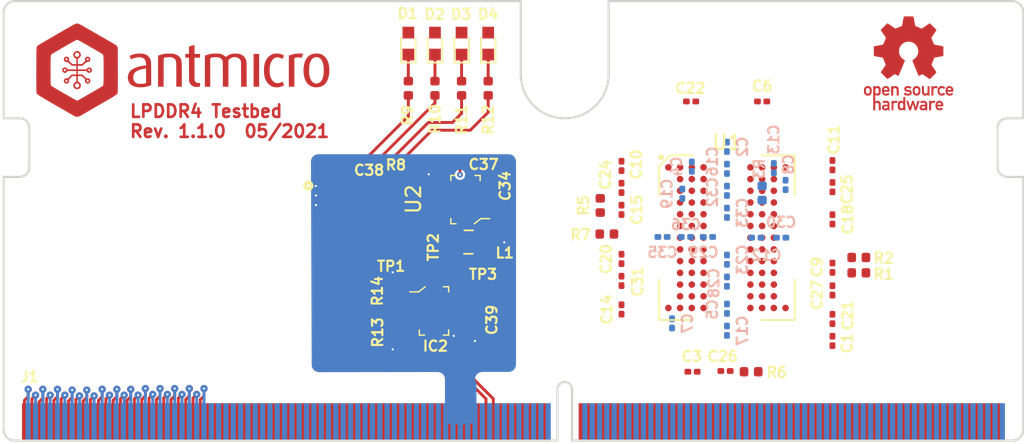
<source format=kicad_pcb>
(kicad_pcb (version 20171130) (host pcbnew 5.1.12-84ad8e8a86~92~ubuntu20.04.1)
  (layers (0 F.Cu signal) (1 In1.Cu power) (2 In2.Cu power) (3 In3.Cu signal) (4 In4.Cu signal) (31 B.Cu signal) (34 B.Paste user hide) (35 F.Paste user hide) (36 B.SilkS user hide) (37 F.SilkS user) (38 B.Mask user hide) (39 F.Mask user) (44 Edge.Cuts user))
  (net 0 "")
  (net 1 GND)
  (net 2 VDD1)
  (net 3 VDD2)
  (net 4 VDDQ)
  (net 5 "Net-(R1-Pad2)")
  (net 6 OTD_CA_A)
  (net 7 RESET_N)
  (net 8 "Net-(R5-Pad2)")
  (net 9 "Net-(R6-Pad1)")
  (net 10 VDDLED)
  (net 11 "Net-(D1-Pad1)")
  (net 12 "Net-(D2-Pad1)")
  (net 13 "Net-(D3-Pad1)")
  (net 14 "Net-(D4-Pad1)")
  (net 15 "Net-(IC1-Pad4)")
  (net 16 "Net-(IC1-Pad5)")
  (net 17 "Net-(IC1-Pad6)")
  (net 18 "Net-(IC1-Pad7)")
  (net 19 SDA)
  (net 20 SCL)
  (net 21 "Net-(IC1-Pad10)")
  (net 22 "Net-(IC1-Pad9)")
  (net 23 "Net-(L1-Pad2)")
  (net 24 CS_N)
  (module ddr5-testbed-footprints:FVBGA-82_11x13_9.0x11.0mm (layer F.Cu) (at 149.375 86.15)
    (fp_text reference U1 (at 0 -6.5) (layer F.SilkS))
    (fp_text value MT60B2G8HB-48B_A)
    (pad N11 smd circle (at 4 4.8) (size 0.45 0.45) (layers F.Cu F.Paste F.Mask))
    (pad A11 smd circle (at 4 -4.8) (size 0.45 0.45) (layers F.Cu F.Paste F.Mask))
    (pad N10 smd circle (at 3.2 4.8) (size 0.45 0.45) (layers F.Cu F.Paste F.Mask) (net 2 VDD1))
    (pad M10 smd circle (at 3.2 4) (size 0.45 0.45) (layers F.Cu F.Paste F.Mask) (net 8 "Net-(R5-Pad2)"))
    (pad L10 smd circle (at 3.2 3.2) (size 0.45 0.45) (layers F.Cu F.Paste F.Mask) (net 4 VDDQ))
    (pad K10 smd circle (at 3.2 2.4) (size 0.45 0.45) (layers F.Cu F.Paste F.Mask) (net 2 VDD1))
    (pad J10 smd circle (at 3.2 1.6) (size 0.45 0.45) (layers F.Cu F.Paste F.Mask) (net 4 VDDQ))
    (pad H10 smd circle (at 3.2 0.8) (size 0.45 0.45) (layers F.Cu F.Paste F.Mask) (net 2 VDD1))
    (pad G10 smd circle (at 3.2 0) (size 0.45 0.45) (layers F.Cu F.Paste F.Mask))
    (pad F10 smd circle (at 3.2 -0.8) (size 0.45 0.45) (layers F.Cu F.Paste F.Mask) (net 1 GND))
    (pad E10 smd circle (at 3.2 -1.6) (size 0.45 0.45) (layers F.Cu F.Paste F.Mask) (net 2 VDD1))
    (pad D10 smd circle (at 3.2 -2.4) (size 0.45 0.45) (layers F.Cu F.Paste F.Mask) (net 4 VDDQ))
    (pad C10 smd circle (at 3.2 -3.2) (size 0.45 0.45) (layers F.Cu F.Paste F.Mask) (net 1 GND))
    (pad B10 smd circle (at 3.2 -4) (size 0.45 0.45) (layers F.Cu F.Paste F.Mask) (net 2 VDD1))
    (pad A10 smd circle (at 3.2 -4.8) (size 0.45 0.45) (layers F.Cu F.Paste F.Mask))
    (pad N9 smd circle (at 2.4 4.8) (size 0.45 0.45) (layers F.Cu F.Paste F.Mask) (net 1 GND))
    (pad M9 smd circle (at 2.4 4) (size 0.45 0.45) (layers F.Cu F.Paste F.Mask))
    (pad L9 smd circle (at 2.4 3.2) (size 0.45 0.45) (layers F.Cu F.Paste F.Mask) (net 1 GND))
    (pad K9 smd circle (at 2.4 2.4) (size 0.45 0.45) (layers F.Cu F.Paste F.Mask))
    (pad J9 smd circle (at 2.4 1.6) (size 0.45 0.45) (layers F.Cu F.Paste F.Mask))
    (pad H9 smd circle (at 2.4 0.8) (size 0.45 0.45) (layers F.Cu F.Paste F.Mask) (net 1 GND))
    (pad G9 smd circle (at 2.4 0) (size 0.45 0.45) (layers F.Cu F.Paste F.Mask) (net 4 VDDQ))
    (pad F9 smd circle (at 2.4 -0.8) (size 0.45 0.45) (layers F.Cu F.Paste F.Mask) (net 4 VDDQ))
    (pad E9 smd circle (at 2.4 -1.6) (size 0.45 0.45) (layers F.Cu F.Paste F.Mask))
    (pad D9 smd circle (at 2.4 -2.4) (size 0.45 0.45) (layers F.Cu F.Paste F.Mask) (net 1 GND))
    (pad C9 smd circle (at 2.4 -3.2) (size 0.45 0.45) (layers F.Cu F.Paste F.Mask))
    (pad B9 smd circle (at 2.4 -4) (size 0.45 0.45) (layers F.Cu F.Paste F.Mask) (net 4 VDDQ))
    (pad A9 smd circle (at 2.4 -4.8) (size 0.45 0.45) (layers F.Cu F.Paste F.Mask) (net 1 GND))
    (pad N8 smd circle (at 1.6 4.8) (size 0.45 0.45) (layers F.Cu F.Paste F.Mask) (net 3 VDD2))
    (pad M8 smd circle (at 1.6 4) (size 0.45 0.45) (layers F.Cu F.Paste F.Mask))
    (pad L8 smd circle (at 1.6 3.2) (size 0.45 0.45) (layers F.Cu F.Paste F.Mask))
    (pad K8 smd circle (at 1.6 2.4) (size 0.45 0.45) (layers F.Cu F.Paste F.Mask))
    (pad J8 smd circle (at 1.6 1.6) (size 0.45 0.45) (layers F.Cu F.Paste F.Mask))
    (pad H8 smd circle (at 1.6 0.8) (size 0.45 0.45) (layers F.Cu F.Paste F.Mask))
    (pad G8 smd circle (at 1.6 0) (size 0.45 0.45) (layers F.Cu F.Paste F.Mask))
    (pad F8 smd circle (at 1.6 -0.8) (size 0.45 0.45) (layers F.Cu F.Paste F.Mask) (net 1 GND))
    (pad E8 smd circle (at 1.6 -1.6) (size 0.45 0.45) (layers F.Cu F.Paste F.Mask))
    (pad D8 smd circle (at 1.6 -2.4) (size 0.45 0.45) (layers F.Cu F.Paste F.Mask))
    (pad C8 smd circle (at 1.6 -3.2) (size 0.45 0.45) (layers F.Cu F.Paste F.Mask))
    (pad B8 smd circle (at 1.6 -4) (size 0.45 0.45) (layers F.Cu F.Paste F.Mask))
    (pad A8 smd circle (at 1.6 -4.8) (size 0.45 0.45) (layers F.Cu F.Paste F.Mask) (net 9 "Net-(R6-Pad1)"))
    (pad N4 smd circle (at -1.6 4.8) (size 0.45 0.45) (layers F.Cu F.Paste F.Mask) (net 2 VDD1))
    (pad M4 smd circle (at -1.6 4) (size 0.45 0.45) (layers F.Cu F.Paste F.Mask))
    (pad L4 smd circle (at -1.6 3.2) (size 0.45 0.45) (layers F.Cu F.Paste F.Mask))
    (pad K4 smd circle (at -1.6 2.4) (size 0.45 0.45) (layers F.Cu F.Paste F.Mask))
    (pad J4 smd circle (at -1.6 1.6) (size 0.45 0.45) (layers F.Cu F.Paste F.Mask))
    (pad H4 smd circle (at -1.6 0.8) (size 0.45 0.45) (layers F.Cu F.Paste F.Mask) (net 24 CS_N))
    (pad G4 smd circle (at -1.6 0) (size 0.45 0.45) (layers F.Cu F.Paste F.Mask) (net 2 VDD1))
    (pad F4 smd circle (at -1.6 -0.8) (size 0.45 0.45) (layers F.Cu F.Paste F.Mask) (net 1 GND))
    (pad E4 smd circle (at -1.6 -1.6) (size 0.45 0.45) (layers F.Cu F.Paste F.Mask))
    (pad D4 smd circle (at -1.6 -2.4) (size 0.45 0.45) (layers F.Cu F.Paste F.Mask))
    (pad C4 smd circle (at -1.6 -3.2) (size 0.45 0.45) (layers F.Cu F.Paste F.Mask))
    (pad B4 smd circle (at -1.6 -4) (size 0.45 0.45) (layers F.Cu F.Paste F.Mask))
    (pad A4 smd circle (at -1.6 -4.8) (size 0.45 0.45) (layers F.Cu F.Paste F.Mask) (net 3 VDD2))
    (pad N3 smd circle (at -2.4 4.8) (size 0.45 0.45) (layers F.Cu F.Paste F.Mask) (net 1 GND))
    (pad M3 smd circle (at -2.4 4) (size 0.45 0.45) (layers F.Cu F.Paste F.Mask))
    (pad L3 smd circle (at -2.4 3.2) (size 0.45 0.45) (layers F.Cu F.Paste F.Mask) (net 1 GND))
    (pad K3 smd circle (at -2.4 2.4) (size 0.45 0.45) (layers F.Cu F.Paste F.Mask))
    (pad J3 smd circle (at -2.4 1.6) (size 0.45 0.45) (layers F.Cu F.Paste F.Mask))
    (pad H3 smd circle (at -2.4 0.8) (size 0.45 0.45) (layers F.Cu F.Paste F.Mask) (net 1 GND))
    (pad G3 smd circle (at -2.4 0) (size 0.45 0.45) (layers F.Cu F.Paste F.Mask))
    (pad F3 smd circle (at -2.4 -0.8) (size 0.45 0.45) (layers F.Cu F.Paste F.Mask) (net 4 VDDQ))
    (pad E3 smd circle (at -2.4 -1.6) (size 0.45 0.45) (layers F.Cu F.Paste F.Mask))
    (pad D3 smd circle (at -2.4 -2.4) (size 0.45 0.45) (layers F.Cu F.Paste F.Mask) (net 1 GND))
    (pad C3 smd circle (at -2.4 -3.2) (size 0.45 0.45) (layers F.Cu F.Paste F.Mask))
    (pad B3 smd circle (at -2.4 -4) (size 0.45 0.45) (layers F.Cu F.Paste F.Mask) (net 4 VDDQ))
    (pad A3 smd circle (at -2.4 -4.8) (size 0.45 0.45) (layers F.Cu F.Paste F.Mask) (net 1 GND))
    (pad N2 smd circle (at -3.2 4.8) (size 0.45 0.45) (layers F.Cu F.Paste F.Mask) (net 2 VDD1))
    (pad M2 smd circle (at -3.2 4) (size 0.45 0.45) (layers F.Cu F.Paste F.Mask))
    (pad L2 smd circle (at -3.2 3.2) (size 0.45 0.45) (layers F.Cu F.Paste F.Mask) (net 4 VDDQ))
    (pad K2 smd circle (at -3.2 2.4) (size 0.45 0.45) (layers F.Cu F.Paste F.Mask) (net 2 VDD1))
    (pad J2 smd circle (at -3.2 1.6) (size 0.45 0.45) (layers F.Cu F.Paste F.Mask) (net 4 VDDQ))
    (pad H2 smd circle (at -3.2 0.8) (size 0.45 0.45) (layers F.Cu F.Paste F.Mask))
    (pad G2 smd circle (at -3.2 0) (size 0.45 0.45) (layers F.Cu F.Paste F.Mask) (net 5 "Net-(R1-Pad2)"))
    (pad F2 smd circle (at -3.2 -0.8) (size 0.45 0.45) (layers F.Cu F.Paste F.Mask) (net 1 GND))
    (pad E2 smd circle (at -3.2 -1.6) (size 0.45 0.45) (layers F.Cu F.Paste F.Mask) (net 2 VDD1))
    (pad D2 smd circle (at -3.2 -2.4) (size 0.45 0.45) (layers F.Cu F.Paste F.Mask) (net 4 VDDQ))
    (pad C2 smd circle (at -3.2 -3.2) (size 0.45 0.45) (layers F.Cu F.Paste F.Mask) (net 1 GND))
    (pad B2 smd circle (at -3.2 -4) (size 0.45 0.45) (layers F.Cu F.Paste F.Mask) (net 2 VDD1))
    (pad A2 smd circle (at -3.2 -4.8) (size 0.45 0.45) (layers F.Cu F.Paste F.Mask))
    (pad N1 smd circle (at -4 4.8) (size 0.45 0.45) (layers F.Cu F.Paste F.Mask))
    (pad A1 smd circle (at -4 -4.8) (size 0.45 0.45) (layers F.Cu F.Paste F.Mask))
  )
  (module ddr5-testbed-footprints:TSSOP-16 (layer F.Cu) (at 125.125 84.9)
    (fp_text reference IC1 hide)
    (fp_text value PCA6408APW hide)
    (pad 1 smd oval (at -2.84999 -2.275 90) (size 0.35 1.3) (layers F.Cu F.Paste F.Mask) (net 2 VDD1))
    (pad 2 smd oval (at -2.84999 -1.625 90) (size 0.35 1.3) (layers F.Cu F.Paste F.Mask) (net 2 VDD1))
    (pad 3 smd oval (at -2.84999 -0.975 90) (size 0.35 1.3) (layers F.Cu F.Paste F.Mask) (net 2 VDD1))
    (pad 4 smd oval (at -2.84999 -0.325 90) (size 0.35 1.3) (layers F.Cu F.Paste F.Mask) (net 15 "Net-(IC1-Pad4)"))
    (pad 5 smd oval (at -2.84999 0.325 90) (size 0.35 1.3) (layers F.Cu F.Paste F.Mask) (net 16 "Net-(IC1-Pad5)"))
    (pad 6 smd oval (at -2.84999 0.975 90) (size 0.35 1.3) (layers F.Cu F.Paste F.Mask) (net 17 "Net-(IC1-Pad6)"))
    (pad 7 smd oval (at -2.84999 1.625 90) (size 0.35 1.3) (layers F.Cu F.Paste F.Mask) (net 18 "Net-(IC1-Pad7)"))
    (pad 8 smd oval (at -2.84999 2.275 90) (size 0.35 1.3) (layers F.Cu F.Paste F.Mask) (net 1 GND))
    (pad 16 smd oval (at 2.85 -2.275 90) (size 0.35 1.3) (layers F.Cu F.Paste F.Mask) (net 10 VDDLED))
    (pad 15 smd oval (at 2.85 -1.625 90) (size 0.35 1.3) (layers F.Cu F.Paste F.Mask) (net 19 SDA))
    (pad 14 smd oval (at 2.85 -0.975 90) (size 0.35 1.3) (layers F.Cu F.Paste F.Mask) (net 20 SCL))
    (pad 13 smd oval (at 2.85 -0.325 90) (size 0.35 1.3) (layers F.Cu F.Paste F.Mask))
    (pad 12 smd oval (at 2.85 0.325 90) (size 0.35 1.3) (layers F.Cu F.Paste F.Mask))
    (pad 11 smd oval (at 2.85 0.975 90) (size 0.35 1.3) (layers F.Cu F.Paste F.Mask))
    (pad 10 smd oval (at 2.85 1.625 90) (size 0.35 1.3) (layers F.Cu F.Paste F.Mask) (net 21 "Net-(IC1-Pad10)"))
    (pad 9 smd oval (at 2.85 2.275 90) (size 0.35 1.3) (layers F.Cu F.Paste F.Mask) (net 22 "Net-(IC1-Pad9)"))
  )
  (module ddr5-testbed-footprints:SOT-23-5 (layer F.Cu) (at 131.525 83.55 90)
    (fp_text reference U2 (at 0.025 -3.55 90) (layer F.SilkS))
    (fp_text value TPS613221ADBVT)
    (pad 5 smd rect (at -0.95 -1.35 90) (size 0.55 1) (layers F.Cu F.Paste F.Mask))
    (pad 4 smd rect (at 0.95 -1.35 90) (size 0.55 1) (layers F.Cu F.Paste F.Mask) (net 10 VDDLED))
    (pad 1 smd rect (at -0.95 1.35 90) (size 0.55 1) (layers F.Cu F.Paste F.Mask) (net 23 "Net-(L1-Pad2)"))
    (pad 2 smd rect (at 0 1.35 90) (size 0.55 1) (layers F.Cu F.Paste F.Mask) (net 1 GND))
    (pad 3 smd rect (at 0.95 1.35 90) (size 0.55 1) (layers F.Cu F.Paste F.Mask))
  )
  (module ddr5-testbed-footprints:Testpoint_smd_1mm (layer F.Cu) (at 131.125 88.55)
    (fp_text reference TP3 (at 1.6 0.1) (layer F.SilkS) (effects (font (size 0.7 0.7))))
    (fp_text value TP_SMD1MM hide)
    (pad 1 smd circle (at 0 -0.0508) (size 1 1) (layers F.Cu F.Mask) (net 1 GND))
  )
  (module ddr5-testbed-footprints:Testpoint_smd_1mm (layer F.Cu) (at 129.55 88.55)
    (fp_text reference TP2 (at -0.225 -1.75 90) (layer F.SilkS) (effects (font (size 0.7 0.7))))
    (fp_text value TP_SMD1MM hide)
    (pad 1 smd circle (at 0 -0.0508) (size 1 1) (layers F.Cu F.Mask) (net 21 "Net-(IC1-Pad10)"))
  )
  (module ddr5-testbed-footprints:Testpoint_smd_1mm (layer F.Cu) (at 127.975 88.55)
    (fp_text reference TP1 (at -1.525 -0.45) (layer F.SilkS) (effects (font (size 0.7 0.7))))
    (fp_text value TP_SMD1MM hide)
    (pad 1 smd circle (at 0 -0.0508) (size 1 1) (layers F.Cu F.Mask) (net 22 "Net-(IC1-Pad9)"))
  )
  (module ddr5-testbed-footprints:0402-res (layer F.Cu) (at 126.555 89.72 270)
    (fp_text reference R14 (at 0.07 1.05 90) (layer F.SilkS) (effects (font (size 0.7 0.7))))
    (fp_text value R_10k_0402)
    (pad 2 smd roundrect (at 0.485 0 270) (size 0.59 0.64) (layers F.Cu F.Paste F.Mask) (net 20 SCL))
    (pad 1 smd roundrect (at -0.485 0 270) (size 0.59 0.64) (layers F.Cu F.Paste F.Mask) (net 2 VDD1))
  )
  (module ddr5-testbed-footprints:0402-res (layer F.Cu) (at 126.56 92.585 90)
    (fp_text reference R13 (at -0.035 -1.03 90) (layer F.SilkS) (effects (font (size 0.7 0.7))))
    (fp_text value R_10k_0402)
    (pad 2 smd roundrect (at 0.485 0 90) (size 0.59 0.64) (layers F.Cu F.Paste F.Mask) (net 19 SDA))
    (pad 1 smd roundrect (at -0.485 0 90) (size 0.59 0.64) (layers F.Cu F.Paste F.Mask) (net 2 VDD1))
  )
  (module ddr5-testbed-footprints:0402-res (layer F.Cu) (at 133.075 75.95 90)
    (fp_text reference R12 (at -2.15 0 90) (layer F.SilkS) (effects (font (size 0.7 0.7))))
    (fp_text value R_220R_0402)
    (pad 2 smd roundrect (at 0.485 0 90) (size 0.59 0.64) (layers F.Cu F.Paste F.Mask) (net 14 "Net-(D4-Pad1)"))
    (pad 1 smd roundrect (at -0.485 0 90) (size 0.59 0.64) (layers F.Cu F.Paste F.Mask) (net 18 "Net-(IC1-Pad7)"))
  )
  (module ddr5-testbed-footprints:0402-res (layer F.Cu) (at 131.258332 75.95 90)
    (fp_text reference R11 (at -2.15 0 90) (layer F.SilkS) (effects (font (size 0.7 0.7))))
    (fp_text value R_220R_0402)
    (pad 2 smd roundrect (at 0.485 0 90) (size 0.59 0.64) (layers F.Cu F.Paste F.Mask) (net 13 "Net-(D3-Pad1)"))
    (pad 1 smd roundrect (at -0.485 0 90) (size 0.59 0.64) (layers F.Cu F.Paste F.Mask) (net 17 "Net-(IC1-Pad6)"))
  )
  (module ddr5-testbed-footprints:0402-res (layer F.Cu) (at 129.441666 75.95 90)
    (fp_text reference R10 (at -2.1 0 90) (layer F.SilkS) (effects (font (size 0.7 0.7))))
    (fp_text value R_220R_0402)
    (pad 2 smd roundrect (at 0.485 0 90) (size 0.59 0.64) (layers F.Cu F.Paste F.Mask) (net 12 "Net-(D2-Pad1)"))
    (pad 1 smd roundrect (at -0.485 0 90) (size 0.59 0.64) (layers F.Cu F.Paste F.Mask) (net 16 "Net-(IC1-Pad5)"))
  )
  (module ddr5-testbed-footprints:0402-res (layer F.Cu) (at 127.625 75.95 90)
    (fp_text reference R9 (at -1.85 -0.05 90) (layer F.SilkS) (effects (font (size 0.7 0.7))))
    (fp_text value R_220R_0402)
    (pad 2 smd roundrect (at 0.485 0 90) (size 0.59 0.64) (layers F.Cu F.Paste F.Mask) (net 11 "Net-(D1-Pad1)"))
    (pad 1 smd roundrect (at -0.485 0 90) (size 0.59 0.64) (layers F.Cu F.Paste F.Mask) (net 15 "Net-(IC1-Pad4)"))
  )
  (module ddr5-testbed-footprints:0402-res (layer F.Cu) (at 128.53 81.145 180)
    (fp_text reference R8 (at 1.755 -0.04) (layer F.SilkS) (effects (font (size 0.7 0.7))))
    (fp_text value R_0R_0402)
    (pad 2 smd roundrect (at 0.485 0 180) (size 0.59 0.64) (layers F.Cu F.Paste F.Mask) (net 10 VDDLED))
    (pad 1 smd roundrect (at -0.485 0 180) (size 0.59 0.64) (layers F.Cu F.Paste F.Mask) (net 2 VDD1))
  )
  (module ddr5-testbed-footprints:0805-res (layer F.Cu) (at 131.725 86.45 180)
    (fp_text reference L1 (at -2.48 -0.74) (layer F.SilkS) (effects (font (size 0.7 0.7))))
    (fp_text value 1285AS-H-2R2M=P2)
    (pad 1 smd rect (at -1.05 0 180) (size 1.2 1.2) (layers F.Cu F.Paste F.Mask) (net 2 VDD1))
    (pad 2 smd rect (at 1.05 0 180) (size 1.2 1.2) (layers F.Cu F.Paste F.Mask) (net 23 "Net-(L1-Pad2)"))
  )
  (module ddr5-testbed-footprints:SOT-23-5 (layer F.Cu) (at 129.375 91.15 270)
    (fp_text reference IC2 (at 2.4 -0.1 180) (layer F.SilkS) (effects (font (size 0.7 0.7))))
    (fp_text value AT24CS01)
    (pad 5 smd rect (at -0.95 -1.35 270) (size 0.55 1) (layers F.Cu F.Paste F.Mask) (net 1 GND))
    (pad 4 smd rect (at 0.95 -1.35 270) (size 0.55 1) (layers F.Cu F.Paste F.Mask) (net 2 VDD1))
    (pad 1 smd rect (at -0.95 1.35 270) (size 0.55 1) (layers F.Cu F.Paste F.Mask) (net 20 SCL))
    (pad 2 smd rect (at 0 1.35 270) (size 0.55 1) (layers F.Cu F.Paste F.Mask) (net 1 GND))
    (pad 3 smd rect (at 0.95 1.35 270) (size 0.55 1) (layers F.Cu F.Paste F.Mask) (net 19 SDA))
  )
  (module ddr5-testbed-footprints:LED_0603 (layer F.Cu) (at 127.625 72.9 90)
    (fp_text reference D1 (at 2.05 -0.05 180) (layer F.SilkS) (effects (font (size 0.7 0.7))))
    (fp_text value KP-1608CGCK)
    (pad 2 smd rect (at 0.75 0 90) (size 0.8 0.8) (layers F.Cu F.Paste F.Mask) (net 1 GND))
    (pad 1 smd rect (at -0.75 0 90) (size 0.8 0.8) (layers F.Cu F.Paste F.Mask) (net 11 "Net-(D1-Pad1)"))
  )
  (module ddr5-testbed-footprints:LED_0603 (layer F.Cu) (at 129.441666 72.9 90)
    (fp_text reference D2 (at 2 -0.016666 180) (layer F.SilkS) (effects (font (size 0.7 0.7))))
    (fp_text value KP-1608CGCK)
    (pad 2 smd rect (at 0.75 0 90) (size 0.8 0.8) (layers F.Cu F.Paste F.Mask) (net 1 GND))
    (pad 1 smd rect (at -0.75 0 90) (size 0.8 0.8) (layers F.Cu F.Paste F.Mask) (net 12 "Net-(D2-Pad1)"))
  )
  (module ddr5-testbed-footprints:LED_0603 (layer F.Cu) (at 131.258332 72.9 90)
    (fp_text reference D3 (at 2 -0.033332 180) (layer F.SilkS) (effects (font (size 0.7 0.7))))
    (fp_text value KP-1608CGCK)
    (pad 2 smd rect (at 0.75 0 90) (size 0.8 0.8) (layers F.Cu F.Paste F.Mask) (net 1 GND))
    (pad 1 smd rect (at -0.75 0 90) (size 0.8 0.8) (layers F.Cu F.Paste F.Mask) (net 13 "Net-(D3-Pad1)"))
  )
  (module ddr5-testbed-footprints:LED_0603 (layer F.Cu) (at 133.075 72.9 90)
    (fp_text reference D4 (at 2 0 180) (layer F.SilkS) (effects (font (size 0.7 0.7))))
    (fp_text value KP-1608CGCK)
    (pad 2 smd rect (at 0.75 0 90) (size 0.8 0.8) (layers F.Cu F.Paste F.Mask) (net 1 GND))
    (pad 1 smd rect (at -0.75 0 90) (size 0.8 0.8) (layers F.Cu F.Paste F.Mask) (net 14 "Net-(D4-Pad1)"))
  )
  (module ddr5-testbed-footprints:0402-cap (layer F.Cu) (at 132.175 91.615 90)
    (fp_text reference C39 (at -0.15 1.15 90) (layer F.SilkS) (effects (font (size 0.7 0.7))))
    (fp_text value C_100n_0402)
    (pad 2 smd roundrect (at 0.485 0 90) (size 0.59 0.64) (layers F.Cu F.Paste F.Mask) (net 1 GND))
    (pad 1 smd roundrect (at -0.485 0 90) (size 0.59 0.64) (layers F.Cu F.Paste F.Mask) (net 2 VDD1))
  )
  (module ddr5-testbed-footprints:0402-cap (layer F.Cu) (at 122.76 81.545)
    (fp_text reference C38 (at 2.185 0) (layer F.SilkS) (effects (font (size 0.7 0.7))))
    (fp_text value C_100n_0402)
    (pad 2 smd roundrect (at 0.485 0) (size 0.59 0.64) (layers F.Cu F.Paste F.Mask) (net 1 GND))
    (pad 1 smd roundrect (at -0.485 0) (size 0.59 0.64) (layers F.Cu F.Paste F.Mask) (net 2 VDD1))
  )
  (module ddr5-testbed-footprints:0402-cap (layer F.Cu) (at 130.66 81.15)
    (fp_text reference C37 (at 2.1 0) (layer F.SilkS) (effects (font (size 0.7 0.7))))
    (fp_text value C_4u7_0402)
    (pad 2 smd roundrect (at 0.485 0) (size 0.59 0.64) (layers F.Cu F.Paste F.Mask) (net 1 GND))
    (pad 1 smd roundrect (at -0.485 0) (size 0.59 0.64) (layers F.Cu F.Paste F.Mask) (net 10 VDDLED))
  )
  (module ddr5-testbed-footprints:0402-cap (layer F.Cu) (at 134.175 85.2 90)
    (fp_text reference C34 (at 2.55 0.05 90) (layer F.SilkS) (effects (font (size 0.7 0.7) (thickness 0.15) italic)))
    (fp_text value C_4u7_0402)
    (pad 2 smd roundrect (at 0.485 0 90) (size 0.59 0.64) (layers F.Cu F.Paste F.Mask) (net 1 GND))
    (pad 1 smd roundrect (at -0.485 0 90) (size 0.59 0.64) (layers F.Cu F.Paste F.Mask) (net 2 VDD1))
  )
  (module ddr5-testbed-footprints:oshw-logo (layer F.Cu) (at 161.775 74.25)
    (fp_text reference N2 hide)
    (fp_text value oshw_logo hide)
    (fp_poly (pts (xy 2.316335 1.557212) (xy 2.365289 1.570473) (xy 2.410751 1.593074) (xy 2.453474 1.625314) (xy 2.46017 1.631447) (xy 2.49174 1.661087) (xy 2.46634 1.684202) (xy 2.448922 1.699811) (xy 2.430578 1.715881) (xy 2.419362 1.72548) (xy 2.397784 1.743644) (xy 2.376891 1.724768) (xy 2.345458 1.701449) (xy 2.312177 1.6874) (xy 2.274771 1.681738) (xy 2.265314 1.681529) (xy 2.226987 1.684284) (xy 2.195173 1.693102) (xy 2.167779 1.708654) (xy 2.159417 1.715321) (xy 2.136139 1.741848) (xy 2.118918 1.776168) (xy 2.107925 1.817791) (xy 2.10333 1.866228) (xy 2.103195 1.876057) (xy 2.106466 1.926873) (xy 2.116378 1.970387) (xy 2.132772 2.006416) (xy 2.155485 2.034777) (xy 2.184359 2.055286) (xy 2.219231 2.067762) (xy 2.259942 2.07202) (xy 2.274746 2.071584) (xy 2.309658 2.066837) (xy 2.339003 2.056237) (xy 2.366399 2.038274) (xy 2.377664 2.028652) (xy 2.386514 2.020784) (xy 2.393644 2.016076) (xy 2.400622 2.015143) (xy 2.409017 2.018601) (xy 2.420398 2.027064) (xy 2.436332 2.041147) (xy 2.45618 2.059427) (xy 2.49174 2.092238) (xy 2.4765 2.108421) (xy 2.449459 2.132681) (xy 2.416295 2.155691) (xy 2.380968 2.174973) (xy 2.350901 2.186995) (xy 2.327792 2.193508) (xy 2.30659 2.197321) (xy 2.283032 2.199001) (xy 2.259067 2.199185) (xy 2.233855 2.198293) (xy 2.209446 2.19628) (xy 2.18957 2.193499) (xy 2.182408 2.191908) (xy 2.133165 2.173457) (xy 2.089862 2.146984) (xy 2.053058 2.112951) (xy 2.023314 2.071823) (xy 2.012481 2.051331) (xy 2.000078 2.023756) (xy 1.991056 1.999224) (xy 1.984909 1.975127) (xy 1.981131 1.948862) (xy 1.979217 1.917822) (xy 1.978661 1.879403) (xy 1.97866 1.87706) (xy 1.979152 1.838223) (xy 1.980972 1.806897) (xy 1.984629 1.780465) (xy 1.990635 1.75631) (xy 1.999502 1.731815) (xy 2.01174 1.704364) (xy 2.012862 1.702) (xy 2.039217 1.657661) (xy 2.072304 1.620785) (xy 2.111698 1.591627) (xy 2.156972 1.57044) (xy 2.207701 1.557477) (xy 2.26314 1.552992) (xy 2.316335 1.557212)) (layer F.Cu) (width 0.01))
    (fp_poly (pts (xy 1.753486 2.563572) (xy 1.768707 2.568733) (xy 1.787505 2.57709) (xy 1.804886 2.586465) (xy 1.818688 2.595495) (xy 1.826747 2.602814) (xy 1.827862 2.606069) (xy 1.824353 2.611108) (xy 1.815883 2.621949) (xy 1.803906 2.636835) (xy 1.789874 2.654006) (xy 1.775241 2.671702) (xy 1.76146 2.688164) (xy 1.749984 2.701633) (xy 1.742265 2.71035) (xy 1.739774 2.71272) (xy 1.735118 2.710443) (xy 1.724283 2.704565) (xy 1.713869 2.69875) (xy 1.697827 2.690793) (xy 1.682779 2.6866) (xy 1.664203 2.685149) (xy 1.65354 2.685118) (xy 1.618721 2.6889) (xy 1.590202 2.699911) (xy 1.56659 2.71874) (xy 1.561969 2.723927) (xy 1.554834 2.732482) (xy 1.548916 2.740357) (xy 1.544095 2.748559) (xy 1.540247 2.758098) (xy 1.537252 2.769982) (xy 1.534987 2.785219) (xy 1.53333 2.80482) (xy 1.53216 2.829791) (xy 1.531355 2.861143) (xy 1.530792 2.899883) (xy 1.53035 2.947021) (xy 1.530026 2.98831) (xy 1.528383 3.2004) (xy 1.468618 3.2004) (xy 1.444925 3.200127) (xy 1.425071 3.199386) (xy 1.41119 3.198291) (xy 1.405466 3.197013) (xy 1.404868 3.191467) (xy 1.404303 3.176638) (xy 1.403781 3.153404) (xy 1.403312 3.122642) (xy 1.402904 3.08523) (xy 1.402568 3.042045) (xy 1.402313 2.993964) (xy 1.402147 2.941865) (xy 1.40208 2.886625) (xy 1.40208 2.5654) (xy 1.52908 2.5654) (xy 1.52908 2.59588) (xy 1.529563 2.611957) (xy 1.530821 2.623001) (xy 1.532274 2.62636) (xy 1.537551 2.623229) (xy 1.547578 2.615217) (xy 1.554951 2.608758) (xy 1.588903 2.584515) (xy 1.627959 2.567458) (xy 1.669893 2.558004) (xy 1.712478 2.55657) (xy 1.753486 2.563572)) (layer F.Cu) (width 0.01))
    (fp_poly (pts (xy 2.148397 2.561629) (xy 2.19364 2.574995) (xy 2.235729 2.595745) (xy 2.27324 2.623342) (xy 2.304746 2.657247) (xy 2.326124 2.691379) (xy 2.338147 2.71812) (xy 2.346812 2.745053) (xy 2.352553 2.774538) (xy 2.355808 2.808934) (xy 2.357012 2.850603) (xy 2.357044 2.85877) (xy 2.35712 2.93116) (xy 1.960257 2.93116) (xy 1.963671 2.95529) (xy 1.973572 2.993731) (xy 1.99125 3.026977) (xy 2.015921 3.053847) (xy 2.03962 3.069675) (xy 2.05744 3.076495) (xy 2.080851 3.080698) (xy 2.10312 3.082417) (xy 2.14444 3.081004) (xy 2.180804 3.0719) (xy 2.214663 3.05437) (xy 2.227798 3.045029) (xy 2.240746 3.03554) (xy 2.250331 3.029238) (xy 2.253671 3.02768) (xy 2.258975 3.030812) (xy 2.269761 3.039101) (xy 2.284106 3.050883) (xy 2.300085 3.064495) (xy 2.315775 3.078276) (xy 2.329252 3.090561) (xy 2.338591 3.099688) (xy 2.34188 3.103919) (xy 2.337925 3.110864) (xy 2.327387 3.121673) (xy 2.312256 3.134757) (xy 2.294522 3.148528) (xy 2.276173 3.161396) (xy 2.2592 3.171774) (xy 2.252695 3.175135) (xy 2.204473 3.192921) (xy 2.152193 3.202882) (xy 2.098569 3.204771) (xy 2.046313 3.198341) (xy 2.032968 3.195193) (xy 1.984723 3.17824) (xy 1.943536 3.154343) (xy 1.909085 3.123164) (xy 1.881044 3.084367) (xy 1.859091 3.037617) (xy 1.847989 3.003009) (xy 1.841966 2.972432) (xy 1.838154 2.934955) (xy 1.836547 2.89359) (xy 1.83714 2.851351) (xy 1.839007 2.82448) (xy 1.960257 2.82448) (xy 2.23012 2.82448) (xy 2.23012 2.813383) (xy 2.225878 2.783861) (xy 2.214259 2.753765) (xy 2.196919 2.725767) (xy 2.175516 2.702542) (xy 2.151707 2.686762) (xy 2.151576 2.686702) (xy 2.12892 2.680129) (xy 2.101125 2.677458) (xy 2.072496 2.678842) (xy 2.051338 2.683134) (xy 2.023979 2.696415) (xy 2.000173 2.71796) (xy 1.981134 2.746148) (xy 1.968075 2.779355) (xy 1.963708 2.80035) (xy 1.960257 2.82448) (xy 1.839007 2.82448) (xy 1.839927 2.811253) (xy 1.844904 2.77631) (xy 1.84841 2.76098) (xy 1.866454 2.708186) (xy 1.889878 2.663759) (xy 1.919102 2.627202) (xy 1.954545 2.598016) (xy 1.996627 2.575701) (xy 2.007997 2.571225) (xy 2.05415 2.559206) (xy 2.101425 2.556187) (xy 2.148397 2.561629)) (layer F.Cu) (width 0.01))
    (fp_poly (pts (xy -2.064497 1.559869) (xy -2.023074 1.576181) (xy -1.985929 1.601008) (xy -1.972866 1.61297) (xy -1.956169 1.630946) (xy -1.942599 1.649027) (xy -1.93185 1.66849) (xy -1.923612 1.690613) (xy -1.917581 1.716673) (xy -1.913447 1.747949) (xy -1.910905 1.785717) (xy -1.909646 1.831256) (xy -1.909356 1.87706) (xy -1.90977 1.930269) (xy -1.911212 1.974614) (xy -1.913983 2.011363) (xy -1.918383 2.041785) (xy -1.924712 2.06715) (xy -1.933272 2.088726) (xy -1.944363 2.107783) (xy -1.958286 2.12559) (xy -1.97155 2.139673) (xy -1.992509 2.157399) (xy -2.01751 2.173865) (xy -2.030777 2.180878) (xy -2.046734 2.188105) (xy -2.059988 2.192797) (xy -2.073565 2.195495) (xy -2.090487 2.196746) (xy -2.113781 2.197091) (xy -2.121021 2.1971) (xy -2.146295 2.196907) (xy -2.16437 2.195972) (xy -2.178202 2.193753) (xy -2.190752 2.189713) (xy -2.204977 2.183311) (xy -2.209921 2.180895) (xy -2.230507 2.169571) (xy -2.250899 2.156448) (xy -2.26441 2.146209) (xy -2.286 2.127728) (xy -2.286 2.627542) (xy -2.26502 2.608587) (xy -2.247687 2.595225) (xy -2.226989 2.582376) (xy -2.216469 2.577011) (xy -2.172828 2.562105) (xy -2.128834 2.556469) (xy -2.085696 2.559573) (xy -2.044621 2.570892) (xy -2.006814 2.589897) (xy -1.973484 2.616062) (xy -1.945836 2.648859) (xy -1.925078 2.687761) (xy -1.918255 2.707292) (xy -1.916285 2.715141) (xy -1.914651 2.724824) (xy -1.913322 2.737291) (xy -1.91227 2.75349) (xy -1.911464 2.774373) (xy -1.910874 2.800887) (xy -1.910471 2.833983) (xy -1.910224 2.87461) (xy -1.910105 2.923718) (xy -1.91008 2.967798) (xy -1.91008 3.200712) (xy -2.03454 3.19786) (xy -2.03708 2.9845) (xy -2.037717 2.9323) (xy -2.038304 2.889263) (xy -2.038901 2.854392) (xy -2.039568 2.826688) (xy -2.040361 2.805155) (xy -2.041341 2.788796) (xy -2.042566 2.776613) (xy -2.044094 2.767609) (xy -2.045984 2.760788) (xy -2.048295 2.755152) (xy -2.050875 2.750095) (xy -2.071267 2.72198) (xy -2.097529 2.701112) (xy -2.127918 2.688039) (xy -2.160694 2.683311) (xy -2.194115 2.687476) (xy -2.219188 2.697085) (xy -2.239019 2.71068) (xy -2.258362 2.729665) (xy -2.273493 2.750162) (xy -2.277451 2.757734) (xy -2.279186 2.765731) (xy -2.280733 2.781784) (xy -2.282106 2.806254) (xy -2.283318 2.8395) (xy -2.284384 2.881884) (xy -2.285316 2.933767) (xy -2.286 2.9845) (xy -2.28854 3.19786) (xy -2.413 3.200712) (xy -2.413 1.87706) (xy -2.286 1.87706) (xy -2.284686 1.926093) (xy -2.280491 1.966272) (xy -2.27304 1.998588) (xy -2.261956 2.024032) (xy -2.246863 2.043598) (xy -2.227383 2.058276) (xy -2.214844 2.064547) (xy -2.193976 2.070117) (xy -2.167758 2.072304) (xy -2.140401 2.071168) (xy -2.116114 2.066767) (xy -2.10566 2.063009) (xy -2.078243 2.044944) (xy -2.057739 2.019537) (xy -2.049127 2.001448) (xy -2.044866 1.984415) (xy -2.041516 1.959591) (xy -2.039125 1.929307) (xy -2.037742 1.895893) (xy -2.037414 1.861683) (xy -2.03819 1.829006) (xy -2.040117 1.800195) (xy -2.043244 1.777581) (xy -2.044409 1.77241) (xy -2.056223 1.738016) (xy -2.072326 1.712468) (xy -2.093645 1.695026) (xy -2.121108 1.684948) (xy -2.155643 1.681493) (xy -2.158228 1.68148) (xy -2.191975 1.68393) (xy -2.21981 1.691708) (xy -2.242149 1.705448) (xy -2.259407 1.72579) (xy -2.272002 1.753368) (xy -2.280349 1.788822) (xy -2.284864 1.832787) (xy -2.286 1.87706) (xy -2.413 1.87706) (xy -2.413 1.55956) (xy -2.286 1.55956) (xy -2.286 1.620849) (xy -2.259099 1.600538) (xy -2.224478 1.577961) (xy -2.189557 1.563135) (xy -2.15375 1.554858) (xy -2.108591 1.55259) (xy -2.064497 1.559869)) (layer F.Cu) (width 0.01))
    (fp_poly (pts (xy 0.605152 1.55859) (xy 0.65183 1.574224) (xy 0.694332 1.598187) (xy 0.728375 1.62705) (xy 0.750706 1.652385) (xy 0.768389 1.678643) (xy 0.781867 1.707325) (xy 0.791586 1.739933) (xy 0.797992 1.777969) (xy 0.801528 1.822932) (xy 0.802639 1.876326) (xy 0.80264 1.877721) (xy 0.801589 1.929907) (xy 0.798306 1.973467) (xy 0.792587 2.009728) (xy 0.784233 2.040019) (xy 0.774699 2.06248) (xy 0.748467 2.10368) (xy 0.71503 2.139098) (xy 0.675906 2.167435) (xy 0.632617 2.18739) (xy 0.626336 2.189432) (xy 0.599934 2.195119) (xy 0.567552 2.198443) (xy 0.532932 2.199337) (xy 0.499816 2.197733) (xy 0.471947 2.193564) (xy 0.466912 2.192301) (xy 0.428976 2.177701) (xy 0.391964 2.155997) (xy 0.359988 2.129693) (xy 0.354116 2.123623) (xy 0.332932 2.098683) (xy 0.31619 2.073827) (xy 0.303427 2.047452) (xy 0.294179 2.017956) (xy 0.287983 1.983738) (xy 0.284376 1.943196) (xy 0.282894 1.894727) (xy 0.282792 1.87706) (xy 0.409691 1.87706) (xy 0.410315 1.918215) (xy 0.412477 1.950942) (xy 0.416612 1.976909) (xy 0.423156 1.997788) (xy 0.432545 2.015249) (xy 0.445214 2.030963) (xy 0.451466 2.037296) (xy 0.471249 2.054021) (xy 0.491005 2.064561) (xy 0.514032 2.070163) (xy 0.54356 2.072071) (xy 0.569085 2.070804) (xy 0.590455 2.065437) (xy 0.60198 2.060562) (xy 0.625074 2.047439) (xy 0.6421 2.031597) (xy 0.656021 2.009961) (xy 0.661421 1.998916) (xy 0.665523 1.989381) (xy 0.668536 1.980016) (xy 0.670627 1.969085) (xy 0.671962 1.95485) (xy 0.672708 1.935575) (xy 0.673032 1.90952) (xy 0.6731 1.87706) (xy 0.673022 1.842993) (xy 0.67268 1.817348) (xy 0.671907 1.798388) (xy 0.670535 1.784376) (xy 0.668399 1.773574) (xy 0.665331 1.764244) (xy 0.661421 1.755203) (xy 0.647913 1.730366) (xy 0.632494 1.71256) (xy 0.6122 1.698711) (xy 0.60198 1.693557) (xy 0.5694 1.68318) (xy 0.535284 1.681068) (xy 0.501941 1.68683) (xy 0.471681 1.700078) (xy 0.447596 1.719564) (xy 0.434375 1.736003) (xy 0.424463 1.753886) (xy 0.417449 1.774917) (xy 0.412923 1.800802) (xy 0.410475 1.833247) (xy 0.409694 1.873955) (xy 0.409691 1.87706) (xy 0.282792 1.87706) (xy 0.283699 1.824348) (xy 0.286825 1.780128) (xy 0.292595 1.742891) (xy 0.301434 1.711128) (xy 0.313767 1.683331) (xy 0.330018 1.657992) (xy 0.350611 1.633602) (xy 0.351636 1.632514) (xy 0.385379 1.601479) (xy 0.42077 1.578891) (xy 0.46029 1.563481) (xy 0.505009 1.554183) (xy 0.555733 1.551754) (xy 0.605152 1.55859)) (layer F.Cu) (width 0.01))
    (fp_poly (pts (xy -0.2286 3.200712) (xy -0.35306 3.19786) (xy -0.354581 3.165803) (xy -0.356101 3.133747) (xy -0.373429 3.148961) (xy -0.410839 3.175477) (xy -0.452457 3.193803) (xy -0.49652 3.20355) (xy -0.541267 3.204334) (xy -0.584933 3.195769) (xy -0.585826 3.195486) (xy -0.620332 3.181195) (xy -0.65082 3.160914) (xy -0.672318 3.141334) (xy -0.68828 3.123924) (xy -0.701249 3.106211) (xy -0.711519 3.086931) (xy -0.719382 3.064822) (xy -0.725132 3.03862) (xy -0.729061 3.007064) (xy -0.731464 2.968888) (xy -0.732631 2.922832) (xy -0.732874 2.88036) (xy -0.60198 2.88036) (xy -0.601917 2.915801) (xy -0.601627 2.942733) (xy -0.600961 2.962806) (xy -0.59977 2.977671) (xy -0.597904 2.988977) (xy -0.595213 2.998375) (xy -0.591547 3.007515) (xy -0.590182 3.010572) (xy -0.57323 3.039292) (xy -0.551743 3.059582) (xy -0.524837 3.071934) (xy -0.491626 3.076844) (xy -0.471891 3.076636) (xy -0.441634 3.072511) (xy -0.417791 3.063319) (xy -0.417351 3.063073) (xy -0.397335 3.048543) (xy -0.381675 3.029355) (xy -0.370029 3.004495) (xy -0.362056 2.972955) (xy -0.357416 2.933722) (xy -0.355768 2.885787) (xy -0.355755 2.88036) (xy -0.357504 2.828359) (xy -0.362989 2.78538) (xy -0.372575 2.75086) (xy -0.386628 2.724236) (xy -0.405513 2.704946) (xy -0.429596 2.692427) (xy -0.459243 2.686114) (xy -0.4826 2.68508) (xy -0.516772 2.687911) (xy -0.543627 2.696486) (xy -0.564849 2.711837) (xy -0.582123 2.734992) (xy -0.590356 2.751005) (xy -0.594298 2.760135) (xy -0.597234 2.769122) (xy -0.599311 2.779603) (xy -0.600677 2.79322) (xy -0.601478 2.81161) (xy -0.601862 2.836414) (xy -0.601977 2.86927) (xy -0.60198 2.88036) (xy -0.732874 2.88036) (xy -0.732495 2.82747) (xy -0.731146 2.783442) (xy -0.728512 2.746998) (xy -0.724275 2.71686) (xy -0.718119 2.691751) (xy -0.709726 2.670393) (xy -0.69878 2.651509) (xy -0.684964 2.633821) (xy -0.667962 2.616052) (xy -0.667147 2.615258) (xy -0.631282 2.587159) (xy -0.591496 2.567896) (xy -0.549134 2.557613) (xy -0.505539 2.556456) (xy -0.462055 2.56457) (xy -0.420026 2.582101) (xy -0.410672 2.587502) (xy -0.393554 2.598644) (xy -0.376933 2.610544) (xy -0.37211 2.614306) (xy -0.3556 2.627662) (xy -0.3556 2.30632) (xy -0.2286 2.30632) (xy -0.2286 3.200712)) (layer F.Cu) (width 0.01))
    (fp_poly (pts (xy -1.493243 1.560181) (xy -1.446576 1.576238) (xy -1.404379 1.600723) (xy -1.367567 1.633232) (xy -1.340184 1.668413) (xy -1.325932 1.692651) (xy -1.315153 1.716946) (xy -1.30733 1.743406) (xy -1.301944 1.774141) (xy -1.298478 1.811262) (xy -1.296801 1.84531) (xy -1.293883 1.92532) (xy -1.69164 1.92532) (xy -1.69164 1.942177) (xy -1.686699 1.977916) (xy -1.672216 2.011015) (xy -1.649093 2.039918) (xy -1.625665 2.059164) (xy -1.600695 2.071629) (xy -1.57156 2.078246) (xy -1.5367 2.079961) (xy -1.496753 2.074691) (xy -1.457624 2.060014) (xy -1.421173 2.036628) (xy -1.420943 2.036444) (xy -1.401705 2.021059) (xy -1.358629 2.05763) (xy -1.341059 2.072707) (xy -1.326479 2.08552) (xy -1.316577 2.094567) (xy -1.313106 2.098159) (xy -1.31503 2.103967) (xy -1.323649 2.113819) (xy -1.337149 2.126214) (xy -1.353713 2.139648) (xy -1.371527 2.152616) (xy -1.388776 2.163617) (xy -1.398403 2.168797) (xy -1.420509 2.178418) (xy -1.444665 2.18724) (xy -1.460298 2.19191) (xy -1.487743 2.196652) (xy -1.52105 2.199007) (xy -1.556591 2.199014) (xy -1.590736 2.196715) (xy -1.619856 2.19215) (xy -1.62814 2.190038) (xy -1.676479 2.171586) (xy -1.717391 2.146372) (xy -1.751261 2.114021) (xy -1.77847 2.074158) (xy -1.799403 2.026407) (xy -1.801521 2.020099) (xy -1.809128 1.989141) (xy -1.81462 1.951129) (xy -1.817878 1.908971) (xy -1.818786 1.865578) (xy -1.817223 1.823856) (xy -1.81504 1.804322) (xy -1.69164 1.804322) (xy -1.69164 1.81864) (xy -1.42748 1.81864) (xy -1.42748 1.80105) (xy -1.431255 1.775727) (xy -1.441415 1.748257) (xy -1.456215 1.722586) (xy -1.468989 1.707206) (xy -1.494972 1.688056) (xy -1.525884 1.676247) (xy -1.559281 1.672129) (xy -1.592722 1.676051) (xy -1.618949 1.685758) (xy -1.645178 1.704415) (xy -1.667011 1.730152) (xy -1.682805 1.760289) (xy -1.690915 1.792144) (xy -1.69164 1.804322) (xy -1.81504 1.804322) (xy -1.813072 1.786715) (xy -1.811399 1.777373) (xy -1.796599 1.724094) (xy -1.7748 1.676953) (xy -1.746559 1.636526) (xy -1.712433 1.603389) (xy -1.672979 1.578116) (xy -1.628753 1.561286) (xy -1.596336 1.554969) (xy -1.543468 1.552956) (xy -1.493243 1.560181)) (layer F.Cu) (width 0.01))
    (fp_poly (pts (xy 1.889278 1.554809) (xy 1.907312 1.559137) (xy 1.927866 1.566178) (xy 1.948412 1.574791) (xy 1.966422 1.583832) (xy 1.979369 1.59216) (xy 1.98452 1.597862) (xy 1.982401 1.604169) (xy 1.974662 1.616441) (xy 1.962437 1.633053) (xy 1.946859 1.652377) (xy 1.945053 1.654523) (xy 1.929127 1.673395) (xy 1.915719 1.689326) (xy 1.906117 1.700786) (xy 1.901605 1.706244) (xy 1.90145 1.706446) (xy 1.89652 1.705478) (xy 1.885263 1.700823) (xy 1.873187 1.695016) (xy 1.840875 1.683578) (xy 1.808074 1.680739) (xy 1.776426 1.685863) (xy 1.747572 1.698319) (xy 1.723156 1.717471) (xy 1.704818 1.742686) (xy 1.696602 1.763168) (xy 1.695437 1.772316) (xy 1.694386 1.790607) (xy 1.693473 1.817026) (xy 1.692719 1.850557) (xy 1.692147 1.890183) (xy 1.69178 1.934891) (xy 1.69164 1.983662) (xy 1.69164 2.19456) (xy 1.55956 2.19456) (xy 1.55956 1.55956) (xy 1.69164 1.55956) (xy 1.69164 1.626089) (xy 1.71069 1.607351) (xy 1.739771 1.585128) (xy 1.775336 1.568051) (xy 1.814687 1.556915) (xy 1.855125 1.552513) (xy 1.889278 1.554809)) (layer F.Cu) (width 0.01))
    (fp_poly (pts (xy 0.063944 -3.200385) (xy 0.118503 -3.200323) (xy 0.164447 -3.200194) (xy 0.202552 -3.199975) (xy 0.23359 -3.199646) (xy 0.258334 -3.199185) (xy 0.277557 -3.198571) (xy 0.292034 -3.197781) (xy 0.302537 -3.196794) (xy 0.309839 -3.195589) (xy 0.314713 -3.194144) (xy 0.317934 -3.192438) (xy 0.31913 -3.191511) (xy 0.321531 -3.188443) (xy 0.324143 -3.18278) (xy 0.327119 -3.173802) (xy 0.330612 -3.160785) (xy 0.334776 -3.14301) (xy 0.339764 -3.119755) (xy 0.345729 -3.090298) (xy 0.352825 -3.053919) (xy 0.361205 -3.009896) (xy 0.371021 -2.957507) (xy 0.382428 -2.896033) (xy 0.385794 -2.87782) (xy 0.395938 -2.823228) (xy 0.405693 -2.771386) (xy 0.41488 -2.723197) (xy 0.423321 -2.679563) (xy 0.430839 -2.641386) (xy 0.437257 -2.609567) (xy 0.442397 -2.585008) (xy 0.44608 -2.568611) (xy 0.44813 -2.561277) (xy 0.448169 -2.561197) (xy 0.456812 -2.549847) (xy 0.464359 -2.543968) (xy 0.476168 -2.538293) (xy 0.495535 -2.529756) (xy 0.521275 -2.518828) (xy 0.5522 -2.505979) (xy 0.587125 -2.491679) (xy 0.624864 -2.476401) (xy 0.664231 -2.460614) (xy 0.704039 -2.44479) (xy 0.743103 -2.429399) (xy 0.780237 -2.414913) (xy 0.814255 -2.401801) (xy 0.84397 -2.390536) (xy 0.868197 -2.381588) (xy 0.885749 -2.375427) (xy 0.89544 -2.372525) (xy 0.896621 -2.37236) (xy 0.911725 -2.37562) (xy 0.931874 -2.385712) (xy 0.948099 -2.396118) (xy 0.962375 -2.405865) (xy 0.983862 -2.420564) (xy 1.011392 -2.439414) (xy 1.0438 -2.461618) (xy 1.079921 -2.486375) (xy 1.118588 -2.512886) (xy 1.158636 -2.540351) (xy 1.198899 -2.567971) (xy 1.238212 -2.594945) (xy 1.275408 -2.620476) (xy 1.309323 -2.643762) (xy 1.338789 -2.664005) (xy 1.362643 -2.680404) (xy 1.377499 -2.690632) (xy 1.39888 -2.70476) (xy 1.418234 -2.716436) (xy 1.433568 -2.724533) (xy 1.44289 -2.727923) (xy 1.443473 -2.72796) (xy 1.448048 -2.725998) (xy 1.456423 -2.719864) (xy 1.468988 -2.709187) (xy 1.486133 -2.693598) (xy 1.508249 -2.672727) (xy 1.535726 -2.646203) (xy 1.568952 -2.613656) (xy 1.60832 -2.574716) (xy 1.654219 -2.529013) (xy 1.675064 -2.508185) (xy 1.721494 -2.46169) (xy 1.761169 -2.421799) (xy 1.794577 -2.387994) (xy 1.822205 -2.359756) (xy 1.844544 -2.336565) (xy 1.862081 -2.317902) (xy 1.875304 -2.303248) (xy 1.884702 -2.292085) (xy 1.890764 -2.283892) (xy 1.893978 -2.278151) (xy 1.89484 -2.274608) (xy 1.892783 -2.268426) (xy 1.886468 -2.256497) (xy 1.875681 -2.238489) (xy 1.860204 -2.214069) (xy 1.839823 -2.182908) (xy 1.814321 -2.144672) (xy 1.783483 -2.099031) (xy 1.747093 -2.045654) (xy 1.721932 -2.008942) (xy 1.690797 -1.963426) (xy 1.661369 -1.920086) (xy 1.63416 -1.879699) (xy 1.609681 -1.843039) (xy 1.588445 -1.810882) (xy 1.570964 -1.784002) (xy 1.557749 -1.763175) (xy 1.549313 -1.749176) (xy 1.546182 -1.742862) (xy 1.547503 -1.734906) (xy 1.552551 -1.718843) (xy 1.560841 -1.695811) (xy 1.571887 -1.666949) (xy 1.585204 -1.633395) (xy 1.600306 -1.596286) (xy 1.616707 -1.556762) (xy 1.633922 -1.515961) (xy 1.651466 -1.47502) (xy 1.668852 -1.435079) (xy 1.685596 -1.397276) (xy 1.701212 -1.362748) (xy 1.715213 -1.332635) (xy 1.727115 -1.308073) (xy 1.736433 -1.290203) (xy 1.742679 -1.280162) (xy 1.74423 -1.278579) (xy 1.751136 -1.276353) (xy 1.767124 -1.2725) (xy 1.791276 -1.267205) (xy 1.822678 -1.260653) (xy 1.860412 -1.25303) (xy 1.903562 -1.244521) (xy 1.951213 -1.235312) (xy 2.002449 -1.225587) (xy 2.049871 -1.216732) (xy 2.103519 -1.206708) (xy 2.1544 -1.197039) (xy 2.201597 -1.18791) (xy 2.244192 -1.179508) (xy 2.281268 -1.172015) (xy 2.311907 -1.165619) (xy 2.335192 -1.160503) (xy 2.350206 -1.156853) (xy 2.35585 -1.155) (xy 2.36728 -1.147846) (xy 2.36728 -0.833366) (xy 2.367286 -0.767725) (xy 2.367267 -0.711501) (xy 2.367161 -0.663952) (xy 2.366909 -0.624334) (xy 2.366449 -0.591904) (xy 2.365722 -0.565921) (xy 2.364667 -0.54564) (xy 2.363225 -0.53032) (xy 2.361334 -0.519217) (xy 2.358935 -0.511589) (xy 2.355967 -0.506692) (xy 2.35237 -0.503785) (xy 2.348083 -0.502124) (xy 2.343047 -0.500966) (xy 2.340254 -0.500349) (xy 2.333285 -0.498959) (xy 2.317277 -0.495903) (xy 2.293181 -0.49136) (xy 2.261948 -0.485506) (xy 2.224532 -0.478519) (xy 2.181883 -0.470578) (xy 2.134954 -0.461861) (xy 2.084695 -0.452545) (xy 2.05486 -0.447023) (xy 2.002929 -0.43734) (xy 1.953639 -0.428002) (xy 1.907963 -0.419201) (xy 1.866875 -0.411134) (xy 1.83135 -0.403994) (xy 1.802361 -0.397977) (xy 1.780882 -0.393277) (xy 1.767889 -0.390088) (xy 1.764705 -0.389046) (xy 1.760956 -0.386972) (xy 1.75723 -0.38377) (xy 1.753169 -0.378649) (xy 1.748415 -0.37082) (xy 1.74261 -0.359493) (xy 1.735397 -0.343878) (xy 1.726417 -0.323185) (xy 1.715314 -0.296625) (xy 1.70173 -0.263408) (xy 1.685306 -0.222743) (xy 1.665686 -0.173842) (xy 1.653877 -0.144336) (xy 1.630562 -0.085801) (xy 1.610997 -0.036121) (xy 1.594996 0.005215) (xy 1.582371 0.038717) (xy 1.572933 0.064898) (xy 1.566496 0.084266) (xy 1.562871 0.097333) (xy 1.56187 0.10461) (xy 1.562 0.105551) (xy 1.565388 0.111936) (xy 1.574031 0.125889) (xy 1.587401 0.146619) (xy 1.604975 0.173337) (xy 1.626227 0.205253) (xy 1.650633 0.241579) (xy 1.677667 0.281524) (xy 1.706803 0.324299) (xy 1.729977 0.358137) (xy 1.768152 0.413904) (xy 1.800714 0.461818) (xy 1.827941 0.502307) (xy 1.85011 0.535798) (xy 1.867497 0.562718) (xy 1.880379 0.583494) (xy 1.889033 0.598554) (xy 1.893736 0.608325) (xy 1.89484 0.612588) (xy 1.893922 0.616557) (xy 1.890832 0.622253) (xy 1.885061 0.630218) (xy 1.876105 0.640996) (xy 1.863454 0.655127) (xy 1.846604 0.673155) (xy 1.825047 0.695622) (xy 1.798275 0.723071) (xy 1.765783 0.756044) (xy 1.727064 0.795083) (xy 1.68275 0.839588) (xy 1.635779 0.88663) (xy 1.595387 0.926909) (xy 1.561043 0.960919) (xy 1.532216 0.989155) (xy 1.508374 1.012112) (xy 1.488986 1.030284) (xy 1.473522 1.044165) (xy 1.461449 1.054249) (xy 1.452238 1.061032) (xy 1.445355 1.065008) (xy 1.440271 1.066671) (xy 1.438662 1.0668) (xy 1.433748 1.064003) (xy 1.421225 1.055952) (xy 1.40185 1.043157) (xy 1.376378 1.026128) (xy 1.345569 1.005374) (xy 1.310179 0.981405) (xy 1.270964 0.954731) (xy 1.228683 0.925862) (xy 1.193409 0.9017) (xy 1.138331 0.864066) (xy 1.089294 0.830866) (xy 1.046624 0.802311) (xy 1.010647 0.778614) (xy 0.981689 0.759987) (xy 0.960074 0.746642) (xy 0.946129 0.738793) (xy 0.940496 0.7366) (xy 0.932745 0.738916) (xy 0.917444 0.745425) (xy 0.895971 0.75547) (xy 0.869703 0.768393) (xy 0.840017 0.783534) (xy 0.816852 0.795678) (xy 0.78146 0.814328) (xy 0.753869 0.828542) (xy 0.732993 0.838799) (xy 0.717741 0.84558) (xy 0.707025 0.849364) (xy 0.699756 0.850631) (xy 0.694845 0.849861) (xy 0.694346 0.849646) (xy 0.691789 0.847003) (xy 0.68781 0.840541) (xy 0.682221 0.82982) (xy 0.674833 0.814402) (xy 0.665456 0.793847) (xy 0.653901 0.767715) (xy 0.639978 0.735567) (xy 0.623499 0.696964) (xy 0.604275 0.651465) (xy 0.582116 0.598633) (xy 0.556833 0.538027) (xy 0.528236 0.469208) (xy 0.496138 0.391736) (xy 0.470538 0.329835) (xy 0.436422 0.24723) (xy 0.406033 0.173511) (xy 0.379179 0.108191) (xy 0.355668 0.050782) (xy 0.335305 0.000798) (xy 0.3179 -0.042249) (xy 0.303259 -0.078847) (xy 0.29119 -0.109481) (xy 0.281501 -0.134641) (xy 0.273999 -0.154812) (xy 0.268491 -0.170483) (xy 0.264785 -0.182141) (xy 0.262689 -0.190272) (xy 0.262009 -0.195365) (xy 0.262258 -0.197341) (xy 0.269083 -0.206689) (xy 0.28309 -0.218993) (xy 0.302403 -0.232613) (xy 0.303284 -0.233178) (xy 0.354604 -0.267199) (xy 0.398237 -0.299052) (xy 0.435974 -0.330235) (xy 0.469604 -0.36225) (xy 0.500915 -0.396596) (xy 0.507555 -0.404476) (xy 0.556525 -0.471165) (xy 0.596596 -0.542724) (xy 0.627623 -0.618872) (xy 0.64306 -0.671436) (xy 0.651969 -0.717327) (xy 0.657688 -0.76932) (xy 0.660084 -0.823826) (xy 0.659023 -0.877258) (xy 0.654369 -0.926029) (xy 0.652948 -0.935191) (xy 0.634715 -1.014408) (xy 0.607448 -1.089799) (xy 0.571708 -1.160711) (xy 0.528055 -1.226489) (xy 0.477052 -1.286477) (xy 0.419258 -1.340023) (xy 0.355234 -1.386471) (xy 0.285542 -1.425166) (xy 0.210741 -1.455455) (xy 0.205721 -1.457115) (xy 0.131625 -1.476209) (xy 0.05431 -1.486599) (xy -0.024292 -1.488286) (xy -0.10225 -1.481267) (xy -0.177633 -1.465543) (xy -0.205053 -1.457334) (xy -0.280029 -1.427634) (xy -0.350279 -1.389313) (xy -0.415124 -1.34305) (xy -0.473884 -1.289523) (xy -0.52588 -1.229412) (xy -0.570432 -1.163395) (xy -0.606859 -1.092152) (xy -0.629075 -1.033762) (xy -0.648169 -0.959666) (xy -0.658559 -0.882351) (xy -0.660246 -0.803749) (xy -0.653227 -0.725791) (xy -0.637503 -0.650408) (xy -0.629294 -0.622988) (xy -0.617143 -0.590042) (xy -0.601413 -0.553622) (xy -0.583768 -0.517201) (xy -0.565874 -0.484247) (xy -0.552233 -0.462322) (xy -0.508942 -0.406018) (xy -0.456606 -0.351057) (xy -0.396337 -0.298447) (xy -0.329243 -0.249196) (xy -0.288402 -0.223029) (xy -0.272408 -0.211214) (xy -0.262765 -0.19972) (xy -0.26129 -0.196072) (xy -0.262675 -0.189338) (xy -0.267727 -0.174022) (xy -0.276143 -0.150863) (xy -0.287615 -0.120599) (xy -0.301839 -0.083968) (xy -0.318508 -0.041709) (xy -0.337316 0.00544) (xy -0.357959 0.05674) (xy -0.38013 0.111454) (xy -0.403523 0.168842) (xy -0.427833 0.228167) (xy -0.452754 0.288689) (xy -0.477981 0.349672) (xy -0.503207 0.410375) (xy -0.528128 0.470062) (xy -0.552436 0.527992) (xy -0.575827 0.58343) (xy -0.597995 0.635634) (xy -0.618634 0.683868) (xy -0.637438 0.727394) (xy -0.654102 0.765471) (xy -0.66832 0.797363) (xy -0.679787 0.822331) (xy -0.688195 0.839637) (xy -0.693241 0.848541) (xy -0.694231 0.849578) (xy -0.698935 0.850538) (xy -0.705947 0.849481) (xy -0.716349 0.845928) (xy -0.731225 0.839403) (xy -0.751658 0.829428) (xy -0.778731 0.815523) (xy -0.813528 0.797213) (xy -0.816522 0.795626) (xy -0.847832 0.77928) (xy -0.876743 0.764672) (xy -0.901875 0.752459) (xy -0.921848 0.743301) (xy -0.935282 0.737855) (xy -0.940171 0.736602) (xy -0.948237 0.739539) (xy -0.963828 0.748073) (xy -0.986281 0.76179) (xy -1.014931 0.780276) (xy -1.049112 0.803115) (xy -1.07188 0.818655) (xy -1.137285 0.86359) (xy -1.194798 0.903061) (xy -1.244886 0.937383) (xy -1.288015 0.96687) (xy -1.32465 0.991836) (xy -1.355258 1.012596) (xy -1.380305 1.029464) (xy -1.400256 1.042755) (xy -1.415577 1.052782) (xy -1.426735 1.059861) (xy -1.434195 1.064305) (xy -1.438423 1.066429) (xy -1.439561 1.066722) (xy -1.448566 1.064129) (xy -1.45288 1.06183) (xy -1.457756 1.057457) (xy -1.46916 1.046528) (xy -1.486445 1.029682) (xy -1.508965 1.007557) (xy -1.536074 0.980791) (xy -1.567125 0.950022) (xy -1.601472 0.915889) (xy -1.638468 0.87903) (xy -1.677467 0.840083) (xy -1.67767 0.839879) (xy -1.725309 0.792152) (xy -1.766084 0.751081) (xy -1.800409 0.716229) (xy -1.828694 0.687161) (xy -1.851354 0.663441) (xy -1.868801 0.644633) (xy -1.881447 0.630303) (xy -1.889705 0.620013) (xy -1.893987 0.613329) (xy -1.89484 0.610527) (xy -1.891929 0.603499) (xy -1.883336 0.588522) (xy -1.869275 0.565924) (xy -1.849959 0.536031) (xy -1.825603 0.49917) (xy -1.796419 0.455668) (xy -1.762621 0.405852) (xy -1.729978 0.358137) (xy -1.699597 0.313743) (xy -1.67092 0.271579) (xy -1.644474 0.232437) (xy -1.620783 0.197105) (xy -1.600371 0.166372) (xy -1.583765 0.141029) (xy -1.571489 0.121865) (xy -1.564069 0.109669) (xy -1.562001 0.105551) (xy -1.5624 0.099585) (xy -1.565378 0.087951) (xy -1.571125 0.070137) (xy -1.579827 0.045633) (xy -1.591673 0.013928) (xy -1.606851 -0.02549) (xy -1.625547 -0.07313) (xy -1.647951 -0.129505) (xy -1.653785 -0.144102) (xy -1.675583 -0.198478) (xy -1.694017 -0.244153) (xy -1.709423 -0.281886) (xy -1.722139 -0.312437) (xy -1.732501 -0.336567) (xy -1.740846 -0.355035) (xy -1.747513 -0.368601) (xy -1.752837 -0.378025) (xy -1.757155 -0.384067) (xy -1.760806 -0.387487) (xy -1.762072 -0.38825) (xy -1.766099 -0.389851) (xy -1.773071 -0.391894) (xy -1.783569 -0.394493) (xy -1.798177 -0.397762) (xy -1.817475 -0.401814) (xy -1.842047 -0.406764) (xy -1.872474 -0.412726) (xy -1.909339 -0.419813) (xy -1.953223 -0.428139) (xy -2.004708 -0.437819) (xy -2.064377 -0.448965) (xy -2.132812 -0.461693) (xy -2.210595 -0.476115) (xy -2.21996 -0.47785) (xy -2.259353 -0.485141) (xy -2.289955 -0.490838) (xy -2.31296 -0.495225) (xy -2.329561 -0.498585) (xy -2.340953 -0.501201) (xy -2.348329 -0.503356) (xy -2.352884 -0.505334) (xy -2.355812 -0.507419) (xy -2.358305 -0.509892) (xy -2.359305 -0.510911) (xy -2.360952 -0.513423) (xy -2.362359 -0.517908) (xy -2.363544 -0.525114) (xy -2.364526 -0.535786) (xy -2.365324 -0.550671) (xy -2.365955 -0.570514) (xy -2.366438 -0.596063) (xy -2.366791 -0.628064) (xy -2.367034 -0.667262) (xy -2.367184 -0.714404) (xy -2.36726 -0.770236) (xy -2.36728 -0.833366) (xy -2.36728 -1.147846) (xy -2.35585 -1.154982) (xy -2.348879 -1.157182) (xy -2.332828 -1.161004) (xy -2.308616 -1.166264) (xy -2.277161 -1.172777) (xy -2.239381 -1.180358) (xy -2.196196 -1.188823) (xy -2.148523 -1.197988) (xy -2.097282 -1.207667) (xy -2.050367 -1.21639) (xy -1.995712 -1.226568) (xy -1.944159 -1.236346) (xy -1.896592 -1.245544) (xy -1.853898 -1.253982) (xy -1.81696 -1.261482) (xy -1.786665 -1.267865) (xy -1.763897 -1.27295) (xy -1.749542 -1.27656) (xy -1.744725 -1.278255) (xy -1.740032 -1.28466) (xy -1.732027 -1.299354) (xy -1.721198 -1.321199) (xy -1.708033 -1.349061) (xy -1.693021 -1.381806) (xy -1.676649 -1.418297) (xy -1.659406 -1.4574) (xy -1.641779 -1.497979) (xy -1.624257 -1.5389) (xy -1.607328 -1.579027) (xy -1.59148 -1.617224) (xy -1.5772 -1.652358) (xy -1.564978 -1.683292) (xy -1.5553 -1.708892) (xy -1.548656 -1.728022) (xy -1.545533 -1.739548) (xy -1.545391 -1.741858) (xy -1.548572 -1.748342) (xy -1.557033 -1.762407) (xy -1.570268 -1.783282) (xy -1.587768 -1.810199) (xy -1.609025 -1.842388) (xy -1.63353 -1.87908) (xy -1.660777 -1.919505) (xy -1.690256 -1.962895) (xy -1.721126 -2.007992) (xy -1.761156 -2.066423) (xy -1.795498 -2.116911) (xy -1.824364 -2.159787) (xy -1.847969 -2.195377) (xy -1.866526 -2.22401) (xy -1.880249 -2.246013) (xy -1.889352 -2.261716) (xy -1.894048 -2.271445) (xy -1.89484 -2.274627) (xy -1.893797 -2.278583) (xy -1.89034 -2.284529) (xy -1.883983 -2.292982) (xy -1.874237 -2.304461) (xy -1.860615 -2.319484) (xy -1.842628 -2.338571) (xy -1.819788 -2.36224) (xy -1.791609 -2.391009) (xy -1.757601 -2.425396) (xy -1.717277 -2.46592) (xy -1.675065 -2.508185) (xy -1.626443 -2.556703) (xy -1.584508 -2.598312) (xy -1.548865 -2.633385) (xy -1.519121 -2.662299) (xy -1.494879 -2.685426) (xy -1.475744 -2.703144) (xy -1.461322 -2.715825) (xy -1.451218 -2.723845) (xy -1.445037 -2.727579) (xy -1.443435 -2.727961) (xy -1.436769 -2.725084) (xy -1.422244 -2.71665) (xy -1.400309 -2.702953) (xy -1.371412 -2.684287) (xy -1.336001 -2.660944) (xy -1.294524 -2.63322) (xy -1.247429 -2.601408) (xy -1.195164 -2.565801) (xy -1.172326 -2.550161) (xy -1.117527 -2.512636) (xy -1.070457 -2.480543) (xy -1.030516 -2.453495) (xy -0.997104 -2.431107) (xy -0.969621 -2.412991) (xy -0.947466 -2.398761) (xy -0.930041 -2.388031) (xy -0.916744 -2.380414) (xy -0.906977 -2.375525) (xy -0.900137 -2.372976) (xy -0.896211 -2.372361) (xy -0.887326 -2.374309) (xy -0.869856 -2.379964) (xy -0.844559 -2.389039) (xy -0.812194 -2.401249) (xy -0.773517 -2.416308) (xy -0.729289 -2.433929) (xy -0.680736 -2.453634) (xy -0.628766 -2.474912) (xy -0.585397 -2.492718) (xy -0.549821 -2.507416) (xy -0.521232 -2.519373) (xy -0.498824 -2.528953) (xy -0.48179 -2.536522) (xy -0.469323 -2.542445) (xy -0.460616 -2.547087) (xy -0.454862 -2.550814) (xy -0.451256 -2.55399) (xy -0.448989 -2.556981) (xy -0.447798 -2.559103) (xy -0.446073 -2.565558) (xy -0.442691 -2.581121) (xy -0.437825 -2.604905) (xy -0.431648 -2.636026) (xy -0.424332 -2.673596) (xy -0.41605 -2.71673) (xy -0.406973 -2.764542) (xy -0.397275 -2.816146) (xy -0.387128 -2.870655) (xy -0.386271 -2.87528) (xy -0.37431 -2.93969) (xy -0.363986 -2.994813) (xy -0.355147 -3.041364) (xy -0.34764 -3.080057) (xy -0.341314 -3.111608) (xy -0.336016 -3.136732) (xy -0.331596 -3.156142) (xy -0.3279 -3.170554) (xy -0.324778 -3.180682) (xy -0.322076 -3.187242) (xy -0.319644 -3.190947) (xy -0.319061 -3.19151) (xy -0.316379 -3.193351) (xy -0.312416 -3.19492) (xy -0.306401 -3.196238) (xy -0.297558 -3.197328) (xy -0.285116 -3.198211) (xy -0.268302 -3.198908) (xy -0.246342 -3.199441) (xy -0.218463 -3.199831) (xy -0.183892 -3.2001) (xy -0.141856 -3.20027) (xy -0.091581 -3.200362) (xy -0.032296 -3.200397) (xy -0.000001 -3.2004) (xy 0.063944 -3.200385)) (layer F.Cu) (width 0.01))
    (fp_poly (pts (xy 2.835273 1.557568) (xy 2.883172 1.570853) (xy 2.926643 1.592412) (xy 2.964796 1.621537) (xy 2.996738 1.65752) (xy 3.021576 1.699655) (xy 3.038421 1.747232) (xy 3.040693 1.75706) (xy 3.043626 1.776475) (xy 3.045961 1.802774) (xy 3.047464 1.832686) (xy 3.047911 1.85801) (xy 3.048 1.92532) (xy 2.650451 1.92532) (xy 2.653961 1.951782) (xy 2.663419 1.991612) (xy 2.680108 2.024363) (xy 2.703723 2.049772) (xy 2.733961 2.067575) (xy 2.770518 2.07751) (xy 2.80162 2.07964) (xy 2.845174 2.075448) (xy 2.883125 2.063113) (xy 2.916319 2.042349) (xy 2.920267 2.039068) (xy 2.929073 2.03135) (xy 2.935705 2.026489) (xy 2.941859 2.025071) (xy 2.94923 2.027681) (xy 2.959515 2.034902) (xy 2.974409 2.047319) (xy 2.99466 2.064705) (xy 3.010478 2.078193) (xy 3.023203 2.088982) (xy 3.030987 2.095509) (xy 3.032453 2.096687) (xy 3.030302 2.100775) (xy 3.02254 2.110033) (xy 3.010806 2.122516) (xy 3.009911 2.123428) (xy 2.98076 2.147729) (xy 2.945078 2.169171) (xy 2.906457 2.185758) (xy 2.887246 2.191587) (xy 2.861161 2.196142) (xy 2.82875 2.198603) (xy 2.793627 2.19897) (xy 2.759408 2.197242) (xy 2.729709 2.19342) (xy 2.721021 2.19158) (xy 2.675036 2.175449) (xy 2.634273 2.150795) (xy 2.599125 2.118033) (xy 2.569987 2.077579) (xy 2.54725 2.02985) (xy 2.536446 1.99644) (xy 2.532041 1.97311) (xy 2.529015 1.942361) (xy 2.527365 1.90684) (xy 2.527089 1.869192) (xy 2.528187 1.832065) (xy 2.529163 1.81864) (xy 2.650606 1.81864) (xy 2.92213 1.81864) (xy 2.918776 1.79959) (xy 2.908012 1.758409) (xy 2.891583 1.725533) (xy 2.869293 1.700705) (xy 2.840944 1.683666) (xy 2.826519 1.678575) (xy 2.788871 1.67223) (xy 2.753913 1.675258) (xy 2.722589 1.687023) (xy 2.695847 1.706889) (xy 2.674632 1.734219) (xy 2.65989 1.768378) (xy 2.654143 1.79451) (xy 2.650606 1.81864) (xy 2.529163 1.81864) (xy 2.530656 1.798104) (xy 2.534495 1.769957) (xy 2.536587 1.76022) (xy 2.554141 1.707687) (xy 2.578497 1.662161) (xy 2.609188 1.624031) (xy 2.645751 1.593685) (xy 2.687719 1.571515) (xy 2.734628 1.557908) (xy 2.78384 1.553265) (xy 2.835273 1.557568)) (layer F.Cu) (width 0.01))
    (fp_poly (pts (xy 0.004435 1.55629) (xy 0.054498 1.566516) (xy 0.102286 1.582883) (xy 0.146112 1.605338) (xy 0.154848 1.61095) (xy 0.193217 1.636613) (xy 0.178321 1.655236) (xy 0.166899 1.66896) (xy 0.152026 1.686104) (xy 0.138862 1.700812) (xy 0.1143 1.727765) (xy 0.070868 1.705253) (xy 0.032622 1.688638) (xy -0.006057 1.677694) (xy -0.043682 1.672406) (xy -0.078763 1.672759) (xy -0.109813 1.67874) (xy -0.135344 1.690334) (xy -0.153791 1.707421) (xy -0.161374 1.724974) (xy -0.163826 1.745072) (xy -0.163072 1.761359) (xy -0.158935 1.772295) (xy -0.149526 1.782579) (xy -0.148336 1.783652) (xy -0.138503 1.79135) (xy -0.127329 1.797354) (xy -0.113193 1.802032) (xy -0.094476 1.805758) (xy -0.069555 1.808903) (xy -0.036811 1.811837) (xy -0.019589 1.813152) (xy 0.02741 1.817683) (xy 0.065759 1.82388) (xy 0.096886 1.832107) (xy 0.122216 1.84273) (xy 0.140524 1.854113) (xy 0.166265 1.879048) (xy 0.186438 1.910958) (xy 0.200237 1.947847) (xy 0.206859 1.987716) (xy 0.206643 2.018235) (xy 0.198431 2.060433) (xy 0.181435 2.097744) (xy 0.155931 2.129882) (xy 0.122195 2.156556) (xy 0.080503 2.177478) (xy 0.042745 2.189591) (xy 0.005242 2.196323) (xy -0.037777 2.199429) (xy -0.082335 2.198915) (xy -0.12446 2.194789) (xy -0.1524 2.189242) (xy -0.176026 2.181921) (xy -0.203126 2.171702) (xy -0.228305 2.16064) (xy -0.23114 2.159255) (xy -0.250473 2.148794) (xy -0.271122 2.136196) (xy -0.291216 2.122789) (xy -0.308885 2.109899) (xy -0.322258 2.098855) (xy -0.329463 2.090984) (xy -0.3302 2.088963) (xy -0.326801 2.084073) (xy -0.317553 2.073644) (xy -0.303887 2.059225) (xy -0.287907 2.043042) (xy -0.245614 2.000968) (xy -0.220797 2.021476) (xy -0.183926 2.047385) (xy -0.144939 2.065281) (xy -0.101848 2.075833) (xy -0.052669 2.079712) (xy -0.04826 2.079755) (xy -0.022609 2.079485) (xy -0.003903 2.078045) (xy 0.011049 2.074954) (xy 0.025437 2.06973) (xy 0.029353 2.068019) (xy 0.054553 2.05257) (xy 0.071489 2.033048) (xy 0.079611 2.010578) (xy 0.078365 1.986283) (xy 0.074782 1.975483) (xy 0.068978 1.964717) (xy 0.060733 1.956216) (xy 0.048695 1.949523) (xy 0.031511 1.944181) (xy 0.007827 1.939732) (xy -0.023709 1.935721) (xy -0.051238 1.932923) (xy -0.088821 1.929147) (xy -0.118171 1.925627) (xy -0.141193 1.921963) (xy -0.159793 1.917757) (xy -0.175877 1.91261) (xy -0.191349 1.906123) (xy -0.20066 1.901656) (xy -0.234991 1.879441) (xy -0.261472 1.85092) (xy -0.279818 1.816567) (xy -0.289744 1.776856) (xy -0.291544 1.75006) (xy -0.290838 1.727399) (xy -0.288785 1.705711) (xy -0.285813 1.689383) (xy -0.285507 1.6883) (xy -0.27275 1.659071) (xy -0.252839 1.63014) (xy -0.228277 1.604966) (xy -0.22098 1.599118) (xy -0.184838 1.577847) (xy -0.142539 1.562982) (xy -0.095769 1.554469) (xy -0.046216 1.552256) (xy 0.004435 1.55629)) (layer F.Cu) (width 0.01))
    (fp_poly (pts (xy 0.03535 2.77749) (xy 0.047597 2.82249) (xy 0.059122 2.864699) (xy 0.069633 2.903055) (xy 0.078835 2.936495) (xy 0.086437 2.963954) (xy 0.092145 2.984372) (xy 0.095666 2.996683) (xy 0.096608 2.99974) (xy 0.09879 2.999338) (xy 0.103068 2.991268) (xy 0.109581 2.975151) (xy 0.118471 2.95061) (xy 0.129875 2.917267) (xy 0.143934 2.874744) (xy 0.152017 2.84988) (xy 0.165587 2.807974) (xy 0.179166 2.766094) (xy 0.192174 2.726028) (xy 0.204028 2.689566) (xy 0.214148 2.658496) (xy 0.221951 2.634608) (xy 0.224239 2.62763) (xy 0.244681 2.5654) (xy 0.338499 2.5654) (xy 0.406231 2.77495) (xy 0.420645 2.819489) (xy 0.434234 2.861381) (xy 0.446651 2.89956) (xy 0.45755 2.932961) (xy 0.466581 2.960522) (xy 0.473397 2.981177) (xy 0.477651 2.993863) (xy 0.478826 2.9972) (xy 0.480371 2.998889) (xy 0.482606 2.996821) (xy 0.485754 2.990282) (xy 0.490039 2.978558) (xy 0.495685 2.960935) (xy 0.502914 2.9367) (xy 0.511952 2.905138) (xy 0.523022 2.865537) (xy 0.536347 2.817181) (xy 0.543915 2.789532) (xy 0.556386 2.74402) (xy 0.568072 2.701592) (xy 0.578698 2.663238) (xy 0.587986 2.62995) (xy 0.595658 2.602718) (xy 0.601437 2.582534) (xy 0.605046 2.570387) (xy 0.606176 2.567129) (xy 0.611732 2.566472) (xy 0.625475 2.566125) (xy 0.645439 2.566104) (xy 0.669654 2.566428) (xy 0.673967 2.566517) (xy 0.739724 2.56794) (xy 0.656883 2.82702) (xy 0.640466 2.878382) (xy 0.624436 2.928567) (xy 0.609165 2.976411) (xy 0.595026 3.020747) (xy 0.582388 3.060409) (xy 0.571624 3.094232) (xy 0.563106 3.121048) (xy 0.557206 3.139693) (xy 0.556034 3.143414) (xy 0.538027 3.200728) (xy 0.425301 3.19786) (xy 0.358908 2.975026) (xy 0.341754 2.917813) (xy 0.327197 2.870057) (xy 0.315125 2.831423) (xy 0.305428 2.801574) (xy 0.297994 2.780176) (xy 0.292714 2.766893) (xy 0.289476 2.761389) (xy 0.288474 2.761666) (xy 0.286199 2.76844) (xy 0.281365 2.783891) (xy 0.274295 2.806953) (xy 0.265311 2.836559) (xy 0.254737 2.871644) (xy 0.242896 2.911141) (xy 0.230109 2.953984) (xy 0.223298 2.97688) (xy 0.21019 3.020989) (xy 0.197919 3.062277) (xy 0.1868 3.099681) (xy 0.177149 3.13214) (xy 0.169282 3.158593) (xy 0.163514 3.177977) (xy 0.160161 3.189231) (xy 0.159479 3.19151) (xy 0.157131 3.195457) (xy 0.151731 3.198044) (xy 0.141475 3.199547) (xy 0.124557 3.20024) (xy 0.101098 3.2004) (xy 0.073923 3.199996) (xy 0.055863 3.198712) (xy 0.045901 3.196435) (xy 0.043145 3.19405) (xy 0.041242 3.188209) (xy 0.036521 3.17353) (xy 0.02925 3.150851) (xy 0.0197 3.121014) (xy 0.008138 3.08486) (xy -0.005167 3.043228) (xy -0.019946 2.996959) (xy -0.03593 2.946894) (xy -0.05285 2.893873) (xy -0.056102 2.88368) (xy -0.073181 2.830171) (xy -0.089387 2.779438) (xy -0.10445 2.732327) (xy -0.1181 2.68968) (xy -0.130066 2.652341) (xy -0.140078 2.621153) (xy -0.147866 2.59696) (xy -0.15316 2.580604) (xy -0.155688 2.57293) (xy -0.155831 2.57253) (xy -0.155395 2.569602) (xy -0.150538 2.567575) (xy -0.139883 2.5663) (xy -0.122052 2.565626) (xy -0.095668 2.565403) (xy -0.090424 2.5654) (xy -0.02228 2.5654) (xy 0.03535 2.77749)) (layer F.Cu) (width 0.01))
    (fp_poly (pts (xy 1.042458 1.769481) (xy 1.04394 1.979403) (xy 1.059257 2.009342) (xy 1.077599 2.036956) (xy 1.100575 2.056139) (xy 1.129331 2.067609) (xy 1.15917 2.071829) (xy 1.19344 2.070846) (xy 1.221522 2.063099) (xy 1.245419 2.047838) (xy 1.258775 2.034544) (xy 1.266643 2.025449) (xy 1.273172 2.016985) (xy 1.278497 2.008138) (xy 1.282751 1.997892) (xy 1.286069 1.98523) (xy 1.288584 1.969138) (xy 1.29043 1.948599) (xy 1.291742 1.922598) (xy 1.292653 1.89012) (xy 1.293297 1.850149) (xy 1.293809 1.801669) (xy 1.294121 1.76657) (xy 1.295926 1.55956) (xy 1.4224 1.55956) (xy 1.4224 2.19456) (xy 1.2954 2.19456) (xy 1.2954 2.16154) (xy 1.295008 2.144722) (xy 1.293982 2.132829) (xy 1.292608 2.12852) (xy 1.28771 2.131785) (xy 1.278195 2.140148) (xy 1.271018 2.147012) (xy 1.256272 2.159017) (xy 1.236682 2.171776) (xy 1.2192 2.181169) (xy 1.202021 2.188739) (xy 1.186852 2.193568) (xy 1.170197 2.196373) (xy 1.148558 2.197869) (xy 1.13538 2.198333) (xy 1.107857 2.198599) (xy 1.087298 2.19729) (xy 1.070583 2.194078) (xy 1.059001 2.190339) (xy 1.036212 2.1813) (xy 1.019005 2.172516) (xy 1.003531 2.16158) (xy 0.985939 2.146082) (xy 0.981277 2.141703) (xy 0.952318 2.107608) (xy 0.931 2.068067) (xy 0.920116 2.033019) (xy 0.918488 2.019694) (xy 0.917125 1.996426) (xy 0.916032 1.963432) (xy 0.915213 1.920926) (xy 0.914674 1.869123) (xy 0.91442 1.808238) (xy 0.9144 1.782829) (xy 0.9144 1.55956) (xy 1.040976 1.55956) (xy 1.042458 1.769481)) (layer F.Cu) (width 0.01))
    (fp_poly (pts (xy -0.836737 1.560625) (xy -0.796274 1.57668) (xy -0.760142 1.600399) (xy -0.72949 1.630984) (xy -0.705466 1.667638) (xy -0.689218 1.709565) (xy -0.686437 1.7211) (xy -0.684809 1.734425) (xy -0.683446 1.757693) (xy -0.682353 1.790687) (xy -0.681534 1.833193) (xy -0.680995 1.884996) (xy -0.680741 1.945881) (xy -0.68072 1.97129) (xy -0.68072 2.19456) (xy -0.807297 2.19456) (xy -0.808779 1.984638) (xy -0.81026 1.774716) (xy -0.825578 1.744777) (xy -0.844099 1.716999) (xy -0.86736 1.697722) (xy -0.896409 1.686288) (xy -0.92476 1.682331) (xy -0.946329 1.682251) (xy -0.966452 1.684089) (xy -0.978101 1.686626) (xy -1.000316 1.698058) (xy -1.022147 1.716281) (xy -1.040417 1.738318) (xy -1.048564 1.7526) (xy -1.05119 1.758654) (xy -1.053356 1.765119) (xy -1.055115 1.773012) (xy -1.05652 1.783351) (xy -1.057625 1.797153) (xy -1.058483 1.815435) (xy -1.059148 1.839216) (xy -1.059673 1.869513) (xy -1.060111 1.907343) (xy -1.060516 1.953724) (xy -1.060757 1.98501) (xy -1.062334 2.19456) (xy -1.18872 2.19456) (xy -1.18872 1.55956) (xy -1.06172 1.55956) (xy -1.06172 1.625716) (xy -1.032895 1.602238) (xy -1.000955 1.579612) (xy -0.968999 1.564698) (xy -0.933198 1.55579) (xy -0.926066 1.554696) (xy -0.880384 1.553031) (xy -0.836737 1.560625)) (layer F.Cu) (width 0.01))
    (fp_poly (pts (xy 1.038658 2.556999) (xy 1.091282 2.563659) (xy 1.137736 2.576601) (xy 1.177447 2.595588) (xy 1.209841 2.620381) (xy 1.234342 2.650742) (xy 1.242238 2.665302) (xy 1.247495 2.677777) (xy 1.2519 2.691708) (xy 1.255515 2.708027) (xy 1.258402 2.727665) (xy 1.260621 2.751555) (xy 1.262236 2.780627) (xy 1.263308 2.815814) (xy 1.263898 2.858047) (xy 1.264069 2.908257) (xy 1.263881 2.967376) (xy 1.263748 2.98958) (xy 1.26238 3.19786) (xy 1.13538 3.19786) (xy 1.133842 3.171118) (xy 1.132304 3.144377) (xy 1.119233 3.159911) (xy 1.096185 3.179576) (xy 1.065039 3.193734) (xy 1.026343 3.202213) (xy 0.980645 3.204841) (xy 0.976379 3.204788) (xy 0.955641 3.204177) (xy 0.937414 3.203212) (xy 0.92533 3.20209) (xy 0.92456 3.20197) (xy 0.879073 3.189911) (xy 0.839607 3.170505) (xy 0.806748 3.144654) (xy 0.78108 3.11326) (xy 0.763188 3.077223) (xy 0.753657 3.037447) (xy 0.75322 3.005579) (xy 0.87376 3.005579) (xy 0.874656 3.023198) (xy 0.878506 3.0355) (xy 0.887049 3.047254) (xy 0.89027 3.050826) (xy 0.903492 3.063313) (xy 0.917828 3.072236) (xy 0.935168 3.078077) (xy 0.957403 3.081317) (xy 0.986423 3.082437) (xy 1.01346 3.082182) (xy 1.043426 3.081219) (xy 1.065196 3.079662) (xy 1.080731 3.077264) (xy 1.091987 3.073776) (xy 1.096409 3.071661) (xy 1.112632 3.058685) (xy 1.123838 3.039377) (xy 1.130406 3.012731) (xy 1.132717 2.977744) (xy 1.132728 2.97561) (xy 1.13284 2.93116) (xy 1.03505 2.931271) (xy 0.999917 2.931431) (xy 0.973305 2.931906) (xy 0.953574 2.932829) (xy 0.939085 2.934331) (xy 0.928201 2.936544) (xy 0.919283 2.939599) (xy 0.91654 2.940793) (xy 0.893977 2.954502) (xy 0.880254 2.971912) (xy 0.87425 2.99472) (xy 0.87376 3.005579) (xy 0.75322 3.005579) (xy 0.753072 2.994831) (xy 0.761777 2.951065) (xy 0.768571 2.931049) (xy 0.776155 2.915691) (xy 0.786796 2.901355) (xy 0.802764 2.884403) (xy 0.804325 2.882839) (xy 0.820663 2.867146) (xy 0.835715 2.854719) (xy 0.850966 2.845155) (xy 0.867899 2.83805) (xy 0.887995 2.833003) (xy 0.912738 2.829609) (xy 0.943612 2.827465) (xy 0.982099 2.82617) (xy 1.01518 2.825538) (xy 1.13374 2.823651) (xy 1.13202 2.771122) (xy 1.131013 2.746916) (xy 1.12955 2.730529) (xy 1.127126 2.719619) (xy 1.12324 2.711845) (xy 1.117898 2.705404) (xy 1.098579 2.69189) (xy 1.070188 2.682719) (xy 1.032851 2.677923) (xy 1.006777 2.67716) (xy 0.972406 2.67828) (xy 0.94585 2.682029) (xy 0.924973 2.688988) (xy 0.907638 2.699742) (xy 0.90016 2.706223) (xy 0.882279 2.723087) (xy 0.834839 2.686958) (xy 0.816294 2.672654) (xy 0.801145 2.660626) (xy 0.790984 2.652163) (xy 0.7874 2.648576) (xy 0.791306 2.639567) (xy 0.801763 2.626931) (xy 0.816877 2.61269) (xy 0.832288 2.600608) (xy 0.864986 2.581503) (xy 0.902471 2.568052) (xy 0.946385 2.559769) (xy 0.98044 2.556859) (xy 1.038658 2.556999)) (layer F.Cu) (width 0.01))
    (fp_poly (pts (xy -0.842854 2.558238) (xy -0.814699 2.564601) (xy -0.793284 2.572328) (xy -0.772416 2.581726) (xy -0.758495 2.589591) (xy -0.73721 2.603849) (xy -0.782803 2.658284) (xy -0.799438 2.677915) (xy -0.813773 2.694399) (xy -0.824557 2.706328) (xy -0.830537 2.712297) (xy -0.831244 2.71272) (xy -0.836907 2.710055) (xy -0.846965 2.703544) (xy -0.848313 2.702593) (xy -0.873395 2.690251) (xy -0.903191 2.684263) (xy -0.934016 2.685262) (xy -0.941241 2.686629) (xy -0.974462 2.698426) (xy -1.000899 2.717623) (xy -1.019633 2.741992) (xy -1.03378 2.76606) (xy -1.03886 3.19786) (xy -1.16332 3.200712) (xy -1.16332 2.5654) (xy -1.03632 2.5654) (xy -1.03632 2.626476) (xy -1.008844 2.604096) (xy -0.971438 2.579793) (xy -0.930037 2.563791) (xy -0.886543 2.556477) (xy -0.842854 2.558238)) (layer F.Cu) (width 0.01))
    (fp_poly (pts (xy -2.7328 1.557697) (xy -2.684546 1.570663) (xy -2.641589 1.59229) (xy -2.6039 1.622592) (xy -2.580265 1.649454) (xy -2.561783 1.676927) (xy -2.547426 1.706492) (xy -2.536905 1.739537) (xy -2.529927 1.777455) (xy -2.526203 1.821634) (xy -2.52544 1.873464) (xy -2.526239 1.90754) (xy -2.528944 1.956516) (xy -2.533763 1.997186) (xy -2.541296 2.031291) (xy -2.552144 2.06057) (xy -2.566907 2.086764) (xy -2.586185 2.111615) (xy -2.602676 2.129131) (xy -2.636646 2.158152) (xy -2.67299 2.178971) (xy -2.713336 2.1922) (xy -2.759311 2.198453) (xy -2.788718 2.199129) (xy -2.812449 2.198418) (xy -2.834606 2.196951) (xy -2.851651 2.194993) (xy -2.856492 2.194074) (xy -2.897147 2.179634) (xy -2.936141 2.155699) (xy -2.969665 2.126384) (xy -2.992401 2.10172) (xy -3.010173 2.077392) (xy -3.023622 2.051593) (xy -3.033389 2.022517) (xy -3.040117 1.988358) (xy -3.044446 1.94731) (xy -3.046544 1.910015) (xy -3.046759 1.882248) (xy -2.91846 1.882248) (xy -2.91846 1.968716) (xy -2.902189 2.001766) (xy -2.884147 2.031176) (xy -2.862589 2.051992) (xy -2.836231 2.064929) (xy -2.803792 2.070703) (xy -2.778167 2.070926) (xy -2.754539 2.069112) (xy -2.736963 2.065333) (xy -2.721373 2.058591) (xy -2.716269 2.055719) (xy -2.696096 2.041639) (xy -2.680584 2.025025) (xy -2.669138 2.004405) (xy -2.66116 1.978307) (xy -2.656056 1.945257) (xy -2.653228 1.903782) (xy -2.653066 1.899608) (xy -2.652542 1.848728) (xy -2.655306 1.806574) (xy -2.661698 1.772146) (xy -2.672056 1.744448) (xy -2.686721 1.72248) (xy -2.706031 1.705245) (xy -2.722521 1.69545) (xy -2.754232 1.684217) (xy -2.787608 1.680797) (xy -2.820534 1.684757) (xy -2.850894 1.695663) (xy -2.876571 1.713084) (xy -2.891338 1.729953) (xy -2.900675 1.745177) (xy -2.90766 1.76091) (xy -2.912608 1.778925) (xy -2.915837 1.801) (xy -2.917662 1.828909) (xy -2.918399 1.864428) (xy -2.91846 1.882248) (xy -3.046759 1.882248) (xy -3.047053 1.844555) (xy -3.042844 1.786749) (xy -3.03398 1.736973) (xy -3.020528 1.6956) (xy -3.003958 1.664995) (xy -2.971078 1.624961) (xy -2.934031 1.594033) (xy -2.892338 1.571967) (xy -2.845521 1.558517) (xy -2.7931 1.553436) (xy -2.78638 1.553378) (xy -2.7328 1.557697)) (layer F.Cu) (width 0.01))
    (fp_poly (pts (xy -1.520547 2.559315) (xy -1.484257 2.562589) (xy -1.453571 2.568483) (xy -1.42629 2.577419) (xy -1.400688 2.589559) (xy -1.370681 2.610821) (xy -1.344258 2.639027) (xy -1.324255 2.670988) (xy -1.320279 2.679956) (xy -1.30811 2.71018) (xy -1.3081 3.19786) (xy -1.43256 3.200712) (xy -1.43256 3.172616) (xy -1.433001 3.157262) (xy -1.43414 3.147057) (xy -1.435256 3.14452) (xy -1.439925 3.147991) (xy -1.44858 3.156755) (xy -1.452999 3.161658) (xy -1.471978 3.178645) (xy -1.49558 3.190826) (xy -1.525318 3.19871) (xy -1.562703 3.202805) (xy -1.57734 3.203422) (xy -1.602824 3.203658) (xy -1.626988 3.203015) (xy -1.646538 3.201624) (xy -1.65553 3.200315) (xy -1.685682 3.191062) (xy -1.716935 3.176628) (xy -1.745331 3.159088) (xy -1.764046 3.143501) (xy -1.789625 3.111334) (xy -1.806796 3.075521) (xy -1.815801 3.037506) (xy -1.816878 2.998734) (xy -1.81664 2.997361) (xy -1.696223 2.997361) (xy -1.695252 3.020525) (xy -1.686495 3.04231) (xy -1.66972 3.060562) (xy -1.667587 3.062115) (xy -1.653946 3.070585) (xy -1.639866 3.076449) (xy -1.623179 3.080099) (xy -1.601719 3.081928) (xy -1.573316 3.082328) (xy -1.55702 3.082134) (xy -1.528455 3.081426) (xy -1.507932 3.080233) (xy -1.493336 3.078268) (xy -1.482549 3.075242) (xy -1.473457 3.070866) (xy -1.4732 3.070718) (xy -1.457655 3.058381) (xy -1.446482 3.041138) (xy -1.439038 3.017444) (xy -1.434673 2.985753) (xy -1.434033 2.977094) (xy -1.431057 2.93116) (xy -1.532139 2.931271) (xy -1.567669 2.931414) (xy -1.594661 2.931841) (xy -1.614734 2.932682) (xy -1.629508 2.934068) (xy -1.640604 2.936129) (xy -1.649641 2.938995) (xy -1.654706 2.941136) (xy -1.67572 2.955512) (xy -1.689636 2.974971) (xy -1.696223 2.997361) (xy -1.81664 2.997361) (xy -1.810268 2.960648) (xy -1.796211 2.924695) (xy -1.774945 2.892318) (xy -1.746713 2.864961) (xy -1.71454 2.845351) (xy -1.699391 2.838812) (xy -1.684182 2.833785) (xy -1.667295 2.830081) (xy -1.64711 2.827504) (xy -1.622008 2.825865) (xy -1.590368 2.824969) (xy -1.550571 2.824625) (xy -1.539905 2.824604) (xy -1.431349 2.82448) (xy -1.433457 2.776281) (xy -1.435643 2.747652) (xy -1.440005 2.726818) (xy -1.447619 2.711473) (xy -1.459557 2.699312) (xy -1.473732 2.68986) (xy -1.482123 2.685647) (xy -1.491816 2.682768) (xy -1.50486 2.680982) (xy -1.523299 2.680045) (xy -1.549181 2.679716) (xy -1.55956 2.6797) (xy -1.593451 2.680227) (xy -1.619103 2.682156) (xy -1.638402 2.686003) (xy -1.653229 2.692284) (xy -1.66547 2.701518) (xy -1.674582 2.71128) (xy -1.685464 2.724211) (xy -1.734272 2.686948) (xy -1.753108 2.672336) (xy -1.768568 2.659904) (xy -1.779081 2.650946) (xy -1.783078 2.646755) (xy -1.78308 2.646721) (xy -1.779269 2.640177) (xy -1.769265 2.629658) (xy -1.755216 2.616991) (xy -1.739267 2.604005) (xy -1.723566 2.592529) (xy -1.710258 2.584392) (xy -1.70942 2.583969) (xy -1.687833 2.574068) (xy -1.667762 2.566998) (xy -1.646748 2.562323) (xy -1.622329 2.559605) (xy -1.592047 2.558408) (xy -1.56464 2.558242) (xy -1.520547 2.559315)) (layer F.Cu) (width 0.01))
  )
  (module ddr5-testbed-footprints:antmicro-logo_scaled_20mm (layer F.Cu) (at 112.225 74.9)
    (fp_text reference N1 hide)
    (fp_text value antmicro_logo hide)
    (fp_poly (pts (xy -7.127785 -1.479949) (xy -7.113653 -1.474378) (xy -7.041334 -1.427439) (xy -6.988592 -1.360576) (xy -6.959053 -1.280878) (xy -6.956345 -1.195432) (xy -6.960184 -1.174445) (xy -6.991456 -1.093769) (xy -7.04554 -1.033284) (xy -7.100091 -1.000015) (xy -7.16534 -0.968536) (xy -7.16534 -0.598424) (xy -6.890491 -0.598424) (xy -6.777311 -0.710848) (xy -6.664131 -0.823273) (xy -6.672493 -0.90429) (xy -6.67259 -0.905992) (xy -6.565627 -0.905992) (xy -6.548018 -0.86929) (xy -6.511338 -0.852186) (xy -6.466981 -0.855829) (xy -6.434183 -0.875139) (xy -6.411682 -0.912045) (xy -6.419579 -0.949852) (xy -6.440932 -0.976376) (xy -6.470892 -1.001792) (xy -6.495715 -1.00433) (xy -6.529462 -0.98507) (xy -6.531916 -0.983357) (xy -6.559759 -0.948463) (xy -6.565627 -0.905992) (xy -6.67259 -0.905992) (xy -6.675458 -0.956199) (xy -6.6685 -0.99141) (xy -6.647962 -1.024089) (xy -6.638621 -1.035499) (xy -6.581396 -1.083887) (xy -6.518437 -1.105998) (xy -6.455063 -1.104735) (xy -6.396589 -1.083004) (xy -6.348333 -1.043711) (xy -6.315611 -0.98976) (xy -6.30374 -0.924056) (xy -6.314843 -0.858586) (xy -6.350331 -0.796578) (xy -6.407278 -0.756656) (xy -6.483198 -0.740443) (xy -6.496062 -0.740156) (xy -6.528949 -0.739014) (xy -6.556278 -0.733125) (xy -6.584165 -0.718793) (xy -6.61873 -0.692323) (xy -6.66609 -0.650017) (xy -6.704607 -0.614172) (xy -6.839262 -0.488188) (xy -7.16534 -0.488188) (xy -7.16534 -0.23622) (xy -6.567725 -0.23622) (xy -6.544392 -0.281341) (xy -6.501772 -0.332689) (xy -6.44298 -0.363427) (xy -6.376494 -0.372554) (xy -6.310786 -0.35907) (xy -6.254332 -0.321976) (xy -6.248863 -0.316203) (xy -6.208157 -0.252439) (xy -6.194616 -0.187396) (xy -6.204452 -0.125609) (xy -6.233878 -0.071615) (xy -6.279104 -0.029951) (xy -6.336342 -0.005153) (xy -6.401804 -0.001758) (xy -6.471701 -0.024301) (xy -6.48592 -0.032346) (xy -6.522365 -0.060855) (xy -6.544934 -0.090141) (xy -6.546812 -0.095279) (xy -6.551182 -0.105869) (xy -6.560781 -0.1137) (xy -6.579835 -0.119186) (xy -6.612572 -0.122743) (xy -6.663222 -0.124785) (xy -6.73601 -0.125725) (xy -6.835165 -0.125979) (xy -6.860091 -0.125984) (xy -7.16534 -0.125984) (xy -7.16534 0.110236) (xy -6.841811 0.110236) (xy -6.58031 0.373102) (xy -6.506684 0.366776) (xy -6.427754 0.372277) (xy -6.366407 0.40293) (xy -6.324611 0.457519) (xy -6.313741 0.486008) (xy -6.303081 0.561329) (xy -6.321162 0.626394) (xy -6.360629 0.678024) (xy -6.421632 0.720694) (xy -6.486446 0.736176) (xy -6.549425 0.727327) (xy -6.604927 0.697001) (xy -6.647305 0.648054) (xy -6.670915 0.583341) (xy -6.671949 0.536062) (xy -6.56392 0.536062) (xy -6.558793 0.575239) (xy -6.543726 0.597947) (xy -6.50789 0.625572) (xy -6.473343 0.623295) (xy -6.440932 0.598424) (xy -6.413594 0.560002) (xy -6.41616 0.5256) (xy -6.439633 0.497237) (xy -6.479461 0.476719) (xy -6.517772 0.480531) (xy -6.548086 0.502402) (xy -6.56392 0.536062) (xy -6.671949 0.536062) (xy -6.672293 0.520357) (xy -6.663483 0.445965) (xy -6.890491 0.220472) (xy -7.16534 0.220472) (xy -7.16534 0.59364) (xy -7.10041 0.62292) (xy -7.032255 0.668992) (xy -6.985252 0.732023) (xy -6.959578 0.805668) (xy -6.955407 0.883578) (xy -6.972916 0.959408) (xy -7.01228 1.026812) (xy -7.073675 1.079441) (xy -7.08756 1.087101) (xy -7.17002 1.112908) (xy -7.257848 1.112912) (xy -7.3394 1.087149) (xy -7.340965 1.08633) (xy -7.405537 1.036303) (xy -7.447971 0.970488) (xy -7.468491 0.895275) (xy -7.467938 0.858266) (xy -7.360615 0.858266) (xy -7.354224 0.90511) (xy -7.33018 0.942985) (xy -7.309973 0.962623) (xy -7.251717 0.999758) (xy -7.194358 1.005474) (xy -7.13658 0.979772) (xy -7.115195 0.962623) (xy -7.079953 0.923675) (xy -7.06591 0.883063) (xy -7.064553 0.858266) (xy -7.078726 0.801047) (xy -7.115633 0.751472) (xy -7.166854 0.71805) (xy -7.212584 0.70866) (xy -7.2692 0.722984) (xy -7.318253 0.760283) (xy -7.351324 0.812049) (xy -7.360615 0.858266) (xy -7.467938 0.858266) (xy -7.467321 0.817057) (xy -7.444683 0.742225) (xy -7.400801 0.677171) (xy -7.3359 0.628286) (xy -7.324758 0.62292) (xy -7.259828 0.59364) (xy -7.259828 0.220472) (xy -7.534677 0.220472) (xy -7.761686 0.445965) (xy -7.752875 0.520357) (xy -7.756832 0.59589) (xy -7.784197 0.658004) (xy -7.829325 0.703845) (xy -7.886571 0.730556) (xy -7.95029 0.735282) (xy -8.014838 0.715168) (xy -8.064539 0.678024) (xy -8.108324 0.617689) (xy -8.122296 0.551493) (xy -8.119077 0.532097) (xy -8.011726 0.532097) (xy -8.008721 0.566768) (xy -7.984236 0.598424) (xy -7.945895 0.62574) (xy -7.911521 0.623165) (xy -7.882448 0.599058) (xy -7.862722 0.55855) (xy -7.86791 0.517439) (xy -7.895163 0.486507) (xy -7.914244 0.478687) (xy -7.960697 0.48096) (xy -7.984871 0.496636) (xy -8.011726 0.532097) (xy -8.119077 0.532097) (xy -8.111427 0.486008) (xy -8.078066 0.422117) (xy -8.024361 0.381672) (xy -7.95228 0.36589) (xy -7.918484 0.366776) (xy -7.844858 0.373102) (xy -7.583357 0.110236) (xy -7.259828 0.110236) (xy -7.259828 -0.125984) (xy -7.565853 -0.125984) (xy -7.671205 -0.125849) (xy -7.749326 -0.125153) (xy -7.804478 -0.123455) (xy -7.840927 -0.120318) (xy -7.862936 -0.1153) (xy -7.874769 -0.107965) (xy -7.880689 -0.097871) (xy -7.882219 -0.093402) (xy -7.907619 -0.057137) (xy -7.953274 -0.025395) (xy -8.008002 -0.004625) (xy -8.044073 -0.000059) (xy -8.116785 -0.013225) (xy -8.173607 -0.04891) (xy -8.212032 -0.10112) (xy -8.229554 -0.163863) (xy -8.227678 -0.185307) (xy -8.12379 -0.185307) (xy -8.119229 -0.162574) (xy -8.10332 -0.142808) (xy -8.062095 -0.11435) (xy -8.020016 -0.116341) (xy -7.993235 -0.134983) (xy -7.970569 -0.175581) (xy -7.975398 -0.201916) (xy -6.454334 -0.201916) (xy -6.44837 -0.157748) (xy -6.431933 -0.134983) (xy -6.391565 -0.112325) (xy -6.349319 -0.120309) (xy -6.321848 -0.142808) (xy -6.302666 -0.168912) (xy -6.303567 -0.192647) (xy -6.315997 -0.217611) (xy -6.349323 -0.25395) (xy -6.389391 -0.264218) (xy -6.428175 -0.24659) (xy -6.431095 -0.243807) (xy -6.454334 -0.201916) (xy -7.975398 -0.201916) (xy -7.978321 -0.217857) (xy -7.998812 -0.243034) (xy -8.039326 -0.264121) (xy -8.077656 -0.254452) (xy -8.109156 -0.2175) (xy -8.12379 -0.185307) (xy -8.227678 -0.185307) (xy -8.223667 -0.231147) (xy -8.191863 -0.296978) (xy -8.176305 -0.316203) (xy -8.120062 -0.357438) (xy -8.054435 -0.373301) (xy -7.987407 -0.364696) (xy -7.926965 -0.332524) (xy -7.884229 -0.28321) (xy -7.856471 -0.23622) (xy -7.259828 -0.23622) (xy -7.259828 -0.488188) (xy -7.585906 -0.488188) (xy -7.720561 -0.614172) (xy -7.778689 -0.668015) (xy -7.820214 -0.703817) (xy -7.851345 -0.725255) (xy -7.878292 -0.736005) (xy -7.907263 -0.739743) (xy -7.93335 -0.740156) (xy -8.010766 -0.751447) (xy -8.067407 -0.786045) (xy -8.104819 -0.845036) (xy -8.111906 -0.865558) (xy -8.118756 -0.922383) (xy -8.015732 -0.922383) (xy -8.002187 -0.886451) (xy -7.968966 -0.861376) (xy -7.927192 -0.851422) (xy -7.887985 -0.860847) (xy -7.87715 -0.86929) (xy -7.859479 -0.906453) (xy -7.865599 -0.948912) (xy -7.893252 -0.983357) (xy -7.923415 -1.001616) (xy -7.940496 -1.007872) (xy -7.963321 -0.996066) (xy -7.990396 -0.968803) (xy -8.010957 -0.938312) (xy -8.015732 -0.922383) (xy -8.118756 -0.922383) (xy -8.120816 -0.939467) (xy -8.10442 -1.003434) (xy -8.068092 -1.054652) (xy -8.017201 -1.090317) (xy -7.957121 -1.107623) (xy -7.893223 -1.103763) (xy -7.830878 -1.075932) (xy -7.786547 -1.035499) (xy -7.761229 -1.00082) (xy -7.750587 -0.967854) (xy -7.750964 -0.922433) (xy -7.752675 -0.90429) (xy -7.761037 -0.823273) (xy -7.647857 -0.710848) (xy -7.534677 -0.598424) (xy -7.259828 -0.598424) (xy -7.259828 -0.970315) (xy -7.322442 -0.99794) (xy -7.395741 -1.04537) (xy -7.445334 -1.113206) (xy -7.464531 -1.165275) (xy -7.471961 -1.239285) (xy -7.364257 -1.239285) (xy -7.358329 -1.203166) (xy -7.346979 -1.176582) (xy -7.306645 -1.122264) (xy -7.253026 -1.092713) (xy -7.193084 -1.089713) (xy -7.133785 -1.115049) (xy -7.126918 -1.120176) (xy -7.080457 -1.170315) (xy -7.064676 -1.22476) (xy -7.077166 -1.282157) (xy -7.115359 -1.341118) (xy -7.165775 -1.374847) (xy -7.221937 -1.383454) (xy -7.277364 -1.367051) (xy -7.325578 -1.325747) (xy -7.353549 -1.27744) (xy -7.364257 -1.239285) (xy -7.471961 -1.239285) (xy -7.473022 -1.249858) (xy -7.454992 -1.327975) (xy -7.415034 -1.395579) (xy -7.35774 -1.448625) (xy -7.287706 -1.483067) (xy -7.209523 -1.494857) (xy -7.127785 -1.479949)) (layer F.Cu) (width 0.00186))
    (fp_poly (pts (xy 8.164969 -1.320362) (xy 8.193264 -1.316383) (xy 8.204251 -1.309812) (xy 8.204708 -1.30763) (xy 8.200245 -1.284505) (xy 8.18833 -1.239539) (xy 8.171173 -1.180869) (xy 8.163348 -1.155417) (xy 8.142216 -1.091022) (xy 8.126092 -1.052117) (xy 8.112163 -1.033685) (xy 8.097618 -1.030706) (xy 8.094006 -1.031642) (xy 7.996101 -1.052528) (xy 7.886769 -1.059408) (xy 7.778397 -1.05246) (xy 7.683375 -1.031863) (xy 7.665339 -1.025458) (xy 7.622032 -1.008652) (xy 7.622032 0.94488) (xy 7.24408 0.94488) (xy 7.24408 -1.177905) (xy 7.358253 -1.218816) (xy 7.457469 -1.252148) (xy 7.548226 -1.276925) (xy 7.639168 -1.294621) (xy 7.738939 -1.306711) (xy 7.856184 -1.314667) (xy 7.940929 -1.318153) (xy 8.042332 -1.321106) (xy 8.115835 -1.32189) (xy 8.164969 -1.320362)) (layer F.Cu) (width 0.00186))
    (fp_poly (pts (xy 5.212588 0.94488) (xy 4.834636 0.94488) (xy 4.834636 -1.291336) (xy 5.212588 -1.291336) (xy 5.212588 0.94488)) (layer F.Cu) (width 0.00186))
    (fp_poly (pts (xy 3.757209 -1.311066) (xy 3.91088 -1.277588) (xy 4.043095 -1.222181) (xy 4.153265 -1.145137) (xy 4.240801 -1.046747) (xy 4.282829 -0.976376) (xy 4.299474 -0.942443) (xy 4.313617 -0.909633) (xy 4.325461 -0.875159) (xy 4.33521 -0.836235) (xy 4.343065 -0.790076) (xy 4.349232 -0.733894) (xy 4.353914 -0.664903) (xy 4.357313 -0.580319) (xy 4.359633 -0.477354) (xy 4.361078 -0.353222) (xy 4.36185 -0.205138) (xy 4.362153 -0.030314) (xy 4.362196 0.111011) (xy 4.362196 0.94488) (xy 3.985262 0.94488) (xy 3.980816 0.074803) (xy 3.97637 -0.795274) (xy 3.930412 -0.878223) (xy 3.867906 -0.960698) (xy 3.786589 -1.021784) (xy 3.691109 -1.06111) (xy 3.586111 -1.078306) (xy 3.476242 -1.073001) (xy 3.36615 -1.044823) (xy 3.26048 -0.993402) (xy 3.185033 -0.937719) (xy 3.118104 -0.879434) (xy 3.118104 0.94488) (xy 2.740152 0.94488) (xy 2.740152 0.092378) (xy 2.739876 -0.121519) (xy 2.739034 -0.304953) (xy 2.737607 -0.458951) (xy 2.735573 -0.584541) (xy 2.732913 -0.682749) (xy 2.729606 -0.754605) (xy 2.725633 -0.801136) (xy 2.722177 -0.82012) (xy 2.679945 -0.909237) (xy 2.613117 -0.980546) (xy 2.523646 -1.03318) (xy 2.413489 -1.066271) (xy 2.2846 -1.078953) (xy 2.154025 -1.072179) (xy 2.082817 -1.063523) (xy 2.031721 -1.055313) (xy 1.989488 -1.045082) (xy 1.94487 -1.03036) (xy 1.917319 -1.020233) (xy 1.874012 -1.004051) (xy 1.874012 0.94488) (xy 1.511808 0.94488) (xy 1.511808 -1.179621) (xy 1.66183 -1.227678) (xy 1.830788 -1.275419) (xy 1.988628 -1.305225) (xy 2.148725 -1.318962) (xy 2.314956 -1.318834) (xy 2.448348 -1.310972) (xy 2.557653 -1.296023) (xy 2.649872 -1.271947) (xy 2.732008 -1.236698) (xy 2.811063 -1.188233) (xy 2.843587 -1.16454) (xy 2.947015 -1.086256) (xy 3.012874 -1.139691) (xy 3.140383 -1.223949) (xy 3.283556 -1.282108) (xy 3.443665 -1.314575) (xy 3.58267 -1.322326) (xy 3.757209 -1.311066)) (layer F.Cu) (width 0.00186))
    (fp_poly (pts (xy -0.819904 -1.314167) (xy -0.736102 -1.311976) (xy -0.671677 -1.307691) (xy -0.620578 -1.300843) (xy -0.576756 -1.29096) (xy -0.559727 -1.285995) (xy -0.416939 -1.23134) (xy -0.301586 -1.163455) (xy -0.211999 -1.081149) (xy -0.153086 -0.995726) (xy -0.134276 -0.960359) (xy -0.118283 -0.926977) (xy -0.104879 -0.892787) (xy -0.093836 -0.854996) (xy -0.084925 -0.810811) (xy -0.077918 -0.757442) (xy -0.072587 -0.692094) (xy -0.068703 -0.611975) (xy -0.066037 -0.514293) (xy -0.064362 -0.396256) (xy -0.063448 -0.25507) (xy -0.063068 -0.087944) (xy -0.062992 0.105671) (xy -0.062992 0.94488) (xy -0.440944 0.94488) (xy -0.440944 0.113094) (xy -0.441024 -0.082694) (xy -0.441426 -0.249628) (xy -0.442397 -0.390347) (xy -0.444181 -0.507492) (xy -0.447024 -0.603705) (xy -0.451171 -0.681626) (xy -0.456866 -0.743896) (xy -0.464356 -0.793155) (xy -0.473884 -0.832045) (xy -0.485698 -0.863206) (xy -0.500041 -0.889279) (xy -0.517159 -0.912904) (xy -0.537298 -0.936724) (xy -0.538554 -0.938156) (xy -0.603691 -0.996935) (xy -0.683121 -1.038201) (xy -0.783528 -1.065101) (xy -0.821079 -1.071174) (xy -0.92666 -1.077955) (xy -1.043513 -1.072214) (xy -1.157052 -1.055272) (xy -1.239803 -1.033145) (xy -1.29921 -1.01258) (xy -1.303266 -0.03385) (xy -1.307322 0.94488) (xy -1.685036 0.94488) (xy -1.685036 -1.177123) (xy -1.539367 -1.224908) (xy -1.439126 -1.25659) (xy -1.353944 -1.279913) (xy -1.275379 -1.296119) (xy -1.194992 -1.306451) (xy -1.104341 -1.312151) (xy -0.994986 -1.314461) (xy -0.929132 -1.314735) (xy -0.819904 -1.314167)) (layer F.Cu) (width 0.00186))
    (fp_poly (pts (xy 0.795755 -1.890556) (xy 0.79863 -1.848884) (xy 0.80093 -1.785265) (xy 0.802488 -1.704473) (xy 0.803139 -1.611284) (xy 0.803148 -1.598422) (xy 0.803148 -1.291336) (xy 1.1811 -1.291336) (xy 1.1811 -1.039368) (xy 0.803148 -1.039368) (xy 0.803148 0.498982) (xy 0.838973 0.566729) (xy 0.885039 0.631264) (xy 0.944279 0.671205) (xy 1.021404 0.688928) (xy 1.082708 0.68969) (xy 1.181166 0.685038) (xy 1.181133 0.806155) (xy 1.178348 0.880811) (xy 1.17014 0.92607) (xy 1.161415 0.939626) (xy 1.138007 0.945325) (xy 1.090929 0.950669) (xy 1.028005 0.954906) (xy 0.98425 0.956653) (xy 0.897887 0.957443) (xy 0.832757 0.953166) (xy 0.778855 0.942783) (xy 0.743384 0.931661) (xy 0.647529 0.886432) (xy 0.57123 0.823573) (xy 0.508105 0.737316) (xy 0.488188 0.701009) (xy 0.43307 0.593781) (xy 0.428593 -0.222794) (xy 0.424117 -1.039368) (xy 0.173228 -1.039368) (xy 0.173228 -1.291336) (xy 0.425196 -1.291336) (xy 0.425196 -1.794188) (xy 0.603495 -1.849848) (xy 0.673943 -1.871574) (xy 0.733143 -1.889331) (xy 0.774786 -1.901261) (xy 0.792471 -1.905508) (xy 0.795755 -1.890556)) (layer F.Cu) (width 0.00186))
    (fp_poly (pts (xy 9.2785 -1.312066) (xy 9.419271 -1.280013) (xy 9.543888 -1.224868) (xy 9.656461 -1.145058) (xy 9.708553 -1.096387) (xy 9.8083 -0.974431) (xy 9.887318 -0.830972) (xy 9.945961 -0.6651) (xy 9.984585 -0.475905) (xy 9.998095 -0.353364) (xy 10.005731 -0.13312) (xy 9.992844 0.072824) (xy 9.960106 0.262524) (xy 9.908183 0.434035) (xy 9.837744 0.585411) (xy 9.749459 0.714707) (xy 9.643995 0.819978) (xy 9.578549 0.867161) (xy 9.475336 0.918408) (xy 9.352499 0.956601) (xy 9.219808 0.980004) (xy 9.087028 0.986884) (xy 8.966072 0.975896) (xy 8.810713 0.933331) (xy 8.673021 0.864959) (xy 8.55358 0.771436) (xy 8.45297 0.653416) (xy 8.371776 0.511552) (xy 8.310581 0.346499) (xy 8.277228 0.202757) (xy 8.249196 -0.010531) (xy 8.243315 -0.181843) (xy 8.619775 -0.181843) (xy 8.626639 -0.006059) (xy 8.647674 0.163017) (xy 8.682896 0.318411) (xy 8.730663 0.449537) (xy 8.792305 0.552891) (xy 8.870412 0.633717) (xy 8.961038 0.690398) (xy 9.060232 0.721318) (xy 9.164048 0.724859) (xy 9.268537 0.699405) (xy 9.303274 0.683979) (xy 9.391728 0.625796) (xy 9.465071 0.546116) (xy 9.524047 0.443338) (xy 9.569396 0.315865) (xy 9.601861 0.162097) (xy 9.620669 0) (xy 9.628833 -0.197594) (xy 9.620784 -0.38162) (xy 9.597156 -0.549325) (xy 9.558579 -0.697956) (xy 9.505687 -0.824761) (xy 9.439111 -0.926986) (xy 9.397763 -0.970932) (xy 9.30783 -1.034591) (xy 9.210287 -1.070154) (xy 9.109492 -1.078662) (xy 9.009802 -1.061154) (xy 8.915575 -1.018669) (xy 8.831168 -0.952247) (xy 8.760939 -0.862927) (xy 8.733695 -0.812545) (xy 8.684043 -0.679686) (xy 8.648494 -0.525632) (xy 8.627066 -0.357359) (xy 8.619775 -0.181843) (xy 8.243315 -0.181843) (xy 8.242077 -0.217887) (xy 8.255237 -0.416019) (xy 8.288043 -0.601636) (xy 8.339862 -0.771445) (xy 8.41006 -0.922155) (xy 8.498004 -1.050475) (xy 8.524035 -1.080128) (xy 8.63728 -1.181032) (xy 8.765238 -1.254668) (xy 8.908825 -1.301412) (xy 9.068958 -1.321638) (xy 9.117464 -1.322599) (xy 9.2785 -1.312066)) (layer F.Cu) (width 0.00186))
    (fp_poly (pts (xy 6.480642 -1.319989) (xy 6.58434 -1.309941) (xy 6.642021 -1.29909) (xy 6.701468 -1.281974) (xy 6.765304 -1.258729) (xy 6.825268 -1.232959) (xy 6.873099 -1.208268) (xy 6.900536 -1.18826) (xy 6.902731 -1.185337) (xy 6.901034 -1.165755) (xy 6.889691 -1.127281) (xy 6.872257 -1.078963) (xy 6.852289 -1.029849) (xy 6.833344 -0.988985) (xy 6.818977 -0.965419) (xy 6.815277 -0.96286) (xy 6.79584 -0.968533) (xy 6.757145 -0.984054) (xy 6.717966 -1.001363) (xy 6.597556 -1.043183) (xy 6.478303 -1.059436) (xy 6.365741 -1.049949) (xy 6.267082 -1.015425) (xy 6.184633 -0.956435) (xy 6.109079 -0.869907) (xy 6.042796 -0.759473) (xy 5.988158 -0.628763) (xy 5.964987 -0.55344) (xy 5.9467 -0.460621) (xy 5.934948 -0.346326) (xy 5.929731 -0.219894) (xy 5.931048 -0.090658) (xy 5.938899 0.032043) (xy 5.953283 0.138876) (xy 5.965029 0.191403) (xy 6.018441 0.347854) (xy 6.085682 0.476208) (xy 6.166949 0.57676) (xy 6.262433 0.649803) (xy 6.269842 0.653997) (xy 6.318046 0.678461) (xy 6.360476 0.692533) (xy 6.40936 0.698899) (xy 6.476928 0.700247) (xy 6.480302 0.700234) (xy 6.551196 0.697119) (xy 6.613423 0.686543) (xy 6.676539 0.665628) (xy 6.750104 0.631498) (xy 6.805132 0.602451) (xy 6.811994 0.606864) (xy 6.823881 0.627522) (xy 6.842273 0.667671) (xy 6.868648 0.730555) (xy 6.904485 0.819421) (xy 6.907856 0.827878) (xy 6.898997 0.84482) (xy 6.866949 0.868588) (xy 6.818267 0.89564) (xy 6.759502 0.922438) (xy 6.697208 0.945441) (xy 6.680962 0.950446) (xy 6.596243 0.968476) (xy 6.494197 0.980035) (xy 6.38837 0.984337) (xy 6.292302 0.980592) (xy 6.251956 0.975421) (xy 6.192955 0.960449) (xy 6.121933 0.935569) (xy 6.055106 0.906553) (xy 5.924393 0.825216) (xy 5.811546 0.718355) (xy 5.717058 0.586718) (xy 5.64142 0.431051) (xy 5.585125 0.252101) (xy 5.566382 0.164966) (xy 5.55271 0.061836) (xy 5.545515 -0.060348) (xy 5.544535 -0.192732) (xy 5.549505 -0.326459) (xy 5.560163 -0.452674) (xy 5.576246 -0.562522) (xy 5.589781 -0.622034) (xy 5.650979 -0.796354) (xy 5.73177 -0.948264) (xy 5.831148 -1.076626) (xy 5.948105 -1.180303) (xy 6.081634 -1.258159) (xy 6.187885 -1.297708) (xy 6.270746 -1.313837) (xy 6.372221 -1.321276) (xy 6.480642 -1.319989)) (layer F.Cu) (width 0.00186))
    (fp_poly (pts (xy -2.762249 -1.312167) (xy -2.66255 -1.293503) (xy -2.549392 -1.25881) (xy -2.458084 -1.215755) (xy -2.379163 -1.159346) (xy -2.340359 -1.123556) (xy -2.283133 -1.052088) (xy -2.231753 -0.960588) (xy -2.191937 -0.860517) (xy -2.17355 -0.789119) (xy -2.1699 -0.753668) (xy -2.166624 -0.689343) (xy -2.163769 -0.598767) (xy -2.161387 -0.484561) (xy -2.159525 -0.349347) (xy -2.158235 -0.195746) (xy -2.157564 -0.026379) (xy -2.157476 0.064404) (xy -2.157476 0.83317) (xy -2.231284 0.865819) (xy -2.363439 0.913297) (xy -2.516531 0.94998) (xy -2.681516 0.974719) (xy -2.84935 0.986367) (xy -3.010988 0.983776) (xy -3.096245 0.975571) (xy -3.263289 0.94229) (xy -3.406069 0.889385) (xy -3.524297 0.817171) (xy -3.617686 0.725962) (xy -3.685949 0.61607) (xy -3.728798 0.487809) (xy -3.745946 0.341493) (xy -3.745116 0.268039) (xy -3.743109 0.254154) (xy -3.382296 0.254154) (xy -3.379368 0.384438) (xy -3.351055 0.49704) (xy -3.297965 0.591021) (xy -3.220703 0.665443) (xy -3.119873 0.719368) (xy -3.071639 0.735398) (xy -3.010019 0.745934) (xy -2.927498 0.75073) (xy -2.834071 0.750162) (xy -2.739734 0.744607) (xy -2.654483 0.734439) (xy -2.588312 0.720036) (xy -2.578735 0.716856) (xy -2.503932 0.689951) (xy -2.503932 -0.301478) (xy -2.594483 -0.290553) (xy -2.652273 -0.281462) (xy -2.72709 -0.266795) (xy -2.805569 -0.249235) (xy -2.830244 -0.2432) (xy -2.991685 -0.193566) (xy -3.124252 -0.13258) (xy -3.228703 -0.059559) (xy -3.305799 0.026184) (xy -3.356299 0.125331) (xy -3.380963 0.238569) (xy -3.382296 0.254154) (xy -3.743109 0.254154) (xy -3.724612 0.126169) (xy -3.677067 0.000045) (xy -3.601887 -0.111692) (xy -3.558984 -0.157543) (xy -3.464184 -0.232868) (xy -3.3423 -0.302193) (xy -3.197421 -0.364005) (xy -3.033639 -0.416787) (xy -2.855043 -0.459023) (xy -2.665725 -0.489199) (xy -2.662896 -0.489544) (xy -2.499634 -0.50933) (xy -2.509073 -0.643074) (xy -2.527337 -0.769203) (xy -2.563566 -0.870412) (xy -2.619397 -0.948715) (xy -2.696465 -1.006126) (xy -2.796408 -1.044659) (xy -2.844245 -1.055443) (xy -2.974469 -1.066784) (xy -3.119212 -1.055936) (xy -3.2717 -1.023916) (xy -3.425161 -0.971742) (xy -3.438671 -0.966142) (xy -3.487101 -0.94693) (xy -3.522581 -0.935054) (xy -3.53668 -0.933011) (xy -3.544711 -0.949635) (xy -3.559824 -0.986705) (xy -3.57853 -1.034994) (xy -3.59734 -1.085278) (xy -3.612765 -1.128333) (xy -3.621316 -1.154935) (xy -3.62204 -1.158704) (xy -3.608855 -1.168984) (xy -3.574628 -1.18716) (xy -3.536157 -1.205067) (xy -3.394789 -1.256208) (xy -3.238038 -1.293367) (xy -3.07458 -1.315665) (xy -2.913092 -1.322225) (xy -2.762249 -1.312167)) (layer F.Cu) (width 0.00186))
    (fp_poly (pts (xy -7.152142 -3.365846) (xy -7.086986 -3.350911) (xy -7.085897 -3.350461) (xy -7.065403 -3.339768) (xy -7.020055 -3.314682) (xy -6.952258 -3.276586) (xy -6.864418 -3.226862) (xy -6.75894 -3.166895) (xy -6.63823 -3.098067) (xy -6.504694 -3.021762) (xy -6.360737 -2.939362) (xy -6.208764 -2.85225) (xy -6.051182 -2.76181) (xy -5.890395 -2.669425) (xy -5.72881 -2.576478) (xy -5.568831 -2.484352) (xy -5.412866 -2.39443) (xy -5.263318 -2.308096) (xy -5.122594 -2.226732) (xy -4.993099 -2.151721) (xy -4.877239 -2.084447) (xy -4.77742 -2.026293) (xy -4.696046 -1.978641) (xy -4.635524 -1.942876) (xy -4.598259 -1.920379) (xy -4.594001 -1.917716) (xy -4.527202 -1.862861) (xy -4.475891 -1.797261) (xy -4.433062 -1.724406) (xy -4.428815 -0.223306) (xy -4.428178 0.063912) (xy -4.427967 0.323067) (xy -4.428181 0.553768) (xy -4.428817 0.755625) (xy -4.42987 0.928247) (xy -4.431339 1.071242) (xy -4.433221 1.184219) (xy -4.435511 1.266788) (xy -4.438209 1.318558) (xy -4.440579 1.337256) (xy -4.447009 1.360965) (xy -4.453864 1.382589) (xy -4.462777 1.403216) (xy -4.475386 1.423937) (xy -4.493324 1.44584) (xy -4.518227 1.470014) (xy -4.55173 1.497548) (xy -4.595469 1.529532) (xy -4.651077 1.567053) (xy -4.720191 1.611202) (xy -4.804445 1.663068) (xy -4.905475 1.723738) (xy -5.024916 1.794304) (xy -5.164402 1.875853) (xy -5.32557 1.969474) (xy -5.510053 2.076257) (xy -5.719487 2.197291) (xy -5.812698 2.251142) (xy -7.078726 2.982603) (xy -7.196836 2.988672) (xy -7.314946 2.994742) (xy -7.779512 2.727563) (xy -8.06399 2.563979) (xy -8.322462 2.415352) (xy -8.556193 2.280884) (xy -8.76645 2.159777) (xy -8.954499 2.051231) (xy -9.121606 1.95445) (xy -9.269037 1.868634) (xy -9.398057 1.792986) (xy -9.509934 1.726708) (xy -9.605932 1.669) (xy -9.687318 1.619066) (xy -9.755358 1.576106) (xy -9.811318 1.539323) (xy -9.856465 1.507918) (xy -9.892063 1.481094) (xy -9.919379 1.458051) (xy -9.939678 1.437992) (xy -9.954228 1.420119) (xy -9.964294 1.403633) (xy -9.971142 1.387736) (xy -9.976039 1.37163) (xy -9.980249 1.354516) (xy -9.984579 1.33729) (xy -9.987595 1.309658) (xy -9.990205 1.250912) (xy -9.992407 1.161435) (xy -9.994198 1.041605) (xy -9.995575 0.891803) (xy -9.996534 0.71241) (xy -9.997074 0.503806) (xy -9.997191 0.266373) (xy -9.996882 0.000489) (xy -9.996434 -0.188976) (xy -9.023604 -0.188976) (xy -9.023583 0.015721) (xy -9.023402 0.191328) (xy -9.022884 0.340252) (xy -9.021851 0.464899) (xy -9.020127 0.567676) (xy -9.017535 0.650988) (xy -9.013897 0.717244) (xy -9.009036 0.768847) (xy -9.002775 0.808206) (xy -8.994937 0.837727) (xy -8.985345 0.859815) (xy -8.973822 0.876878) (xy -8.96019 0.891321) (xy -8.944273 0.905552) (xy -8.942957 0.9067) (xy -8.921858 0.921079) (xy -8.876461 0.949185) (xy -8.809732 0.989311) (xy -8.724637 1.03975) (xy -8.624142 1.098796) (xy -8.511213 1.16474) (xy -8.388816 1.235876) (xy -8.259917 1.310497) (xy -8.127481 1.386896) (xy -7.994476 1.463365) (xy -7.863866 1.538198) (xy -7.738618 1.609687) (xy -7.621698 1.676126) (xy -7.516071 1.735807) (xy -7.424704 1.787023) (xy -7.350563 1.828068) (xy -7.296613 1.857233) (xy -7.265821 1.872813) (xy -7.260992 1.874762) (xy -7.221946 1.885408) (xy -7.194652 1.886037) (xy -7.162305 1.875649) (xy -7.14312 1.867739) (xy -7.116888 1.854599) (xy -7.066974 1.827524) (xy -6.996363 1.788241) (xy -6.90804 1.738476) (xy -6.804989 1.679956) (xy -6.690196 1.614405) (xy -6.566644 1.543552) (xy -6.437318 1.469121) (xy -6.305202 1.392839) (xy -6.173282 1.316433) (xy -6.044541 1.241628) (xy -5.921965 1.170151) (xy -5.808537 1.103728) (xy -5.707243 1.044084) (xy -5.621067 0.992947) (xy -5.552994 0.952043) (xy -5.506007 0.923097) (xy -5.483093 0.907836) (xy -5.482211 0.907104) (xy -5.466109 0.892621) (xy -5.452307 0.878146) (xy -5.440627 0.861271) (xy -5.430893 0.839588) (xy -5.422927 0.810687) (xy -5.416552 0.772161) (xy -5.411591 0.721599) (xy -5.407867 0.656593) (xy -5.405202 0.574736) (xy -5.403419 0.473616) (xy -5.402341 0.350827) (xy -5.40179 0.203959) (xy -5.401591 0.030603) (xy -5.401564 -0.171649) (xy -5.401564 -0.188976) (xy -5.401567 -0.394575) (xy -5.401714 -0.571069) (xy -5.402215 -0.720849) (xy -5.40328 -0.846307) (xy -5.405117 -0.949834) (xy -5.407935 -1.033821) (xy -5.411945 -1.100659) (xy -5.417355 -1.15274) (xy -5.424375 -1.192454) (xy -5.433213 -1.222194) (xy -5.444079 -1.244349) (xy -5.457182 -1.261311) (xy -5.472732 -1.275472) (xy -5.490937 -1.289222) (xy -5.498318 -1.294633) (xy -5.521441 -1.309511) (xy -5.569272 -1.338536) (xy -5.639198 -1.380176) (xy -5.728611 -1.432902) (xy -5.834899 -1.495183) (xy -5.955453 -1.565489) (xy -6.087661 -1.642289) (xy -6.228913 -1.724053) (xy -6.347993 -1.792771) (xy -6.518144 -1.890701) (xy -6.663285 -1.973904) (xy -6.785597 -2.043541) (xy -6.887266 -2.100775) (xy -6.970474 -2.146768) (xy -7.037405 -2.182681) (xy -7.090242 -2.209676) (xy -7.131169 -2.228916) (xy -7.162369 -2.241563) (xy -7.186025 -2.248777) (xy -7.204322 -2.251721) (xy -7.210897 -2.251964) (xy -7.227359 -2.250476) (xy -7.248245 -2.24525) (xy -7.2757 -2.235139) (xy -7.311867 -2.219) (xy -7.35889 -2.195687) (xy -7.418914 -2.164055) (xy -7.494083 -2.122959) (xy -7.586539 -2.071255) (xy -7.698427 -2.007796) (xy -7.831891 -1.931439) (xy -7.989075 -1.841038) (xy -8.09911 -1.77759) (xy -8.247204 -1.692002) (xy -8.387704 -1.610535) (xy -8.518142 -1.534641) (xy -8.636045 -1.465769) (xy -8.738944 -1.40537) (xy -8.824368 -1.354893) (xy -8.889846 -1.315788) (xy -8.932906 -1.289507) (xy -8.950975 -1.277591) (xy -8.965476 -1.264574) (xy -8.977906 -1.250801) (xy -8.988424 -1.233879) (xy -8.997191 -1.211417) (xy -9.004365 -1.181024) (xy -9.010106 -1.140306) (xy -9.014574 -1.086871) (xy -9.017928 -1.018329) (xy -9.020329 -0.932287) (xy -9.021934 -0.826353) (xy -9.022905 -0.698135) (xy -9.023401 -0.545241) (xy -9.02358 -0.365279) (xy -9.023604 -0.188976) (xy -9.996434 -0.188976) (xy -9.996353 -0.223306) (xy -9.995674 -0.478474) (xy -9.995088 -0.704068) (xy -9.994472 -0.902011) (xy -9.993707 -1.074224) (xy -9.99267 -1.222629) (xy -9.991241 -1.349148) (xy -9.989297 -1.455702) (xy -9.986718 -1.544214) (xy -9.983383 -1.616605) (xy -9.97917 -1.674798) (xy -9.973957 -1.720713) (xy -9.967624 -1.756273) (xy -9.96005 -1.7834) (xy -9.951112 -1.804015) (xy -9.94069 -1.82004) (xy -9.928662 -1.833397) (xy -9.914908 -1.846008) (xy -9.899305 -1.859795) (xy -9.892684 -1.865914) (xy -9.872614 -1.879932) (xy -9.827232 -1.908462) (xy -9.758536 -1.950323) (xy -9.668524 -2.004337) (xy -9.559194 -2.069324) (xy -9.432544 -2.144105) (xy -9.290572 -2.2275) (xy -9.135275 -2.318331) (xy -8.968652 -2.415418) (xy -8.7927 -2.517581) (xy -8.609418 -2.623642) (xy -8.589859 -2.634939) (xy -8.376201 -2.758306) (xy -8.18804 -2.866861) (xy -8.02361 -2.961561) (xy -7.881143 -3.043361) (xy -7.758872 -3.113218) (xy -7.65503 -3.172089) (xy -7.56785 -3.220929) (xy -7.495565 -3.260694) (xy -7.436408 -3.292341) (xy -7.38861 -3.316826) (xy -7.350406 -3.335104) (xy -7.320028 -3.348133) (xy -7.295708 -3.356869) (xy -7.275681 -3.362267) (xy -7.258177 -3.365284) (xy -7.241431 -3.366875) (xy -7.23652 -3.367203) (xy -7.152142 -3.365846)) (layer F.Cu) (width 0.00186))
  )
  (module ddr5-testbed-footprints:0402-res (layer F.Cu) (at 141.175 85.9)
    (fp_text reference R7 (at -1.8 0.05) (layer F.SilkS) (effects (font (size 0.7 0.7))))
    (fp_text value R_0R_0402)
    (pad 2 smd roundrect (at 0.485 0) (size 0.59 0.64) (layers F.Cu F.Paste F.Mask) (net 7 RESET_N))
    (pad 1 smd roundrect (at -0.485 0) (size 0.59 0.64) (layers F.Cu F.Paste F.Mask) (net 8 "Net-(R5-Pad2)"))
  )
  (module ddr5-testbed-footprints:0402-res (layer F.Cu) (at 151.025 95.3)
    (fp_text reference R6 (at 1.75 0.05) (layer F.SilkS) (effects (font (size 0.7 0.7))))
    (fp_text value R_240R_0402)
    (pad 2 smd roundrect (at 0.485 0) (size 0.59 0.64) (layers F.Cu F.Paste F.Mask) (net 1 GND))
    (pad 1 smd roundrect (at -0.485 0) (size 0.59 0.64) (layers F.Cu F.Paste F.Mask) (net 9 "Net-(R6-Pad1)"))
  )
  (module ddr5-testbed-footprints:0402-res (layer F.Cu) (at 140.725 83.95 270)
    (fp_text reference R5 (at 0 1.15 90) (layer F.SilkS) (effects (font (size 0.7 0.7))))
    (fp_text value R_10k_0402)
    (pad 2 smd roundrect (at 0.485 0 270) (size 0.59 0.64) (layers F.Cu F.Paste F.Mask) (net 8 "Net-(R5-Pad2)"))
    (pad 1 smd roundrect (at -0.485 0 270) (size 0.59 0.64) (layers F.Cu F.Paste F.Mask) (net 4 VDDQ))
  )
  (module ddr5-testbed-footprints:0201-res (layer F.Cu) (at 156.575 93.2 90)
    (fp_text reference C1 (at -0.15 1 90) (layer F.SilkS) (effects (font (size 0.7 0.7))))
    (fp_text value C_100n_0201)
    (pad 1 smd roundrect (at -0.32 0 90) (size 0.46 0.4) (layers F.Cu F.Mask) (net 4 VDDQ))
    (pad 2 smd roundrect (at 0.32 0 90) (size 0.46 0.4) (layers F.Cu F.Mask) (net 1 GND))
  )
  (module ddr5-testbed-footprints:0201-res (layer B.Cu) (at 146.575 86.1)
    (fp_text reference C36 (at 0 -0.85) (layer B.SilkS) (effects (font (size 0.7 0.7)) (justify mirror)))
    (fp_text value C_100n_0201)
    (pad 1 smd roundrect (at -0.32 0) (size 0.46 0.4) (layers B.Cu B.Mask) (net 3 VDD2))
    (pad 2 smd roundrect (at 0.32 0) (size 0.46 0.4) (layers B.Cu B.Mask) (net 1 GND))
  )
  (module ddr5-testbed-footprints:0201-res (layer B.Cu) (at 144.975 86.1)
    (fp_text reference C35 (at 0 1.05) (layer B.SilkS) (effects (font (size 0.7 0.7)) (justify mirror)))
    (fp_text value C_100n_0201)
    (pad 1 smd roundrect (at -0.32 0) (size 0.46 0.4) (layers B.Cu B.Mask) (net 3 VDD2))
    (pad 2 smd roundrect (at 0.32 0) (size 0.46 0.4) (layers B.Cu B.Mask) (net 1 GND))
  )
  (module ddr5-testbed-footprints:0201-res (layer B.Cu) (at 149.375 84.45 90)
    (fp_text reference C33 (at 0 1.05 270) (layer B.SilkS) (effects (font (size 0.7 0.7)) (justify mirror)))
    (fp_text value C_100n_0201)
    (pad 1 smd roundrect (at -0.32 0 90) (size 0.46 0.4) (layers B.Cu B.Mask) (net 3 VDD2))
    (pad 2 smd roundrect (at 0.32 0 90) (size 0.46 0.4) (layers B.Cu B.Mask) (net 1 GND))
  )
  (module ddr5-testbed-footprints:0201-res (layer B.Cu) (at 149.375 82.95 90)
    (fp_text reference C32 (at -0.1 -1 90) (layer B.SilkS) (effects (font (size 0.7 0.7)) (justify mirror)))
    (fp_text value C_100n_0201)
    (pad 1 smd roundrect (at -0.32 0 90) (size 0.46 0.4) (layers B.Cu B.Mask) (net 3 VDD2))
    (pad 2 smd roundrect (at 0.32 0 90) (size 0.46 0.4) (layers B.Cu B.Mask) (net 1 GND))
  )
  (module ddr5-testbed-footprints:0201-res (layer F.Cu) (at 142.175 89.1 90)
    (fp_text reference C31 (at -0.05 1.1 90) (layer F.SilkS) (effects (font (size 0.7 0.7))))
    (fp_text value C_100n_0201)
    (pad 1 smd roundrect (at -0.32 0 90) (size 0.46 0.4) (layers F.Cu F.Mask) (net 2 VDD1))
    (pad 2 smd roundrect (at 0.32 0 90) (size 0.46 0.4) (layers F.Cu F.Mask) (net 1 GND))
  )
  (module ddr5-testbed-footprints:0201-res (layer B.Cu) (at 153.075 86.15 180)
    (fp_text reference C30 (at 0 1.05) (layer B.SilkS) (effects (font (size 0.7 0.7)) (justify mirror)))
    (fp_text value C_100n_0201)
    (pad 1 smd roundrect (at -0.32 0 180) (size 0.46 0.4) (layers B.Cu B.Mask) (net 3 VDD2))
    (pad 2 smd roundrect (at 0.32 0 180) (size 0.46 0.4) (layers B.Cu B.Mask) (net 1 GND))
  )
  (module ddr5-testbed-footprints:0201-res (layer B.Cu) (at 148.075 86.1)
    (fp_text reference C29 (at -0.3 1.05 180) (layer B.SilkS) (effects (font (size 0.7 0.7)) (justify mirror)))
    (fp_text value C_100n_0201)
    (pad 1 smd roundrect (at -0.32 0) (size 0.46 0.4) (layers B.Cu B.Mask) (net 2 VDD1))
    (pad 2 smd roundrect (at 0.32 0) (size 0.46 0.4) (layers B.Cu B.Mask) (net 1 GND))
  )
  (module ddr5-testbed-footprints:0201-res (layer B.Cu) (at 149.375 89.15 90)
    (fp_text reference C28 (at -0.1 -0.9 90) (layer B.SilkS) (effects (font (size 0.7 0.7)) (justify mirror)))
    (fp_text value C_100n_0201)
    (pad 1 smd roundrect (at -0.32 0 90) (size 0.46 0.4) (layers B.Cu B.Mask) (net 3 VDD2))
    (pad 2 smd roundrect (at 0.32 0 90) (size 0.46 0.4) (layers B.Cu B.Mask) (net 1 GND))
  )
  (module ddr5-testbed-footprints:0201-res (layer F.Cu) (at 156.575 89.75 90)
    (fp_text reference C27 (at -0.3 -1.05 90) (layer F.SilkS) (effects (font (size 0.7 0.7))))
    (fp_text value C_100n_0201)
    (pad 1 smd roundrect (at -0.32 0 90) (size 0.46 0.4) (layers F.Cu F.Mask) (net 2 VDD1))
    (pad 2 smd roundrect (at 0.32 0 90) (size 0.46 0.4) (layers F.Cu F.Mask) (net 1 GND))
  )
  (module ddr5-testbed-footprints:0201-res (layer F.Cu) (at 149.275 95.25)
    (fp_text reference C26 (at -0.2 -1) (layer F.SilkS) (effects (font (size 0.7 0.7))))
    (fp_text value C_100n_0201)
    (pad 1 smd roundrect (at -0.32 0) (size 0.46 0.4) (layers F.Cu F.Mask) (net 3 VDD2))
    (pad 2 smd roundrect (at 0.32 0) (size 0.46 0.4) (layers F.Cu F.Mask) (net 1 GND))
  )
  (module ddr5-testbed-footprints:0201-res (layer F.Cu) (at 156.575 82.7 90)
    (fp_text reference C25 (at -0.15 1 90) (layer F.SilkS) (effects (font (size 0.7 0.7))))
    (fp_text value C_100n_0201)
    (pad 1 smd roundrect (at -0.32 0 90) (size 0.46 0.4) (layers F.Cu F.Mask) (net 2 VDD1))
    (pad 2 smd roundrect (at 0.32 0 90) (size 0.46 0.4) (layers F.Cu F.Mask) (net 1 GND))
  )
  (module ddr5-testbed-footprints:0201-res (layer F.Cu) (at 142.175 82.75 270)
    (fp_text reference C24 (at -0.9 1.1 90) (layer F.SilkS) (effects (font (size 0.7 0.7))))
    (fp_text value C_100n_0201)
    (pad 1 smd roundrect (at -0.32 0 270) (size 0.46 0.4) (layers F.Cu F.Mask) (net 2 VDD1))
    (pad 2 smd roundrect (at 0.32 0 270) (size 0.46 0.4) (layers F.Cu F.Mask) (net 1 GND))
  )
  (module ddr5-testbed-footprints:0201-res (layer B.Cu) (at 149.375 87.65 90)
    (fp_text reference C23 (at 0 1.05 90) (layer B.SilkS) (effects (font (size 0.7 0.7)) (justify mirror)))
    (fp_text value C_100n_0201)
    (pad 1 smd roundrect (at -0.32 0 90) (size 0.46 0.4) (layers B.Cu B.Mask) (net 3 VDD2))
    (pad 2 smd roundrect (at 0.32 0 90) (size 0.46 0.4) (layers B.Cu B.Mask) (net 1 GND))
  )
  (module ddr5-testbed-footprints:0201-res (layer F.Cu) (at 156.575 91.7 270)
    (fp_text reference C21 (at -0.25 -1.05 90) (layer F.SilkS) (effects (font (size 0.7 0.7))))
    (fp_text value C_100n_0201)
    (pad 1 smd roundrect (at -0.32 0 270) (size 0.46 0.4) (layers F.Cu F.Mask) (net 4 VDDQ))
    (pad 2 smd roundrect (at 0.32 0 270) (size 0.46 0.4) (layers F.Cu F.Mask) (net 1 GND))
  )
  (module ddr5-testbed-footprints:0201-res (layer F.Cu) (at 142.175 87.6 90)
    (fp_text reference C20 (at 0 -1.05 90) (layer F.SilkS) (effects (font (size 0.7 0.7))))
    (fp_text value C_100n_0201)
    (pad 1 smd roundrect (at -0.32 0 90) (size 0.46 0.4) (layers F.Cu F.Mask) (net 3 VDD2))
    (pad 2 smd roundrect (at 0.32 0 90) (size 0.46 0.4) (layers F.Cu F.Mask) (net 1 GND))
  )
  (module ddr5-testbed-footprints:0201-res (layer B.Cu) (at 146.325 83.15 270)
    (fp_text reference C19 (at 0 1.05 270) (layer B.SilkS) (effects (font (size 0.7 0.7)) (justify mirror)))
    (fp_text value C_100n_0201)
    (pad 1 smd roundrect (at -0.32 0 270) (size 0.46 0.4) (layers B.Cu B.Mask) (net 4 VDDQ))
    (pad 2 smd roundrect (at 0.32 0 270) (size 0.46 0.4) (layers B.Cu B.Mask) (net 1 GND))
  )
  (module ddr5-testbed-footprints:0201-res (layer F.Cu) (at 142.175 91.05 270)
    (fp_text reference C14 (at 0 1 90) (layer F.SilkS) (effects (font (size 0.7 0.7))))
    (fp_text value C_100n_0201)
    (pad 1 smd roundrect (at -0.32 0 270) (size 0.46 0.4) (layers F.Cu F.Mask) (net 4 VDDQ))
    (pad 2 smd roundrect (at 0.32 0 270) (size 0.46 0.4) (layers F.Cu F.Mask) (net 1 GND))
  )
  (module ddr5-testbed-footprints:0201-res (layer F.Cu) (at 146.925 76.85 180)
    (fp_text reference C22 (at 0.05 0.9) (layer F.SilkS) (effects (font (size 0.7 0.7))))
    (fp_text value C_100n_0201)
    (pad 1 smd roundrect (at -0.32 0 180) (size 0.46 0.4) (layers F.Cu F.Mask) (net 3 VDD2))
    (pad 2 smd roundrect (at 0.32 0 180) (size 0.46 0.4) (layers F.Cu F.Mask) (net 1 GND))
  )
  (module ddr5-testbed-footprints:0201-res (layer F.Cu) (at 156.575 84.9 270)
    (fp_text reference C18 (at 0 -1.05 90) (layer F.SilkS) (effects (font (size 0.7 0.7))))
    (fp_text value C_100n_0201)
    (pad 1 smd roundrect (at -0.32 0 270) (size 0.46 0.4) (layers F.Cu F.Mask) (net 3 VDD2))
    (pad 2 smd roundrect (at 0.32 0 270) (size 0.46 0.4) (layers F.Cu F.Mask) (net 1 GND))
  )
  (module ddr5-testbed-footprints:0201-res (layer B.Cu) (at 149.375 92.5 90)
    (fp_text reference C17 (at 0 1.05 270) (layer B.SilkS) (effects (font (size 0.7 0.7)) (justify mirror)))
    (fp_text value C_100n_0201)
    (pad 1 smd roundrect (at -0.32 0 90) (size 0.46 0.4) (layers B.Cu B.Mask) (net 4 VDDQ))
    (pad 2 smd roundrect (at 0.32 0 90) (size 0.46 0.4) (layers B.Cu B.Mask) (net 1 GND))
  )
  (module ddr5-testbed-footprints:0201-res (layer B.Cu) (at 149.375 81.45 90)
    (fp_text reference C16 (at 0.5 -1 90) (layer B.SilkS) (effects (font (size 0.7 0.7)) (justify mirror)))
    (fp_text value C_100n_0201)
    (pad 1 smd roundrect (at -0.32 0 90) (size 0.46 0.4) (layers B.Cu B.Mask) (net 4 VDDQ))
    (pad 2 smd roundrect (at 0.32 0 90) (size 0.46 0.4) (layers B.Cu B.Mask) (net 1 GND))
  )
  (module ddr5-testbed-footprints:0201-res (layer F.Cu) (at 142.175 84.25 270)
    (fp_text reference C15 (at 0 -1.05 90) (layer F.SilkS) (effects (font (size 0.7 0.7))))
    (fp_text value C_100n_0201)
    (pad 1 smd roundrect (at -0.32 0 270) (size 0.46 0.4) (layers F.Cu F.Mask) (net 3 VDD2))
    (pad 2 smd roundrect (at 0.32 0 270) (size 0.46 0.4) (layers F.Cu F.Mask) (net 1 GND))
  )
  (module ddr5-testbed-footprints:0201-res (layer B.Cu) (at 152.575 81.4 270)
    (fp_text reference C13 (at -1.95 0 270) (layer B.SilkS) (effects (font (size 0.7 0.7)) (justify mirror)))
    (fp_text value C_100n_0201)
    (pad 1 smd roundrect (at -0.32 0 270) (size 0.46 0.4) (layers B.Cu B.Mask) (net 4 VDDQ))
    (pad 2 smd roundrect (at 0.32 0 270) (size 0.46 0.4) (layers B.Cu B.Mask) (net 1 GND))
  )
  (module ddr5-testbed-footprints:0201-res (layer B.Cu) (at 151.375 86.15 180)
    (fp_text reference C12 (at -0.7 -1.2 180) (layer B.SilkS) (effects (font (size 0.7 0.7)) (justify mirror)))
    (fp_text value C_100n_0201)
    (pad 1 smd roundrect (at -0.32 0 180) (size 0.46 0.4) (layers B.Cu B.Mask) (net 3 VDD2))
    (pad 2 smd roundrect (at 0.32 0 180) (size 0.46 0.4) (layers B.Cu B.Mask) (net 1 GND))
  )
  (module ddr5-testbed-footprints:0201-res (layer F.Cu) (at 156.575 81.2 90)
    (fp_text reference C11 (at 1.75 0.1 90) (layer F.SilkS) (effects (font (size 0.7 0.7))))
    (fp_text value C_100n_0201)
    (pad 1 smd roundrect (at -0.32 0 90) (size 0.46 0.4) (layers F.Cu F.Mask) (net 4 VDDQ))
    (pad 2 smd roundrect (at 0.32 0 90) (size 0.46 0.4) (layers F.Cu F.Mask) (net 1 GND))
  )
  (module ddr5-testbed-footprints:0201-res (layer F.Cu) (at 142.175 81.25 270)
    (fp_text reference C10 (at -0.1 -1 90) (layer F.SilkS) (effects (font (size 0.7 0.7))))
    (fp_text value C_100n_0201)
    (pad 1 smd roundrect (at -0.32 0 270) (size 0.46 0.4) (layers F.Cu F.Mask) (net 4 VDDQ))
    (pad 2 smd roundrect (at 0.32 0 270) (size 0.46 0.4) (layers F.Cu F.Mask) (net 1 GND))
  )
  (module ddr5-testbed-footprints:0201-res (layer F.Cu) (at 156.575 88.2 90)
    (fp_text reference C9 (at 0.05 -1.05 90) (layer F.SilkS) (effects (font (size 0.7 0.7))))
    (fp_text value C_100n_0201)
    (pad 1 smd roundrect (at -0.32 0 90) (size 0.46 0.4) (layers F.Cu F.Mask) (net 3 VDD2))
    (pad 2 smd roundrect (at 0.32 0 90) (size 0.46 0.4) (layers F.Cu F.Mask) (net 1 GND))
  )
  (module ddr5-testbed-footprints:0201-res (layer B.Cu) (at 153.375 82.55 90)
    (fp_text reference C8 (at 1.4 0.2 270) (layer B.SilkS) (effects (font (size 0.7 0.7)) (justify mirror)))
    (fp_text value C_100n_0201)
    (pad 1 smd roundrect (at -0.32 0 90) (size 0.46 0.4) (layers B.Cu B.Mask) (net 4 VDDQ))
    (pad 2 smd roundrect (at 0.32 0 90) (size 0.46 0.4) (layers B.Cu B.Mask) (net 1 GND))
  )
  (module ddr5-testbed-footprints:0201-res (layer F.Cu) (at 151.775 76.85)
    (fp_text reference C6 (at 0 -1.05) (layer F.SilkS) (effects (font (size 0.7 0.7))))
    (fp_text value C_100n_0201)
    (pad 1 smd roundrect (at -0.32 0) (size 0.46 0.4) (layers F.Cu F.Mask) (net 3 VDD2))
    (pad 2 smd roundrect (at 0.32 0) (size 0.46 0.4) (layers F.Cu F.Mask) (net 1 GND))
  )
  (module ddr5-testbed-footprints:0201-res (layer B.Cu) (at 149.375 91 90)
    (fp_text reference C5 (at -0.05 -1 90) (layer B.SilkS) (effects (font (size 0.7 0.7)) (justify mirror)))
    (fp_text value C_100n_0201)
    (pad 1 smd roundrect (at -0.32 0 90) (size 0.46 0.4) (layers B.Cu B.Mask) (net 4 VDDQ))
    (pad 2 smd roundrect (at 0.32 0 90) (size 0.46 0.4) (layers B.Cu B.Mask) (net 1 GND))
  )
  (module ddr5-testbed-footprints:0201-res (layer B.Cu) (at 146.975 81.3 270)
    (fp_text reference C4 (at 0 1.05 270) (layer B.SilkS) (effects (font (size 0.7 0.7)) (justify mirror)))
    (fp_text value C_100n_0201)
    (pad 1 smd roundrect (at -0.32 0 270) (size 0.46 0.4) (layers B.Cu B.Mask) (net 4 VDDQ))
    (pad 2 smd roundrect (at 0.32 0 270) (size 0.46 0.4) (layers B.Cu B.Mask) (net 1 GND))
  )
  (module ddr5-testbed-footprints:0201-res (layer F.Cu) (at 147.025 95.3 180)
    (fp_text reference C3 (at 0.05 1.05) (layer F.SilkS) (effects (font (size 0.7 0.7))))
    (fp_text value C_100n_0201)
    (pad 1 smd roundrect (at -0.32 0 180) (size 0.46 0.4) (layers F.Cu F.Mask) (net 3 VDD2))
    (pad 2 smd roundrect (at 0.32 0 180) (size 0.46 0.4) (layers F.Cu F.Mask) (net 1 GND))
  )
  (module ddr5-testbed-footprints:0201-res (layer B.Cu) (at 149.375 79.95 90)
    (fp_text reference C2 (at 0 1.05 270) (layer B.SilkS) (effects (font (size 0.7 0.7)) (justify mirror)))
    (fp_text value C_100n_0201)
    (pad 1 smd roundrect (at -0.32 0 90) (size 0.46 0.4) (layers B.Cu B.Mask) (net 4 VDDQ))
    (pad 2 smd roundrect (at 0.32 0 90) (size 0.46 0.4) (layers B.Cu B.Mask) (net 1 GND))
  )
  (module ddr5-testbed-footprints:0402-res (layer B.Cu) (at 151.775 83.1 90)
    (fp_text reference R3 (at 1.65 -0.2 90) (layer B.SilkS) (effects (font (size 0.7 0.7)) (justify mirror)))
    (fp_text value R_10k_0402)
    (pad 2 smd roundrect (at 0.485 0 90) (size 0.59 0.64) (layers B.Cu B.Paste B.Mask) (net 1 GND))
    (pad 1 smd roundrect (at -0.485 0 90) (size 0.59 0.64) (layers B.Cu B.Paste B.Mask) (net 24 CS_N))
  )
  (module ddr5-testbed-footprints:0402-res (layer F.Cu) (at 158.375 87.5)
    (fp_text reference R2 (at 1.7 0.05) (layer F.SilkS) (effects (font (size 0.7 0.7))))
    (fp_text value R_0R_0402)
    (pad 2 smd roundrect (at 0.485 0) (size 0.59 0.64) (layers F.Cu F.Paste F.Mask) (net 6 OTD_CA_A))
    (pad 1 smd roundrect (at -0.485 0) (size 0.59 0.64) (layers F.Cu F.Paste F.Mask) (net 5 "Net-(R1-Pad2)"))
  )
  (module ddr5-testbed-footprints:0402-res (layer F.Cu) (at 158.375 88.55 180)
    (fp_text reference R1 (at -1.7 -0.1) (layer F.SilkS) (effects (font (size 0.7 0.7))))
    (fp_text value R_10k_0402)
    (pad 2 smd roundrect (at 0.485 0 180) (size 0.59 0.64) (layers F.Cu F.Paste F.Mask) (net 5 "Net-(R1-Pad2)"))
    (pad 1 smd roundrect (at -0.485 0 180) (size 0.59 0.64) (layers F.Cu F.Paste F.Mask) (net 4 VDDQ))
  )
  (module ddr5-testbed-footprints:0201-res (layer B.Cu) (at 145.625 92 90)
    (fp_text reference C7 (at 0 1.05 90) (layer B.SilkS) (effects (font (size 0.7 0.7)) (justify mirror)))
    (fp_text value C_100n_0201)
    (pad 1 smd roundrect (at -0.32 0 90) (size 0.46 0.4) (layers B.Cu B.Mask) (net 4 VDDQ))
    (pad 2 smd roundrect (at 0.32 0 90) (size 0.46 0.4) (layers B.Cu B.Mask) (net 1 GND))
  )
  (module ddr5-testbed-footprints:SODIMM_DDR4_EDGE (layer F.Cu) (at 100 100)
    (fp_text reference J1 (at 1.775 -4.35) (layer F.SilkS) (effects (font (size 0.7 0.7))))
    (fp_text value ddr4-sodimm-edge-connector)
    (pad "" np_thru_hole circle (at 67.6 -6) (size 1.8 1.8) (drill 1.8) (layers *.Cu *.Mask))
    (pad "" np_thru_hole circle (at 2 -6) (size 1.8 1.8) (drill 1.8) (layers *.Cu *.Mask))
    (pad 260 smd rect (at 68.175 -1.3) (size 0.35 2.5) (layers B.Cu B.Mask))
    (pad 259 smd rect (at 67.925 -1.3) (size 0.35 2.5) (layers F.Cu F.Mask))
    (pad 258 smd rect (at 67.675 -1.3) (size 0.35 2.5) (layers B.Cu B.Mask))
    (pad 257 smd rect (at 67.425 -1.3) (size 0.35 2.5) (layers F.Cu F.Mask))
    (pad 256 smd rect (at 67.175 -1.3) (size 0.35 2.5) (layers B.Cu B.Mask))
    (pad 255 smd rect (at 66.925 -1.3) (size 0.35 2.5) (layers F.Cu F.Mask))
    (pad 254 smd rect (at 66.675 -1.3) (size 0.35 2.5) (layers B.Cu B.Mask))
    (pad 253 smd rect (at 66.425 -1.3) (size 0.35 2.5) (layers F.Cu F.Mask))
    (pad 252 smd rect (at 66.175 -1.3) (size 0.35 2.5) (layers B.Cu B.Mask))
    (pad 251 smd rect (at 65.925 -1.3) (size 0.35 2.5) (layers F.Cu F.Mask))
    (pad 250 smd rect (at 65.675 -1.3) (size 0.35 2.5) (layers B.Cu B.Mask) (net 4 VDDQ))
    (pad 249 smd rect (at 65.425 -1.3) (size 0.35 2.5) (layers F.Cu F.Mask))
    (pad 248 smd rect (at 65.175 -1.3) (size 0.35 2.5) (layers B.Cu B.Mask) (net 4 VDDQ))
    (pad 247 smd rect (at 64.925 -1.3) (size 0.35 2.5) (layers F.Cu F.Mask))
    (pad 246 smd rect (at 64.675 -1.3) (size 0.35 2.5) (layers B.Cu B.Mask) (net 4 VDDQ))
    (pad 245 smd rect (at 64.425 -1.3) (size 0.35 2.5) (layers F.Cu F.Mask))
    (pad 244 smd rect (at 64.175 -1.3) (size 0.35 2.5) (layers B.Cu B.Mask))
    (pad 243 smd rect (at 63.925 -1.3) (size 0.35 2.5) (layers F.Cu F.Mask))
    (pad 242 smd rect (at 63.675 -1.3) (size 0.35 2.5) (layers B.Cu B.Mask))
    (pad 241 smd rect (at 63.425 -1.3) (size 0.35 2.5) (layers F.Cu F.Mask))
    (pad 240 smd rect (at 63.175 -1.3) (size 0.35 2.5) (layers B.Cu B.Mask))
    (pad 239 smd rect (at 62.925 -1.3) (size 0.35 2.5) (layers F.Cu F.Mask))
    (pad 238 smd rect (at 62.675 -1.3) (size 0.35 2.5) (layers B.Cu B.Mask))
    (pad 237 smd rect (at 62.425 -1.3) (size 0.35 2.5) (layers F.Cu F.Mask))
    (pad 236 smd rect (at 62.175 -1.3) (size 0.35 2.5) (layers B.Cu B.Mask))
    (pad 235 smd rect (at 61.925 -1.3) (size 0.35 2.5) (layers F.Cu F.Mask))
    (pad 234 smd rect (at 61.675 -1.3) (size 0.35 2.5) (layers B.Cu B.Mask))
    (pad 233 smd rect (at 61.425 -1.3) (size 0.35 2.5) (layers F.Cu F.Mask))
    (pad 232 smd rect (at 61.175 -1.3) (size 0.35 2.5) (layers B.Cu B.Mask))
    (pad 231 smd rect (at 60.925 -1.3) (size 0.35 2.5) (layers F.Cu F.Mask))
    (pad 230 smd rect (at 60.675 -1.3) (size 0.35 2.5) (layers B.Cu B.Mask))
    (pad 229 smd rect (at 60.425 -1.3) (size 0.35 2.5) (layers F.Cu F.Mask))
    (pad 228 smd rect (at 60.175 -1.3) (size 0.35 2.5) (layers B.Cu B.Mask))
    (pad 227 smd rect (at 59.925 -1.3) (size 0.35 2.5) (layers F.Cu F.Mask))
    (pad 226 smd rect (at 59.675 -1.3) (size 0.35 2.5) (layers B.Cu B.Mask))
    (pad 225 smd rect (at 59.425 -1.3) (size 0.35 2.5) (layers F.Cu F.Mask))
    (pad 224 smd rect (at 59.175 -1.3) (size 0.35 2.5) (layers B.Cu B.Mask))
    (pad 223 smd rect (at 58.925 -1.3) (size 0.35 2.5) (layers F.Cu F.Mask))
    (pad 222 smd rect (at 58.675 -1.3) (size 0.35 2.5) (layers B.Cu B.Mask))
    (pad 221 smd rect (at 58.425 -1.3) (size 0.35 2.5) (layers F.Cu F.Mask))
    (pad 220 smd rect (at 58.175 -1.3) (size 0.35 2.5) (layers B.Cu B.Mask))
    (pad 219 smd rect (at 57.925 -1.3) (size 0.35 2.5) (layers F.Cu F.Mask))
    (pad 218 smd rect (at 57.675 -1.3) (size 0.35 2.5) (layers B.Cu B.Mask))
    (pad 217 smd rect (at 57.425 -1.3) (size 0.35 2.5) (layers F.Cu F.Mask))
    (pad 216 smd rect (at 57.175 -1.3) (size 0.35 2.5) (layers B.Cu B.Mask))
    (pad 215 smd rect (at 56.925 -1.3) (size 0.35 2.5) (layers F.Cu F.Mask))
    (pad 214 smd rect (at 56.675 -1.3) (size 0.35 2.5) (layers B.Cu B.Mask))
    (pad 213 smd rect (at 56.425 -1.3) (size 0.35 2.5) (layers F.Cu F.Mask))
    (pad 212 smd rect (at 56.175 -1.3) (size 0.35 2.5) (layers B.Cu B.Mask))
    (pad 211 smd rect (at 55.925 -1.3) (size 0.35 2.5) (layers F.Cu F.Mask) (net 1 GND))
    (pad 210 smd rect (at 55.675 -1.3) (size 0.35 2.5) (layers B.Cu B.Mask) (net 1 GND))
    (pad 209 smd rect (at 55.425 -1.3) (size 0.35 2.5) (layers F.Cu F.Mask))
    (pad 208 smd rect (at 55.175 -1.3) (size 0.35 2.5) (layers B.Cu B.Mask))
    (pad 207 smd rect (at 54.925 -1.3) (size 0.35 2.5) (layers F.Cu F.Mask))
    (pad 206 smd rect (at 54.675 -1.3) (size 0.35 2.5) (layers B.Cu B.Mask))
    (pad 205 smd rect (at 54.425 -1.3) (size 0.35 2.5) (layers F.Cu F.Mask))
    (pad 204 smd rect (at 54.175 -1.3) (size 0.35 2.5) (layers B.Cu B.Mask))
    (pad 203 smd rect (at 53.925 -1.3) (size 0.35 2.5) (layers F.Cu F.Mask))
    (pad 202 smd rect (at 53.675 -1.3) (size 0.35 2.5) (layers B.Cu B.Mask))
    (pad 201 smd rect (at 53.425 -1.3) (size 0.35 2.5) (layers F.Cu F.Mask))
    (pad 200 smd rect (at 53.175 -1.3) (size 0.35 2.5) (layers B.Cu B.Mask) (net 1 GND))
    (pad 199 smd rect (at 52.925 -1.3) (size 0.35 2.5) (layers F.Cu F.Mask))
    (pad 198 smd rect (at 52.675 -1.3) (size 0.35 2.5) (layers B.Cu B.Mask))
    (pad 197 smd rect (at 52.425 -1.3) (size 0.35 2.5) (layers F.Cu F.Mask))
    (pad 196 smd rect (at 52.175 -1.3) (size 0.35 2.5) (layers B.Cu B.Mask))
    (pad 195 smd rect (at 51.925 -1.3) (size 0.35 2.5) (layers F.Cu F.Mask) (net 1 GND))
    (pad 194 smd rect (at 51.675 -1.3) (size 0.35 2.5) (layers B.Cu B.Mask))
    (pad 193 smd rect (at 51.425 -1.3) (size 0.35 2.5) (layers F.Cu F.Mask))
    (pad 192 smd rect (at 51.175 -1.3) (size 0.35 2.5) (layers B.Cu B.Mask) (net 6 OTD_CA_A))
    (pad 191 smd rect (at 50.925 -1.3) (size 0.35 2.5) (layers F.Cu F.Mask))
    (pad 190 smd rect (at 50.675 -1.3) (size 0.35 2.5) (layers B.Cu B.Mask))
    (pad 189 smd rect (at 50.425 -1.3) (size 0.35 2.5) (layers F.Cu F.Mask))
    (pad 188 smd rect (at 50.175 -1.3) (size 0.35 2.5) (layers B.Cu B.Mask))
    (pad 187 smd rect (at 49.925 -1.3) (size 0.35 2.5) (layers F.Cu F.Mask))
    (pad 186 smd rect (at 49.675 -1.3) (size 0.35 2.5) (layers B.Cu B.Mask) (net 7 RESET_N))
    (pad 185 smd rect (at 49.425 -1.3) (size 0.35 2.5) (layers F.Cu F.Mask))
    (pad 184 smd rect (at 49.175 -1.3) (size 0.35 2.5) (layers B.Cu B.Mask) (net 1 GND))
    (pad 183 smd rect (at 48.925 -1.3) (size 0.35 2.5) (layers F.Cu F.Mask))
    (pad 182 smd rect (at 48.675 -1.3) (size 0.35 2.5) (layers B.Cu B.Mask))
    (pad 181 smd rect (at 48.425 -1.3) (size 0.35 2.5) (layers F.Cu F.Mask))
    (pad 180 smd rect (at 48.175 -1.3) (size 0.35 2.5) (layers B.Cu B.Mask))
    (pad 179 smd rect (at 47.925 -1.3) (size 0.35 2.5) (layers F.Cu F.Mask))
    (pad 178 smd rect (at 47.675 -1.3) (size 0.35 2.5) (layers B.Cu B.Mask))
    (pad 177 smd rect (at 47.425 -1.3) (size 0.35 2.5) (layers F.Cu F.Mask) (net 1 GND))
    (pad 176 smd rect (at 47.175 -1.3) (size 0.35 2.5) (layers B.Cu B.Mask))
    (pad 175 smd rect (at 46.925 -1.3) (size 0.35 2.5) (layers F.Cu F.Mask))
    (pad 174 smd rect (at 46.675 -1.3) (size 0.35 2.5) (layers B.Cu B.Mask))
    (pad 173 smd rect (at 46.425 -1.3) (size 0.35 2.5) (layers F.Cu F.Mask))
    (pad 172 smd rect (at 46.175 -1.3) (size 0.35 2.5) (layers B.Cu B.Mask))
    (pad 171 smd rect (at 45.925 -1.3) (size 0.35 2.5) (layers F.Cu F.Mask))
    (pad 170 smd rect (at 45.675 -1.3) (size 0.35 2.5) (layers B.Cu B.Mask))
    (pad 169 smd rect (at 45.425 -1.3) (size 0.35 2.5) (layers F.Cu F.Mask))
    (pad 168 smd rect (at 45.175 -1.3) (size 0.35 2.5) (layers B.Cu B.Mask) (net 1 GND))
    (pad 167 smd rect (at 44.925 -1.3) (size 0.35 2.5) (layers F.Cu F.Mask))
    (pad 166 smd rect (at 44.675 -1.3) (size 0.35 2.5) (layers B.Cu B.Mask))
    (pad 165 smd rect (at 44.425 -1.3) (size 0.35 2.5) (layers F.Cu F.Mask))
    (pad 164 smd rect (at 44.175 -1.3) (size 0.35 2.5) (layers B.Cu B.Mask))
    (pad 163 smd rect (at 43.925 -1.3) (size 0.35 2.5) (layers F.Cu F.Mask))
    (pad 162 smd rect (at 43.675 -1.3) (size 0.35 2.5) (layers B.Cu B.Mask))
    (pad 161 smd rect (at 43.425 -1.3) (size 0.35 2.5) (layers F.Cu F.Mask) (net 1 GND))
    (pad 160 smd rect (at 43.175 -1.3) (size 0.35 2.5) (layers B.Cu B.Mask))
    (pad 159 smd rect (at 42.925 -1.3) (size 0.35 2.5) (layers F.Cu F.Mask))
    (pad 158 smd rect (at 42.675 -1.3) (size 0.35 2.5) (layers B.Cu B.Mask))
    (pad 157 smd rect (at 42.425 -1.3) (size 0.35 2.5) (layers F.Cu F.Mask))
    (pad 156 smd rect (at 42.175 -1.3) (size 0.35 2.5) (layers B.Cu B.Mask))
    (pad 155 smd rect (at 41.925 -1.3) (size 0.35 2.5) (layers F.Cu F.Mask))
    (pad 154 smd rect (at 41.675 -1.3) (size 0.35 2.5) (layers B.Cu B.Mask) (net 1 GND))
    (pad 153 smd rect (at 41.425 -1.3) (size 0.35 2.5) (layers F.Cu F.Mask))
    (pad 152 smd rect (at 41.175 -1.3) (size 0.35 2.5) (layers B.Cu B.Mask))
    (pad 151 smd rect (at 40.925 -1.3) (size 0.35 2.5) (layers F.Cu F.Mask))
    (pad 150 smd rect (at 40.675 -1.3) (size 0.35 2.5) (layers B.Cu B.Mask))
    (pad 149 smd rect (at 40.425 -1.3) (size 0.35 2.5) (layers F.Cu F.Mask))
    (pad 148 smd rect (at 40.175 -1.3) (size 0.35 2.5) (layers B.Cu B.Mask))
    (pad 147 smd rect (at 39.925 -1.3) (size 0.35 2.5) (layers F.Cu F.Mask))
    (pad 146 smd rect (at 39.675 -1.3) (size 0.35 2.5) (layers B.Cu B.Mask))
    (pad 145 smd rect (at 39.425 -1.3) (size 0.35 2.5) (layers F.Cu F.Mask))
    (pad 144 smd rect (at 37.175 -1.3) (size 0.35 2.5) (layers B.Cu B.Mask))
    (pad 143 smd rect (at 36.925 -1.3) (size 0.35 2.5) (layers F.Cu F.Mask))
    (pad 142 smd rect (at 36.675 -1.3) (size 0.35 2.5) (layers B.Cu B.Mask))
    (pad 141 smd rect (at 36.425 -1.3) (size 0.35 2.5) (layers F.Cu F.Mask))
    (pad 140 smd rect (at 36.175 -1.3) (size 0.35 2.5) (layers B.Cu B.Mask))
    (pad 139 smd rect (at 35.925 -1.3) (size 0.35 2.5) (layers F.Cu F.Mask))
    (pad 138 smd rect (at 35.675 -1.3) (size 0.35 2.5) (layers B.Cu B.Mask))
    (pad 137 smd rect (at 35.425 -1.3) (size 0.35 2.5) (layers F.Cu F.Mask))
    (pad 136 smd rect (at 35.175 -1.3) (size 0.35 2.5) (layers B.Cu B.Mask))
    (pad 135 smd rect (at 34.925 -1.3) (size 0.35 2.5) (layers F.Cu F.Mask))
    (pad 134 smd rect (at 34.675 -1.3) (size 0.35 2.5) (layers B.Cu B.Mask))
    (pad 133 smd rect (at 34.425 -1.3) (size 0.35 2.5) (layers F.Cu F.Mask))
    (pad 132 smd rect (at 34.175 -1.3) (size 0.35 2.5) (layers B.Cu B.Mask))
    (pad 131 smd rect (at 33.925 -1.3) (size 0.35 2.5) (layers F.Cu F.Mask))
    (pad 130 smd rect (at 33.675 -1.3) (size 0.35 2.5) (layers B.Cu B.Mask) (net 4 VDDQ))
    (pad 129 smd rect (at 33.425 -1.3) (size 0.35 2.5) (layers F.Cu F.Mask) (net 20 SCL))
    (pad 128 smd rect (at 33.175 -1.3) (size 0.35 2.5) (layers B.Cu B.Mask) (net 4 VDDQ))
    (pad 127 smd rect (at 32.925 -1.3) (size 0.35 2.5) (layers F.Cu F.Mask) (net 19 SDA))
    (pad 126 smd rect (at 32.675 -1.3) (size 0.35 2.5) (layers B.Cu B.Mask) (net 4 VDDQ))
    (pad 125 smd rect (at 32.425 -1.3) (size 0.35 2.5) (layers F.Cu F.Mask))
    (pad 124 smd rect (at 32.175 -1.3) (size 0.35 2.5) (layers B.Cu B.Mask) (net 2 VDD1))
    (pad 123 smd rect (at 31.925 -1.3) (size 0.35 2.5) (layers F.Cu F.Mask))
    (pad 122 smd rect (at 31.675 -1.3) (size 0.35 2.5) (layers B.Cu B.Mask) (net 2 VDD1))
    (pad 121 smd rect (at 31.425 -1.3) (size 0.35 2.5) (layers F.Cu F.Mask))
    (pad 120 smd rect (at 31.175 -1.3) (size 0.35 2.5) (layers B.Cu B.Mask) (net 2 VDD1))
    (pad 119 smd rect (at 30.925 -1.3) (size 0.35 2.5) (layers F.Cu F.Mask))
    (pad 118 smd rect (at 30.675 -1.3) (size 0.35 2.5) (layers B.Cu B.Mask) (net 2 VDD1))
    (pad 117 smd rect (at 30.425 -1.3) (size 0.35 2.5) (layers F.Cu F.Mask))
    (pad 116 smd rect (at 30.175 -1.3) (size 0.35 2.5) (layers B.Cu B.Mask) (net 2 VDD1))
    (pad 115 smd rect (at 29.925 -1.3) (size 0.35 2.5) (layers F.Cu F.Mask))
    (pad 114 smd rect (at 29.675 -1.3) (size 0.35 2.5) (layers B.Cu B.Mask))
    (pad 113 smd rect (at 29.425 -1.3) (size 0.35 2.5) (layers F.Cu F.Mask))
    (pad 112 smd rect (at 29.175 -1.3) (size 0.35 2.5) (layers B.Cu B.Mask))
    (pad 111 smd rect (at 28.925 -1.3) (size 0.35 2.5) (layers F.Cu F.Mask))
    (pad 110 smd rect (at 28.675 -1.3) (size 0.35 2.5) (layers B.Cu B.Mask))
    (pad 109 smd rect (at 28.425 -1.3) (size 0.35 2.5) (layers F.Cu F.Mask))
    (pad 108 smd rect (at 28.175 -1.3) (size 0.35 2.5) (layers B.Cu B.Mask))
    (pad 107 smd rect (at 27.925 -1.3) (size 0.35 2.5) (layers F.Cu F.Mask) (net 3 VDD2))
    (pad 106 smd rect (at 27.675 -1.3) (size 0.35 2.5) (layers B.Cu B.Mask))
    (pad 105 smd rect (at 27.425 -1.3) (size 0.35 2.5) (layers F.Cu F.Mask) (net 3 VDD2))
    (pad 104 smd rect (at 27.175 -1.3) (size 0.35 2.5) (layers B.Cu B.Mask))
    (pad 103 smd rect (at 26.925 -1.3) (size 0.35 2.5) (layers F.Cu F.Mask) (net 3 VDD2))
    (pad 102 smd rect (at 26.675 -1.3) (size 0.35 2.5) (layers B.Cu B.Mask))
    (pad 101 smd rect (at 26.425 -1.3) (size 0.35 2.5) (layers F.Cu F.Mask) (net 3 VDD2))
    (pad 100 smd rect (at 26.175 -1.3) (size 0.35 2.5) (layers B.Cu B.Mask))
    (pad 99 smd rect (at 25.925 -1.3) (size 0.35 2.5) (layers F.Cu F.Mask) (net 3 VDD2))
    (pad 98 smd rect (at 25.675 -1.3) (size 0.35 2.5) (layers B.Cu B.Mask))
    (pad 97 smd rect (at 25.425 -1.3) (size 0.35 2.5) (layers F.Cu F.Mask) (net 3 VDD2))
    (pad 96 smd rect (at 25.175 -1.3) (size 0.35 2.5) (layers B.Cu B.Mask))
    (pad 95 smd rect (at 24.925 -1.3) (size 0.35 2.5) (layers F.Cu F.Mask) (net 3 VDD2))
    (pad 94 smd rect (at 24.675 -1.3) (size 0.35 2.5) (layers B.Cu B.Mask))
    (pad 93 smd rect (at 24.425 -1.3) (size 0.35 2.5) (layers F.Cu F.Mask) (net 3 VDD2))
    (pad 92 smd rect (at 24.175 -1.3) (size 0.35 2.5) (layers B.Cu B.Mask))
    (pad 91 smd rect (at 23.925 -1.3) (size 0.35 2.5) (layers F.Cu F.Mask))
    (pad 90 smd rect (at 23.675 -1.3) (size 0.35 2.5) (layers B.Cu B.Mask))
    (pad 89 smd rect (at 23.425 -1.3) (size 0.35 2.5) (layers F.Cu F.Mask))
    (pad 88 smd rect (at 23.175 -1.3) (size 0.35 2.5) (layers B.Cu B.Mask))
    (pad 87 smd rect (at 22.925 -1.3) (size 0.35 2.5) (layers F.Cu F.Mask))
    (pad 86 smd rect (at 22.675 -1.3) (size 0.35 2.5) (layers B.Cu B.Mask))
    (pad 85 smd rect (at 22.425 -1.3) (size 0.35 2.5) (layers F.Cu F.Mask))
    (pad 84 smd rect (at 22.175 -1.3) (size 0.35 2.5) (layers B.Cu B.Mask))
    (pad 83 smd rect (at 21.925 -1.3) (size 0.35 2.5) (layers F.Cu F.Mask))
    (pad 82 smd rect (at 21.675 -1.3) (size 0.35 2.5) (layers B.Cu B.Mask))
    (pad 81 smd rect (at 21.425 -1.3) (size 0.35 2.5) (layers F.Cu F.Mask))
    (pad 80 smd rect (at 21.175 -1.3) (size 0.35 2.5) (layers B.Cu B.Mask))
    (pad 79 smd rect (at 20.925 -1.3) (size 0.35 2.5) (layers F.Cu F.Mask))
    (pad 78 smd rect (at 20.675 -1.3) (size 0.35 2.5) (layers B.Cu B.Mask))
    (pad 77 smd rect (at 20.425 -1.3) (size 0.35 2.5) (layers F.Cu F.Mask))
    (pad 76 smd rect (at 20.175 -1.3) (size 0.35 2.5) (layers B.Cu B.Mask))
    (pad 75 smd rect (at 19.925 -1.3) (size 0.35 2.5) (layers F.Cu F.Mask))
    (pad 74 smd rect (at 19.675 -1.3) (size 0.35 2.5) (layers B.Cu B.Mask))
    (pad 73 smd rect (at 19.425 -1.3) (size 0.35 2.5) (layers F.Cu F.Mask))
    (pad 72 smd rect (at 19.175 -1.3) (size 0.35 2.5) (layers B.Cu B.Mask))
    (pad 71 smd rect (at 18.925 -1.3) (size 0.35 2.5) (layers F.Cu F.Mask))
    (pad 70 smd rect (at 18.675 -1.3) (size 0.35 2.5) (layers B.Cu B.Mask))
    (pad 69 smd rect (at 18.425 -1.3) (size 0.35 2.5) (layers F.Cu F.Mask))
    (pad 68 smd rect (at 18.175 -1.3) (size 0.35 2.5) (layers B.Cu B.Mask))
    (pad 67 smd rect (at 17.925 -1.3) (size 0.35 2.5) (layers F.Cu F.Mask))
    (pad 66 smd rect (at 17.675 -1.3) (size 0.35 2.5) (layers B.Cu B.Mask))
    (pad 65 smd rect (at 17.425 -1.3) (size 0.35 2.5) (layers F.Cu F.Mask))
    (pad 64 smd rect (at 17.175 -1.3) (size 0.35 2.5) (layers B.Cu B.Mask))
    (pad 63 smd rect (at 16.925 -1.3) (size 0.35 2.5) (layers F.Cu F.Mask))
    (pad 62 smd rect (at 16.675 -1.3) (size 0.35 2.5) (layers B.Cu B.Mask))
    (pad 61 smd rect (at 16.425 -1.3) (size 0.35 2.5) (layers F.Cu F.Mask))
    (pad 60 smd rect (at 16.175 -1.3) (size 0.35 2.5) (layers B.Cu B.Mask))
    (pad 59 smd rect (at 15.925 -1.3) (size 0.35 2.5) (layers F.Cu F.Mask))
    (pad 58 smd rect (at 15.675 -1.3) (size 0.35 2.5) (layers B.Cu B.Mask))
    (pad 57 smd rect (at 15.425 -1.3) (size 0.35 2.5) (layers F.Cu F.Mask))
    (pad 56 smd rect (at 15.175 -1.3) (size 0.35 2.5) (layers B.Cu B.Mask))
    (pad 55 smd rect (at 14.925 -1.3) (size 0.35 2.5) (layers F.Cu F.Mask))
    (pad 54 smd rect (at 14.675 -1.3) (size 0.35 2.5) (layers B.Cu B.Mask))
    (pad 53 smd rect (at 14.425 -1.3) (size 0.35 2.5) (layers F.Cu F.Mask))
    (pad 52 smd rect (at 14.175 -1.3) (size 0.35 2.5) (layers B.Cu B.Mask))
    (pad 51 smd rect (at 13.925 -1.3) (size 0.35 2.5) (layers F.Cu F.Mask))
    (pad 50 smd rect (at 13.675 -1.3) (size 0.35 2.5) (layers B.Cu B.Mask) (net 1 GND))
    (pad 49 smd rect (at 13.425 -1.3) (size 0.35 2.5) (layers F.Cu F.Mask) (net 1 GND))
    (pad 48 smd rect (at 13.175 -1.3) (size 0.35 2.5) (layers B.Cu B.Mask) (net 1 GND))
    (pad 47 smd rect (at 12.925 -1.3) (size 0.35 2.5) (layers F.Cu F.Mask) (net 1 GND))
    (pad 46 smd rect (at 12.675 -1.3) (size 0.35 2.5) (layers B.Cu B.Mask) (net 1 GND))
    (pad 45 smd rect (at 12.425 -1.3) (size 0.35 2.5) (layers F.Cu F.Mask) (net 1 GND))
    (pad 44 smd rect (at 12.175 -1.3) (size 0.35 2.5) (layers B.Cu B.Mask) (net 1 GND))
    (pad 43 smd rect (at 11.925 -1.3) (size 0.35 2.5) (layers F.Cu F.Mask) (net 1 GND))
    (pad 42 smd rect (at 11.675 -1.3) (size 0.35 2.5) (layers B.Cu B.Mask) (net 1 GND))
    (pad 41 smd rect (at 11.425 -1.3) (size 0.35 2.5) (layers F.Cu F.Mask) (net 1 GND))
    (pad 40 smd rect (at 11.175 -1.3) (size 0.35 2.5) (layers B.Cu B.Mask) (net 1 GND))
    (pad 39 smd rect (at 10.925 -1.3) (size 0.35 2.5) (layers F.Cu F.Mask) (net 1 GND))
    (pad 38 smd rect (at 10.675 -1.3) (size 0.35 2.5) (layers B.Cu B.Mask) (net 1 GND))
    (pad 37 smd rect (at 10.425 -1.3) (size 0.35 2.5) (layers F.Cu F.Mask) (net 1 GND))
    (pad 36 smd rect (at 10.175 -1.3) (size 0.35 2.5) (layers B.Cu B.Mask) (net 1 GND))
    (pad 35 smd rect (at 9.925 -1.3) (size 0.35 2.5) (layers F.Cu F.Mask) (net 1 GND))
    (pad 34 smd rect (at 9.675 -1.3) (size 0.35 2.5) (layers B.Cu B.Mask) (net 1 GND))
    (pad 33 smd rect (at 9.425 -1.3) (size 0.35 2.5) (layers F.Cu F.Mask) (net 1 GND))
    (pad 32 smd rect (at 9.175 -1.3) (size 0.35 2.5) (layers B.Cu B.Mask) (net 1 GND))
    (pad 31 smd rect (at 8.925 -1.3) (size 0.35 2.5) (layers F.Cu F.Mask) (net 1 GND))
    (pad 30 smd rect (at 8.675 -1.3) (size 0.35 2.5) (layers B.Cu B.Mask) (net 1 GND))
    (pad 29 smd rect (at 8.425 -1.3) (size 0.35 2.5) (layers F.Cu F.Mask) (net 1 GND))
    (pad 28 smd rect (at 8.175 -1.3) (size 0.35 2.5) (layers B.Cu B.Mask) (net 1 GND))
    (pad 27 smd rect (at 7.925 -1.3) (size 0.35 2.5) (layers F.Cu F.Mask) (net 1 GND))
    (pad 26 smd rect (at 7.675 -1.3) (size 0.35 2.5) (layers B.Cu B.Mask) (net 1 GND))
    (pad 25 smd rect (at 7.425 -1.3) (size 0.35 2.5) (layers F.Cu F.Mask) (net 1 GND))
    (pad 24 smd rect (at 7.175 -1.3) (size 0.35 2.5) (layers B.Cu B.Mask) (net 1 GND))
    (pad 23 smd rect (at 6.925 -1.3) (size 0.35 2.5) (layers F.Cu F.Mask) (net 1 GND))
    (pad 22 smd rect (at 6.675 -1.3) (size 0.35 2.5) (layers B.Cu B.Mask) (net 1 GND))
    (pad 21 smd rect (at 6.425 -1.3) (size 0.35 2.5) (layers F.Cu F.Mask) (net 1 GND))
    (pad 20 smd rect (at 6.175 -1.3) (size 0.35 2.5) (layers B.Cu B.Mask) (net 1 GND))
    (pad 19 smd rect (at 5.925 -1.3) (size 0.35 2.5) (layers F.Cu F.Mask) (net 1 GND))
    (pad 18 smd rect (at 5.675 -1.3) (size 0.35 2.5) (layers B.Cu B.Mask) (net 1 GND))
    (pad 17 smd rect (at 5.425 -1.3) (size 0.35 2.5) (layers F.Cu F.Mask) (net 1 GND))
    (pad 16 smd rect (at 5.175 -1.3) (size 0.35 2.5) (layers B.Cu B.Mask) (net 1 GND))
    (pad 15 smd rect (at 4.925 -1.3) (size 0.35 2.5) (layers F.Cu F.Mask) (net 1 GND))
    (pad 14 smd rect (at 4.675 -1.3) (size 0.35 2.5) (layers B.Cu B.Mask) (net 1 GND))
    (pad 13 smd rect (at 4.425 -1.3) (size 0.35 2.5) (layers F.Cu F.Mask) (net 1 GND))
    (pad 12 smd rect (at 4.175 -1.3) (size 0.35 2.5) (layers B.Cu B.Mask) (net 1 GND))
    (pad 11 smd rect (at 3.925 -1.3) (size 0.35 2.5) (layers F.Cu F.Mask) (net 1 GND))
    (pad 10 smd rect (at 3.675 -1.3) (size 0.35 2.5) (layers B.Cu B.Mask) (net 1 GND))
    (pad 9 smd rect (at 3.425 -1.3) (size 0.35 2.5) (layers F.Cu F.Mask) (net 1 GND))
    (pad 8 smd rect (at 3.175 -1.3) (size 0.35 2.5) (layers B.Cu B.Mask) (net 1 GND))
    (pad 7 smd rect (at 2.925 -1.3) (size 0.35 2.5) (layers F.Cu F.Mask) (net 1 GND))
    (pad 6 smd rect (at 2.675 -1.3) (size 0.35 2.5) (layers B.Cu B.Mask) (net 1 GND))
    (pad 5 smd rect (at 2.425 -1.3) (size 0.35 2.5) (layers F.Cu F.Mask) (net 1 GND))
    (pad 4 smd rect (at 2.175 -1.3) (size 0.35 2.5) (layers B.Cu B.Mask) (net 1 GND))
    (pad 3 smd rect (at 1.925 -1.3) (size 0.35 2.5) (layers F.Cu F.Mask) (net 1 GND))
    (pad 2 smd rect (at 1.675 -1.3) (size 0.35 2.5) (layers B.Cu B.Mask) (net 1 GND))
    (pad 1 smd rect (at 1.425 -1.3) (size 0.35 2.5) (layers F.Cu F.Mask) (net 1 GND))
  )
  (gr_text "LPDDR4 Testbed\nRev. 1.1.0  05/2021" (at 108.525 78.2) (layer F.Cu) (effects (font (size 0.85 0.85) (thickness 0.18)) (justify left)))
  (gr_line (start 100.75 70) (end 135.3 70) (layer Edge.Cuts) (width 0.15))
  (gr_line (start 141.3 70) (end 168.851561 70) (layer Edge.Cuts) (width 0.15))
  (gr_line (start 135.3 75) (end 135.3 70) (layer Edge.Cuts) (width 0.15))
  (gr_line (start 141.3 75) (end 141.3 70) (layer Edge.Cuts) (width 0.15))
  (gr_arc (start 138.3 75) (end 135.3 75) (angle -180) (layer Edge.Cuts) (width 0.15))
  (gr_arc (start 100.75 70.75) (end 100 70.75) (angle 90) (layer Edge.Cuts) (width 0.15))
  (gr_arc (start 168.85 70.75) (end 168.851561 70) (angle 89.88074856) (layer Edge.Cuts) (width 0.15))
  (gr_arc (start 168.85 99.25) (end 169.6 99.25) (angle 90) (layer Edge.Cuts) (width 0.15))
  (gr_arc (start 100.75 99.25) (end 100.75 100) (angle 90) (layer Edge.Cuts) (width 0.15))
  (gr_line (start 169.6 78) (end 169.600002 70.75) (layer Edge.Cuts) (width 0.15))
  (gr_arc (start 168.5 78.65) (end 167.85 78.65) (angle 90) (layer Edge.Cuts) (width 0.15))
  (gr_line (start 168.5 82) (end 169.6 82) (layer Edge.Cuts) (width 0.15))
  (gr_line (start 167.85 81.35) (end 167.85 78.65) (layer Edge.Cuts) (width 0.15))
  (gr_line (start 169.6 78) (end 168.5 78) (layer Edge.Cuts) (width 0.15))
  (gr_arc (start 168.5 81.35) (end 168.5 82) (angle 90) (layer Edge.Cuts) (width 0.15))
  (gr_arc (start 101.1 81.35) (end 101.75 81.35) (angle 90) (layer Edge.Cuts) (width 0.15))
  (gr_arc (start 101.1 78.65) (end 101.1 78) (angle 90) (layer Edge.Cuts) (width 0.15))
  (gr_line (start 100 78) (end 100 70.75) (layer Edge.Cuts) (width 0.15))
  (gr_line (start 101.1 78) (end 100 78) (layer Edge.Cuts) (width 0.15))
  (gr_line (start 101.75 81.35) (end 101.75 78.65) (layer Edge.Cuts) (width 0.15))
  (gr_line (start 100 82) (end 101.1 82) (layer Edge.Cuts) (width 0.15))
  (gr_line (start 137.8 100) (end 137.8 96.5) (layer Edge.Cuts) (width 0.15))
  (gr_line (start 138.8 100) (end 138.8 96.5) (layer Edge.Cuts) (width 0.15))
  (gr_arc (start 138.3 96.5) (end 137.8 96.5) (angle 180) (layer Edge.Cuts) (width 0.15))
  (gr_line (start 138.8 100) (end 168.85 100) (layer Edge.Cuts) (width 0.15))
  (gr_line (start 100 99.25) (end 100 82) (layer Edge.Cuts) (width 0.15))
  (gr_line (start 169.6 99.25) (end 169.6 82) (layer Edge.Cuts) (width 0.15))
  (gr_line (start 100.75 100) (end 137.8 100) (layer Edge.Cuts) (width 0.15))
  (segment (start 113.425 98.65) (end 113.425 97.2) (width 0.2) (layer F.Cu) (net 1))
  (segment (start 113.675 96.95) (end 113.675 96.45) (width 0.2) (layer F.Cu) (net 1))
  (segment (start 113.425 97.2) (end 113.675 96.95) (width 0.2) (layer F.Cu) (net 1))
  (segment (start 112.925 98.65) (end 112.925 97.1) (width 0.2) (layer F.Cu) (net 1))
  (segment (start 112.425 98.65) (end 112.425 97.2) (width 0.2) (layer F.Cu) (net 1))
  (segment (start 112.675 96.95) (end 112.675 96.45) (width 0.2) (layer F.Cu) (net 1))
  (segment (start 112.425 97.2) (end 112.675 96.95) (width 0.2) (layer F.Cu) (net 1))
  (segment (start 112.925 97.1) (end 113.175 96.85) (width 0.2) (layer F.Cu) (net 1))
  (segment (start 111.925 98.65) (end 111.925 97.1) (width 0.2) (layer F.Cu) (net 1))
  (segment (start 111.425 98.65) (end 111.425 97.2) (width 0.2) (layer F.Cu) (net 1))
  (segment (start 111.675 96.95) (end 111.675 96.45) (width 0.2) (layer F.Cu) (net 1))
  (segment (start 111.425 97.2) (end 111.675 96.95) (width 0.2) (layer F.Cu) (net 1))
  (segment (start 111.925 97.1) (end 112.175 96.85) (width 0.2) (layer F.Cu) (net 1))
  (segment (start 110.925 98.65) (end 110.925 97.1) (width 0.2) (layer F.Cu) (net 1))
  (segment (start 110.425 98.65) (end 110.425 97.2) (width 0.2) (layer F.Cu) (net 1))
  (segment (start 110.675 96.95) (end 110.675 96.45) (width 0.2) (layer F.Cu) (net 1))
  (segment (start 110.425 97.2) (end 110.675 96.95) (width 0.2) (layer F.Cu) (net 1))
  (segment (start 110.925 97.1) (end 111.175 96.85) (width 0.2) (layer F.Cu) (net 1))
  (segment (start 109.925 98.65) (end 109.925 97.1) (width 0.2) (layer F.Cu) (net 1))
  (segment (start 109.425 98.65) (end 109.425 97.2) (width 0.2) (layer F.Cu) (net 1))
  (segment (start 109.675 96.95) (end 109.675 96.45) (width 0.2) (layer F.Cu) (net 1))
  (segment (start 109.425 97.2) (end 109.675 96.95) (width 0.2) (layer F.Cu) (net 1))
  (segment (start 109.925 97.1) (end 110.175 96.85) (width 0.2) (layer F.Cu) (net 1))
  (segment (start 108.925 98.7) (end 108.925 97.15) (width 0.2) (layer F.Cu) (net 1))
  (segment (start 108.425 98.7) (end 108.425 97.25) (width 0.2) (layer F.Cu) (net 1))
  (segment (start 108.675 97) (end 108.675 96.5) (width 0.2) (layer F.Cu) (net 1))
  (segment (start 108.425 97.25) (end 108.675 97) (width 0.2) (layer F.Cu) (net 1))
  (segment (start 108.925 97.15) (end 109.175 96.9) (width 0.2) (layer F.Cu) (net 1))
  (segment (start 107.975 98.7) (end 107.975 97.15) (width 0.2) (layer F.Cu) (net 1))
  (segment (start 107.475 98.7) (end 107.475 97.25) (width 0.2) (layer F.Cu) (net 1))
  (segment (start 107.725 97) (end 107.725 96.5) (width 0.2) (layer F.Cu) (net 1))
  (segment (start 107.475 97.25) (end 107.725 97) (width 0.2) (layer F.Cu) (net 1))
  (segment (start 107.975 97.15) (end 108.225 96.9) (width 0.2) (layer F.Cu) (net 1))
  (segment (start 106.975 98.7) (end 106.975 97.15) (width 0.2) (layer F.Cu) (net 1))
  (segment (start 106.475 98.7) (end 106.475 97.25) (width 0.2) (layer F.Cu) (net 1))
  (segment (start 106.725 97) (end 106.725 96.5) (width 0.2) (layer F.Cu) (net 1))
  (segment (start 106.475 97.25) (end 106.725 97) (width 0.2) (layer F.Cu) (net 1))
  (segment (start 106.975 97.15) (end 107.225 96.9) (width 0.2) (layer F.Cu) (net 1))
  (segment (start 105.925 98.75) (end 105.925 97.2) (width 0.2) (layer F.Cu) (net 1))
  (segment (start 105.425 98.75) (end 105.425 97.3) (width 0.2) (layer F.Cu) (net 1))
  (segment (start 105.675 97.05) (end 105.675 96.55) (width 0.2) (layer F.Cu) (net 1))
  (segment (start 105.425 97.3) (end 105.675 97.05) (width 0.2) (layer F.Cu) (net 1))
  (segment (start 105.925 97.2) (end 106.175 96.95) (width 0.2) (layer F.Cu) (net 1))
  (segment (start 104.925 98.75) (end 104.925 97.2) (width 0.2) (layer F.Cu) (net 1))
  (segment (start 104.425 98.75) (end 104.425 97.3) (width 0.2) (layer F.Cu) (net 1))
  (segment (start 104.675 97.05) (end 104.675 96.55) (width 0.2) (layer F.Cu) (net 1))
  (segment (start 104.425 97.3) (end 104.675 97.05) (width 0.2) (layer F.Cu) (net 1))
  (segment (start 104.925 97.2) (end 105.175 96.95) (width 0.2) (layer F.Cu) (net 1))
  (segment (start 103.925 98.7) (end 103.925 97.15) (width 0.2) (layer F.Cu) (net 1))
  (segment (start 103.425 98.7) (end 103.425 97.25) (width 0.2) (layer F.Cu) (net 1))
  (segment (start 103.675 97) (end 103.675 96.5) (width 0.2) (layer F.Cu) (net 1))
  (segment (start 103.425 97.25) (end 103.675 97) (width 0.2) (layer F.Cu) (net 1))
  (segment (start 103.925 97.15) (end 104.175 96.9) (width 0.2) (layer F.Cu) (net 1))
  (segment (start 113.675 98.65) (end 113.675 96.45) (width 0.2) (layer B.Cu) (net 1))
  (via (at 113.675 96.45) (size 0.5) (drill 0.15) (layers F.Cu B.Cu) (net 1))
  (via (at 113.175 96.85) (size 0.5) (drill 0.15) (layers F.Cu B.Cu) (net 1))
  (segment (start 113.175 98.65) (end 113.175 96.85) (width 0.2) (layer B.Cu) (net 1))
  (segment (start 112.675 98.65) (end 112.675 96.45) (width 0.2) (layer B.Cu) (net 1))
  (via (at 112.675 96.45) (size 0.5) (drill 0.15) (layers F.Cu B.Cu) (net 1))
  (via (at 112.175 96.85) (size 0.5) (drill 0.15) (layers F.Cu B.Cu) (net 1))
  (segment (start 112.175 98.65) (end 112.175 96.85) (width 0.2) (layer B.Cu) (net 1))
  (segment (start 111.675 98.65) (end 111.675 96.45) (width 0.2) (layer B.Cu) (net 1))
  (via (at 111.675 96.45) (size 0.5) (drill 0.15) (layers F.Cu B.Cu) (net 1))
  (via (at 111.175 96.85) (size 0.5) (drill 0.15) (layers F.Cu B.Cu) (net 1))
  (segment (start 111.175 98.65) (end 111.175 96.85) (width 0.2) (layer B.Cu) (net 1))
  (segment (start 110.675 98.65) (end 110.675 96.45) (width 0.2) (layer B.Cu) (net 1))
  (via (at 110.675 96.45) (size 0.5) (drill 0.15) (layers F.Cu B.Cu) (net 1))
  (via (at 110.175 96.85) (size 0.5) (drill 0.15) (layers F.Cu B.Cu) (net 1))
  (segment (start 110.175 98.65) (end 110.175 96.85) (width 0.2) (layer B.Cu) (net 1))
  (segment (start 109.675 98.65) (end 109.675 96.45) (width 0.2) (layer B.Cu) (net 1))
  (via (at 109.675 96.45) (size 0.5) (drill 0.15) (layers F.Cu B.Cu) (net 1))
  (via (at 109.175 96.9) (size 0.5) (drill 0.15) (layers F.Cu B.Cu) (net 1))
  (segment (start 109.175 98.7) (end 109.175 96.9) (width 0.2) (layer B.Cu) (net 1))
  (segment (start 108.675 98.7) (end 108.675 96.5) (width 0.2) (layer B.Cu) (net 1))
  (via (at 108.675 96.5) (size 0.5) (drill 0.15) (layers F.Cu B.Cu) (net 1))
  (via (at 108.225 96.9) (size 0.5) (drill 0.15) (layers F.Cu B.Cu) (net 1))
  (segment (start 108.225 98.7) (end 108.225 96.9) (width 0.2) (layer B.Cu) (net 1))
  (segment (start 107.725 98.7) (end 107.725 96.5) (width 0.2) (layer B.Cu) (net 1))
  (via (at 107.725 96.5) (size 0.5) (drill 0.15) (layers F.Cu B.Cu) (net 1))
  (via (at 107.225 96.9) (size 0.5) (drill 0.15) (layers F.Cu B.Cu) (net 1))
  (segment (start 107.225 98.7) (end 107.225 96.9) (width 0.2) (layer B.Cu) (net 1))
  (segment (start 106.725 98.7) (end 106.725 96.5) (width 0.2) (layer B.Cu) (net 1))
  (via (at 106.725 96.5) (size 0.5) (drill 0.15) (layers F.Cu B.Cu) (net 1))
  (via (at 106.175 96.95) (size 0.5) (drill 0.15) (layers F.Cu B.Cu) (net 1))
  (segment (start 106.175 98.75) (end 106.175 96.95) (width 0.2) (layer B.Cu) (net 1))
  (segment (start 105.675 98.75) (end 105.675 96.55) (width 0.2) (layer B.Cu) (net 1))
  (via (at 105.675 96.55) (size 0.5) (drill 0.15) (layers F.Cu B.Cu) (net 1))
  (via (at 105.175 96.95) (size 0.5) (drill 0.15) (layers F.Cu B.Cu) (net 1))
  (segment (start 105.175 98.75) (end 105.175 96.95) (width 0.2) (layer B.Cu) (net 1))
  (segment (start 104.675 98.75) (end 104.675 96.55) (width 0.2) (layer B.Cu) (net 1))
  (via (at 104.675 96.55) (size 0.5) (drill 0.15) (layers F.Cu B.Cu) (net 1))
  (via (at 104.175 96.9) (size 0.5) (drill 0.15) (layers F.Cu B.Cu) (net 1))
  (segment (start 104.175 98.7) (end 104.175 96.9) (width 0.2) (layer B.Cu) (net 1))
  (segment (start 103.675 98.7) (end 103.675 96.5) (width 0.2) (layer B.Cu) (net 1))
  (via (at 103.675 96.5) (size 0.5) (drill 0.15) (layers F.Cu B.Cu) (net 1))
  (via (at 103.175 96.9) (size 0.5) (drill 0.15) (layers F.Cu B.Cu) (net 1))
  (segment (start 103.175 98.7) (end 103.175 96.9) (width 0.2) (layer B.Cu) (net 1))
  (segment (start 102.675 98.7) (end 102.675 96.5) (width 0.2) (layer B.Cu) (net 1))
  (via (at 102.675 96.5) (size 0.5) (drill 0.15) (layers F.Cu B.Cu) (net 1))
  (via (at 101.675 96.5) (size 0.5) (drill 0.15) (layers F.Cu B.Cu) (net 1))
  (segment (start 101.675 98.7) (end 101.675 96.5) (width 0.2) (layer B.Cu) (net 1))
  (via (at 102.175 96.9) (size 0.5) (drill 0.15) (layers F.Cu B.Cu) (net 1))
  (segment (start 102.175 98.7) (end 102.175 96.9) (width 0.2) (layer B.Cu) (net 1))
  (segment (start 101.925 97.15) (end 102.175 96.9) (width 0.2) (layer F.Cu) (net 1))
  (segment (start 101.925 98.7) (end 101.925 97.15) (width 0.2) (layer F.Cu) (net 1))
  (segment (start 102.675 97.1) (end 102.425 97.35) (width 0.2) (layer F.Cu) (net 1))
  (segment (start 102.675 96.5) (end 102.675 97.1) (width 0.2) (layer F.Cu) (net 1))
  (segment (start 102.425 98.7) (end 102.425 97.35) (width 0.2) (layer F.Cu) (net 1))
  (segment (start 102.925 97.15) (end 103.175 96.9) (width 0.2) (layer F.Cu) (net 1))
  (segment (start 102.925 98.7) (end 102.925 97.15) (width 0.2) (layer F.Cu) (net 1))
  (segment (start 101.425 97.25) (end 101.675 97) (width 0.2) (layer F.Cu) (net 1))
  (segment (start 101.425 98.7) (end 101.425 97.25) (width 0.2) (layer F.Cu) (net 1))
  (segment (start 101.675 97) (end 101.675 96.5) (width 0.2) (layer F.Cu) (net 1))
  (segment (start 130.725 88.8992) (end 131.125 88.4992) (width 0.2) (layer F.Cu) (net 1))
  (segment (start 130.725 90.2) (end 130.725 88.8992) (width 0.2) (layer F.Cu) (net 1))
  (via (at 131.15 81.85) (size 0.4) (drill 0.15) (layers F.Cu B.Cu) (net 1))
  (segment (start 131.145 81.15) (end 131.145 81.845) (width 0.2) (layer F.Cu) (net 1))
  (segment (start 131.145 81.845) (end 131.15 81.85) (width 0.2) (layer F.Cu) (net 1))
  (segment (start 131.675 97.25) (end 132.175 96.75) (width 0.2) (layer B.Cu) (net 2))
  (segment (start 131.675 98.7) (end 131.675 97.25) (width 0.2) (layer B.Cu) (net 2))
  (segment (start 132.175 98.7) (end 132.175 96.05) (width 0.2) (layer B.Cu) (net 2))
  (segment (start 132.175 96.75) (end 132.175 96.05) (width 0.2) (layer B.Cu) (net 2))
  (segment (start 131.175 97.05) (end 131.175 98.7) (width 0.2) (layer B.Cu) (net 2))
  (segment (start 132.175 96.05) (end 131.175 97.05) (width 0.2) (layer B.Cu) (net 2))
  (segment (start 130.725 92.1) (end 132.175 92.1) (width 0.2) (layer F.Cu) (net 2))
  (via (at 132.175 93.2) (size 0.4) (drill 0.15) (layers F.Cu B.Cu) (net 2))
  (segment (start 132.175 92.1) (end 132.175 93.2) (width 0.2) (layer F.Cu) (net 2))
  (via (at 134.175 86.465) (size 0.4) (drill 0.15) (layers F.Cu B.Cu) (net 2))
  (segment (start 134.175 85.685) (end 134.175 86.465) (width 0.2) (layer F.Cu) (net 2))
  (segment (start 134.16 86.45) (end 134.175 86.465) (width 0.2) (layer F.Cu) (net 2))
  (segment (start 132.775 86.45) (end 134.16 86.45) (width 0.2) (layer F.Cu) (net 2))
  (segment (start 122.27501 81.54501) (end 122.275 81.545) (width 0.2) (layer F.Cu) (net 2))
  (segment (start 122.27501 82.625) (end 122.27501 81.54501) (width 0.2) (layer F.Cu) (net 2))
  (segment (start 121.315 83.275) (end 121.31 83.27) (width 0.2) (layer F.Cu) (net 2))
  (via (at 121.315 83.925) (size 0.4) (drill 0.15) (layers F.Cu B.Cu) (net 2))
  (segment (start 122.27501 83.925) (end 121.315 83.925) (width 0.2) (layer F.Cu) (net 2))
  (segment (start 122.27501 83.275) (end 121.315 83.275) (width 0.2) (layer F.Cu) (net 2))
  (via (at 121.31 83.27) (size 0.4) (drill 0.15) (layers F.Cu B.Cu) (net 2))
  (via (at 121.305 82.625) (size 0.4) (drill 0.15) (layers F.Cu B.Cu) (net 2))
  (segment (start 122.27501 82.625) (end 121.305 82.625) (width 0.2) (layer F.Cu) (net 2))
  (segment (start 122.27501 83.275) (end 122.27501 82.625) (width 0.2) (layer F.Cu) (net 2))
  (segment (start 122.27501 83.925) (end 122.27501 83.275) (width 0.2) (layer F.Cu) (net 2))
  (via (at 130.725 92.85) (size 0.4) (drill 0.15) (layers F.Cu B.Cu) (net 2))
  (segment (start 130.725 92.1) (end 130.725 92.85) (width 0.2) (layer F.Cu) (net 2))
  (via (at 126.555 93.77) (size 0.4) (drill 0.15) (layers F.Cu B.Cu) (net 2))
  (segment (start 126.56 93.07) (end 126.56 93.765) (width 0.2) (layer F.Cu) (net 2))
  (segment (start 126.56 93.765) (end 126.555 93.77) (width 0.2) (layer F.Cu) (net 2))
  (via (at 126.555 88.515) (size 0.4) (drill 0.15) (layers F.Cu B.Cu) (net 2))
  (segment (start 126.555 89.235) (end 126.555 88.515) (width 0.2) (layer F.Cu) (net 2))
  (segment (start 130.675 98.7) (end 130.175 98.7) (width 0.2) (layer B.Cu) (net 2))
  (via (at 129.015 81.825) (size 0.4) (drill 0.15) (layers F.Cu B.Cu) (net 2))
  (segment (start 129.015 81.145) (end 129.015 81.825) (width 0.2) (layer F.Cu) (net 2))
  (segment (start 130.175 82.6) (end 130.175 81.15) (width 0.2) (layer F.Cu) (net 10))
  (segment (start 130.15 82.625) (end 130.175 82.6) (width 0.2) (layer F.Cu) (net 10))
  (segment (start 127.975 82.625) (end 130.15 82.625) (width 0.2) (layer F.Cu) (net 10))
  (segment (start 127.972157 82.627843) (end 127.975 82.625) (width 0.2) (layer F.Cu) (net 10))
  (segment (start 127.975 81.215) (end 128.045 81.145) (width 0.2) (layer F.Cu) (net 10))
  (segment (start 127.975 82.625) (end 127.975 81.215) (width 0.2) (layer F.Cu) (net 10))
  (segment (start 127.625 73.65) (end 127.625 75.465) (width 0.2) (layer F.Cu) (net 11))
  (segment (start 129.441666 75.465) (end 129.441666 73.65) (width 0.2) (layer F.Cu) (net 12))
  (segment (start 131.258332 73.65) (end 131.258332 75.465) (width 0.2) (layer F.Cu) (net 13))
  (segment (start 133.075 75.465) (end 133.075 73.65) (width 0.2) (layer F.Cu) (net 14))
  (segment (start 127.625 77.855) (end 127.625 76.435) (width 0.2) (layer F.Cu) (net 15))
  (segment (start 124.105 81.375) (end 127.625 77.855) (width 0.2) (layer F.Cu) (net 15))
  (segment (start 124.105 83.58) (end 124.105 81.375) (width 0.2) (layer F.Cu) (net 15))
  (segment (start 122.27501 84.575) (end 123.11 84.575) (width 0.2) (layer F.Cu) (net 15))
  (segment (start 123.11 84.575) (end 124.105 83.58) (width 0.2) (layer F.Cu) (net 15))
  (segment (start 123.12 85.225) (end 122.27501 85.225) (width 0.2) (layer F.Cu) (net 16))
  (segment (start 124.67 81.73) (end 124.67 83.675) (width 0.2) (layer F.Cu) (net 16))
  (segment (start 129.441666 76.435) (end 129.441666 76.958334) (width 0.2) (layer F.Cu) (net 16))
  (segment (start 124.67 83.675) (end 123.12 85.225) (width 0.2) (layer F.Cu) (net 16))
  (segment (start 129.441666 76.958334) (end 124.67 81.73) (width 0.2) (layer F.Cu) (net 16))
  (segment (start 123.11 85.875) (end 122.27501 85.875) (width 0.2) (layer F.Cu) (net 17))
  (segment (start 131.258332 77.666668) (end 130.64 78.285) (width 0.2) (layer F.Cu) (net 17))
  (segment (start 128.99 78.285) (end 125.31 81.965) (width 0.2) (layer F.Cu) (net 17))
  (segment (start 125.31 81.965) (end 125.31 83.675) (width 0.2) (layer F.Cu) (net 17))
  (segment (start 131.258332 76.435) (end 131.258332 77.666668) (width 0.2) (layer F.Cu) (net 17))
  (segment (start 130.64 78.285) (end 128.99 78.285) (width 0.2) (layer F.Cu) (net 17))
  (segment (start 125.31 83.675) (end 123.11 85.875) (width 0.2) (layer F.Cu) (net 17))
  (segment (start 133.075 77.59) (end 133.075 76.435) (width 0.2) (layer F.Cu) (net 18))
  (segment (start 123.12501 86.525) (end 125.925 83.72501) (width 0.2) (layer F.Cu) (net 18))
  (segment (start 122.27501 86.525) (end 123.12501 86.525) (width 0.2) (layer F.Cu) (net 18))
  (segment (start 125.925 82.125) (end 129.235 78.815) (width 0.2) (layer F.Cu) (net 18))
  (segment (start 129.235 78.815) (end 131.85 78.815) (width 0.2) (layer F.Cu) (net 18))
  (segment (start 125.925 83.72501) (end 125.925 82.125) (width 0.2) (layer F.Cu) (net 18))
  (segment (start 131.85 78.815) (end 133.075 77.59) (width 0.2) (layer F.Cu) (net 18))
  (segment (start 128.945 92.1) (end 128.025 92.1) (width 0.2) (layer F.Cu) (net 19))
  (segment (start 129.375 93.6) (end 129.375 92.53) (width 0.2) (layer F.Cu) (net 19))
  (segment (start 132.925 98.7) (end 132.925 97.15) (width 0.2) (layer F.Cu) (net 19))
  (segment (start 129.375 92.53) (end 128.945 92.1) (width 0.2) (layer F.Cu) (net 19))
  (segment (start 132.925 97.15) (end 129.375 93.6) (width 0.2) (layer F.Cu) (net 19))
  (segment (start 128.025 92.1) (end 126.56 92.1) (width 0.2) (layer F.Cu) (net 19))
  (segment (start 125.905 92.1) (end 126.56 92.1) (width 0.2) (layer F.Cu) (net 19))
  (segment (start 125.105 91.3) (end 125.905 92.1) (width 0.2) (layer F.Cu) (net 19))
  (segment (start 125.105 85.31) (end 125.105 91.3) (width 0.2) (layer F.Cu) (net 19))
  (segment (start 127.975 83.275) (end 127.14 83.275) (width 0.2) (layer F.Cu) (net 19))
  (segment (start 127.14 83.275) (end 125.105 85.31) (width 0.2) (layer F.Cu) (net 19))
  (segment (start 129.2 90.2) (end 129.755 90.755) (width 0.2) (layer F.Cu) (net 20))
  (segment (start 128.025 90.2) (end 129.2 90.2) (width 0.2) (layer F.Cu) (net 20))
  (segment (start 129.755 90.755) (end 129.755 93.48) (width 0.2) (layer F.Cu) (net 20))
  (segment (start 129.755 93.48) (end 133.425 97.15) (width 0.2) (layer F.Cu) (net 20))
  (segment (start 133.425 97.15) (end 133.425 98.7) (width 0.2) (layer F.Cu) (net 20))
  (segment (start 128.02 90.205) (end 128.025 90.2) (width 0.2) (layer F.Cu) (net 20))
  (segment (start 126.555 90.205) (end 128.02 90.205) (width 0.2) (layer F.Cu) (net 20))
  (segment (start 127.115 83.925) (end 127.975 83.925) (width 0.2) (layer F.Cu) (net 20))
  (segment (start 125.57 85.47) (end 127.115 83.925) (width 0.2) (layer F.Cu) (net 20))
  (segment (start 125.57 89.56) (end 125.57 85.47) (width 0.2) (layer F.Cu) (net 20))
  (segment (start 126.555 90.205) (end 126.215 90.205) (width 0.2) (layer F.Cu) (net 20))
  (segment (start 126.215 90.205) (end 125.57 89.56) (width 0.2) (layer F.Cu) (net 20))
  (segment (start 127.975 86.525) (end 129.055 86.525) (width 0.2) (layer F.Cu) (net 21))
  (segment (start 129.55 87.02) (end 129.55 88.4992) (width 0.2) (layer F.Cu) (net 21))
  (segment (start 129.055 86.525) (end 129.55 87.02) (width 0.2) (layer F.Cu) (net 21))
  (segment (start 127.975 88.4992) (end 127.975 87.175) (width 0.2) (layer F.Cu) (net 22))
  (segment (start 131.725 84.5) (end 132.875 84.5) (width 0.2) (layer F.Cu) (net 23))
  (segment (start 130.675 86.45) (end 130.675 85.55) (width 0.2) (layer F.Cu) (net 23))
  (segment (start 130.675 85.55) (end 131.725 84.5) (width 0.2) (layer F.Cu) (net 23))
  (zone (net 2) (net_name VDD1) (layer B.Cu) (connect_pads yes (clearance 0.15)) (min_thickness 0.254) (fill yes (arc_segments 32) (thermal_gap 0.508) (thermal_bridge_width 0.508) (smoothing fillet) (radius 0.5))
    (polygon (pts (xy 132.175 95.315) (xy 132.175 98.9) (xy 130.125 98.9) (xy 130.125 95.32) (xy 121.03 95.33) (xy 120.975 80.45) (xy 134.975 80.45) (xy 134.975 95.315)))
  )
)
</source>
